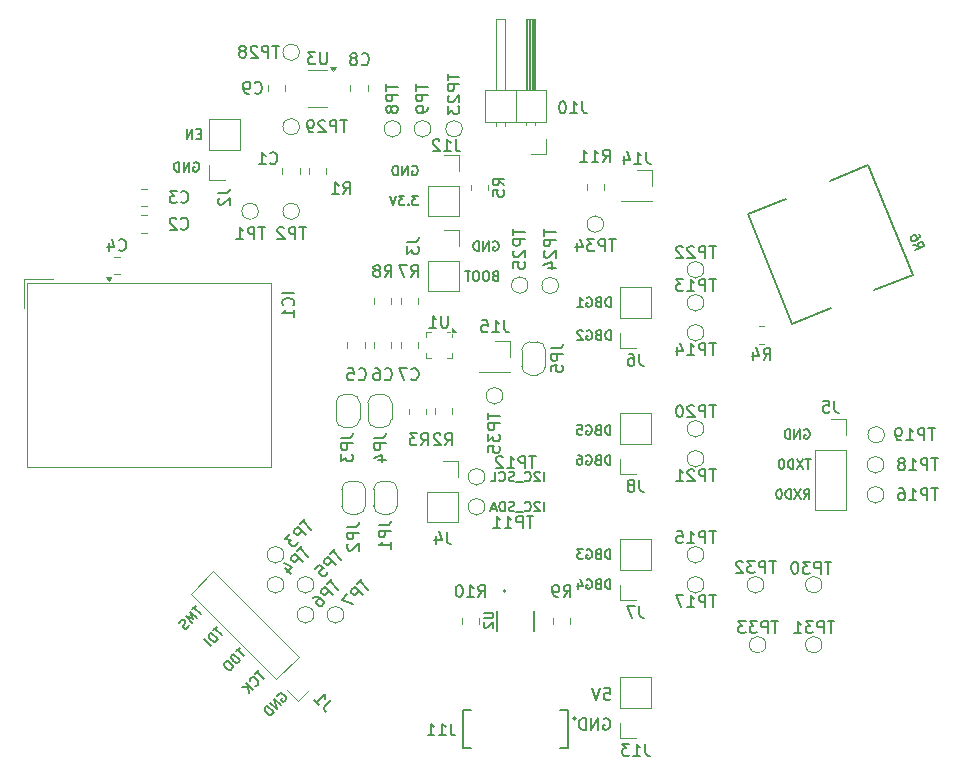
<source format=gbr>
%TF.GenerationSoftware,KiCad,Pcbnew,8.0.2-1*%
%TF.CreationDate,2024-05-17T13:07:53+01:00*%
%TF.ProjectId,Pomodoro_V7,506f6d6f-646f-4726-9f5f-56372e6b6963,rev?*%
%TF.SameCoordinates,Original*%
%TF.FileFunction,Legend,Bot*%
%TF.FilePolarity,Positive*%
%FSLAX46Y46*%
G04 Gerber Fmt 4.6, Leading zero omitted, Abs format (unit mm)*
G04 Created by KiCad (PCBNEW 8.0.2-1) date 2024-05-17 13:07:53*
%MOMM*%
%LPD*%
G01*
G04 APERTURE LIST*
%ADD10C,0.150000*%
%ADD11C,0.120000*%
%ADD12C,0.127000*%
%ADD13C,0.200000*%
%ADD14C,0.152400*%
G04 APERTURE END LIST*
D10*
X126629915Y-123103792D02*
X126306666Y-123427041D01*
X127033976Y-123831102D02*
X126468290Y-123265417D01*
X126683789Y-124181289D02*
X126118104Y-123615603D01*
X126118104Y-123615603D02*
X125983417Y-123750290D01*
X125983417Y-123750290D02*
X125929542Y-123858040D01*
X125929542Y-123858040D02*
X125929542Y-123965789D01*
X125929542Y-123965789D02*
X125956479Y-124046602D01*
X125956479Y-124046602D02*
X126037292Y-124181289D01*
X126037292Y-124181289D02*
X126118104Y-124262101D01*
X126118104Y-124262101D02*
X126252791Y-124342913D01*
X126252791Y-124342913D02*
X126333603Y-124369850D01*
X126333603Y-124369850D02*
X126441353Y-124369850D01*
X126441353Y-124369850D02*
X126549102Y-124315976D01*
X126549102Y-124315976D02*
X126683789Y-124181289D01*
X125444669Y-124289038D02*
X125336919Y-124396788D01*
X125336919Y-124396788D02*
X125309982Y-124477600D01*
X125309982Y-124477600D02*
X125309982Y-124585350D01*
X125309982Y-124585350D02*
X125390794Y-124720037D01*
X125390794Y-124720037D02*
X125579356Y-124908598D01*
X125579356Y-124908598D02*
X125714043Y-124989411D01*
X125714043Y-124989411D02*
X125821792Y-124989411D01*
X125821792Y-124989411D02*
X125902605Y-124962473D01*
X125902605Y-124962473D02*
X126010354Y-124854724D01*
X126010354Y-124854724D02*
X126037292Y-124773911D01*
X126037292Y-124773911D02*
X126037292Y-124666162D01*
X126037292Y-124666162D02*
X125956479Y-124531475D01*
X125956479Y-124531475D02*
X125767918Y-124342913D01*
X125767918Y-124342913D02*
X125633231Y-124262101D01*
X125633231Y-124262101D02*
X125525481Y-124262101D01*
X125525481Y-124262101D02*
X125444669Y-124289038D01*
X157504648Y-126529819D02*
X157980838Y-126529819D01*
X157980838Y-126529819D02*
X158028457Y-127006009D01*
X158028457Y-127006009D02*
X157980838Y-126958390D01*
X157980838Y-126958390D02*
X157885600Y-126910771D01*
X157885600Y-126910771D02*
X157647505Y-126910771D01*
X157647505Y-126910771D02*
X157552267Y-126958390D01*
X157552267Y-126958390D02*
X157504648Y-127006009D01*
X157504648Y-127006009D02*
X157457029Y-127101247D01*
X157457029Y-127101247D02*
X157457029Y-127339342D01*
X157457029Y-127339342D02*
X157504648Y-127434580D01*
X157504648Y-127434580D02*
X157552267Y-127482200D01*
X157552267Y-127482200D02*
X157647505Y-127529819D01*
X157647505Y-127529819D02*
X157885600Y-127529819D01*
X157885600Y-127529819D02*
X157980838Y-127482200D01*
X157980838Y-127482200D02*
X158028457Y-127434580D01*
X157171314Y-126529819D02*
X156837981Y-127529819D01*
X156837981Y-127529819D02*
X156504648Y-126529819D01*
X128280915Y-125008792D02*
X127957666Y-125332041D01*
X128684976Y-125736102D02*
X128119290Y-125170417D01*
X127957666Y-126355663D02*
X128011540Y-126355663D01*
X128011540Y-126355663D02*
X128119290Y-126301788D01*
X128119290Y-126301788D02*
X128173165Y-126247913D01*
X128173165Y-126247913D02*
X128227040Y-126140163D01*
X128227040Y-126140163D02*
X128227040Y-126032414D01*
X128227040Y-126032414D02*
X128200102Y-125951602D01*
X128200102Y-125951602D02*
X128119290Y-125816915D01*
X128119290Y-125816915D02*
X128038478Y-125736102D01*
X128038478Y-125736102D02*
X127903791Y-125655290D01*
X127903791Y-125655290D02*
X127822979Y-125628353D01*
X127822979Y-125628353D02*
X127715229Y-125628353D01*
X127715229Y-125628353D02*
X127607479Y-125682228D01*
X127607479Y-125682228D02*
X127553605Y-125736102D01*
X127553605Y-125736102D02*
X127499730Y-125843852D01*
X127499730Y-125843852D02*
X127499730Y-125897727D01*
X127769104Y-126651974D02*
X127203418Y-126086289D01*
X127445855Y-126975223D02*
X127365043Y-126409537D01*
X126880170Y-126409537D02*
X127526667Y-126409537D01*
X158032743Y-115584295D02*
X158032743Y-114784295D01*
X158032743Y-114784295D02*
X157842267Y-114784295D01*
X157842267Y-114784295D02*
X157727981Y-114822390D01*
X157727981Y-114822390D02*
X157651791Y-114898580D01*
X157651791Y-114898580D02*
X157613696Y-114974771D01*
X157613696Y-114974771D02*
X157575600Y-115127152D01*
X157575600Y-115127152D02*
X157575600Y-115241438D01*
X157575600Y-115241438D02*
X157613696Y-115393819D01*
X157613696Y-115393819D02*
X157651791Y-115470009D01*
X157651791Y-115470009D02*
X157727981Y-115546200D01*
X157727981Y-115546200D02*
X157842267Y-115584295D01*
X157842267Y-115584295D02*
X158032743Y-115584295D01*
X156966077Y-115165247D02*
X156851791Y-115203342D01*
X156851791Y-115203342D02*
X156813696Y-115241438D01*
X156813696Y-115241438D02*
X156775600Y-115317628D01*
X156775600Y-115317628D02*
X156775600Y-115431914D01*
X156775600Y-115431914D02*
X156813696Y-115508104D01*
X156813696Y-115508104D02*
X156851791Y-115546200D01*
X156851791Y-115546200D02*
X156927981Y-115584295D01*
X156927981Y-115584295D02*
X157232743Y-115584295D01*
X157232743Y-115584295D02*
X157232743Y-114784295D01*
X157232743Y-114784295D02*
X156966077Y-114784295D01*
X156966077Y-114784295D02*
X156889886Y-114822390D01*
X156889886Y-114822390D02*
X156851791Y-114860485D01*
X156851791Y-114860485D02*
X156813696Y-114936676D01*
X156813696Y-114936676D02*
X156813696Y-115012866D01*
X156813696Y-115012866D02*
X156851791Y-115089057D01*
X156851791Y-115089057D02*
X156889886Y-115127152D01*
X156889886Y-115127152D02*
X156966077Y-115165247D01*
X156966077Y-115165247D02*
X157232743Y-115165247D01*
X156013696Y-114822390D02*
X156089886Y-114784295D01*
X156089886Y-114784295D02*
X156204172Y-114784295D01*
X156204172Y-114784295D02*
X156318458Y-114822390D01*
X156318458Y-114822390D02*
X156394648Y-114898580D01*
X156394648Y-114898580D02*
X156432743Y-114974771D01*
X156432743Y-114974771D02*
X156470839Y-115127152D01*
X156470839Y-115127152D02*
X156470839Y-115241438D01*
X156470839Y-115241438D02*
X156432743Y-115393819D01*
X156432743Y-115393819D02*
X156394648Y-115470009D01*
X156394648Y-115470009D02*
X156318458Y-115546200D01*
X156318458Y-115546200D02*
X156204172Y-115584295D01*
X156204172Y-115584295D02*
X156127981Y-115584295D01*
X156127981Y-115584295D02*
X156013696Y-115546200D01*
X156013696Y-115546200D02*
X155975600Y-115508104D01*
X155975600Y-115508104D02*
X155975600Y-115241438D01*
X155975600Y-115241438D02*
X156127981Y-115241438D01*
X155708934Y-114784295D02*
X155213696Y-114784295D01*
X155213696Y-114784295D02*
X155480362Y-115089057D01*
X155480362Y-115089057D02*
X155366077Y-115089057D01*
X155366077Y-115089057D02*
X155289886Y-115127152D01*
X155289886Y-115127152D02*
X155251791Y-115165247D01*
X155251791Y-115165247D02*
X155213696Y-115241438D01*
X155213696Y-115241438D02*
X155213696Y-115431914D01*
X155213696Y-115431914D02*
X155251791Y-115508104D01*
X155251791Y-115508104D02*
X155289886Y-115546200D01*
X155289886Y-115546200D02*
X155366077Y-115584295D01*
X155366077Y-115584295D02*
X155594648Y-115584295D01*
X155594648Y-115584295D02*
X155670839Y-115546200D01*
X155670839Y-115546200D02*
X155708934Y-115508104D01*
X158012743Y-105074295D02*
X158012743Y-104274295D01*
X158012743Y-104274295D02*
X157822267Y-104274295D01*
X157822267Y-104274295D02*
X157707981Y-104312390D01*
X157707981Y-104312390D02*
X157631791Y-104388580D01*
X157631791Y-104388580D02*
X157593696Y-104464771D01*
X157593696Y-104464771D02*
X157555600Y-104617152D01*
X157555600Y-104617152D02*
X157555600Y-104731438D01*
X157555600Y-104731438D02*
X157593696Y-104883819D01*
X157593696Y-104883819D02*
X157631791Y-104960009D01*
X157631791Y-104960009D02*
X157707981Y-105036200D01*
X157707981Y-105036200D02*
X157822267Y-105074295D01*
X157822267Y-105074295D02*
X158012743Y-105074295D01*
X156946077Y-104655247D02*
X156831791Y-104693342D01*
X156831791Y-104693342D02*
X156793696Y-104731438D01*
X156793696Y-104731438D02*
X156755600Y-104807628D01*
X156755600Y-104807628D02*
X156755600Y-104921914D01*
X156755600Y-104921914D02*
X156793696Y-104998104D01*
X156793696Y-104998104D02*
X156831791Y-105036200D01*
X156831791Y-105036200D02*
X156907981Y-105074295D01*
X156907981Y-105074295D02*
X157212743Y-105074295D01*
X157212743Y-105074295D02*
X157212743Y-104274295D01*
X157212743Y-104274295D02*
X156946077Y-104274295D01*
X156946077Y-104274295D02*
X156869886Y-104312390D01*
X156869886Y-104312390D02*
X156831791Y-104350485D01*
X156831791Y-104350485D02*
X156793696Y-104426676D01*
X156793696Y-104426676D02*
X156793696Y-104502866D01*
X156793696Y-104502866D02*
X156831791Y-104579057D01*
X156831791Y-104579057D02*
X156869886Y-104617152D01*
X156869886Y-104617152D02*
X156946077Y-104655247D01*
X156946077Y-104655247D02*
X157212743Y-104655247D01*
X155993696Y-104312390D02*
X156069886Y-104274295D01*
X156069886Y-104274295D02*
X156184172Y-104274295D01*
X156184172Y-104274295D02*
X156298458Y-104312390D01*
X156298458Y-104312390D02*
X156374648Y-104388580D01*
X156374648Y-104388580D02*
X156412743Y-104464771D01*
X156412743Y-104464771D02*
X156450839Y-104617152D01*
X156450839Y-104617152D02*
X156450839Y-104731438D01*
X156450839Y-104731438D02*
X156412743Y-104883819D01*
X156412743Y-104883819D02*
X156374648Y-104960009D01*
X156374648Y-104960009D02*
X156298458Y-105036200D01*
X156298458Y-105036200D02*
X156184172Y-105074295D01*
X156184172Y-105074295D02*
X156107981Y-105074295D01*
X156107981Y-105074295D02*
X155993696Y-105036200D01*
X155993696Y-105036200D02*
X155955600Y-104998104D01*
X155955600Y-104998104D02*
X155955600Y-104731438D01*
X155955600Y-104731438D02*
X156107981Y-104731438D01*
X155231791Y-104274295D02*
X155612743Y-104274295D01*
X155612743Y-104274295D02*
X155650839Y-104655247D01*
X155650839Y-104655247D02*
X155612743Y-104617152D01*
X155612743Y-104617152D02*
X155536553Y-104579057D01*
X155536553Y-104579057D02*
X155346077Y-104579057D01*
X155346077Y-104579057D02*
X155269886Y-104617152D01*
X155269886Y-104617152D02*
X155231791Y-104655247D01*
X155231791Y-104655247D02*
X155193696Y-104731438D01*
X155193696Y-104731438D02*
X155193696Y-104921914D01*
X155193696Y-104921914D02*
X155231791Y-104998104D01*
X155231791Y-104998104D02*
X155269886Y-105036200D01*
X155269886Y-105036200D02*
X155346077Y-105074295D01*
X155346077Y-105074295D02*
X155536553Y-105074295D01*
X155536553Y-105074295D02*
X155612743Y-105036200D01*
X155612743Y-105036200D02*
X155650839Y-104998104D01*
X141242268Y-82352390D02*
X141318458Y-82314295D01*
X141318458Y-82314295D02*
X141432744Y-82314295D01*
X141432744Y-82314295D02*
X141547030Y-82352390D01*
X141547030Y-82352390D02*
X141623220Y-82428580D01*
X141623220Y-82428580D02*
X141661315Y-82504771D01*
X141661315Y-82504771D02*
X141699411Y-82657152D01*
X141699411Y-82657152D02*
X141699411Y-82771438D01*
X141699411Y-82771438D02*
X141661315Y-82923819D01*
X141661315Y-82923819D02*
X141623220Y-83000009D01*
X141623220Y-83000009D02*
X141547030Y-83076200D01*
X141547030Y-83076200D02*
X141432744Y-83114295D01*
X141432744Y-83114295D02*
X141356553Y-83114295D01*
X141356553Y-83114295D02*
X141242268Y-83076200D01*
X141242268Y-83076200D02*
X141204172Y-83038104D01*
X141204172Y-83038104D02*
X141204172Y-82771438D01*
X141204172Y-82771438D02*
X141356553Y-82771438D01*
X140861315Y-83114295D02*
X140861315Y-82314295D01*
X140861315Y-82314295D02*
X140404172Y-83114295D01*
X140404172Y-83114295D02*
X140404172Y-82314295D01*
X140023220Y-83114295D02*
X140023220Y-82314295D01*
X140023220Y-82314295D02*
X139832744Y-82314295D01*
X139832744Y-82314295D02*
X139718458Y-82352390D01*
X139718458Y-82352390D02*
X139642268Y-82428580D01*
X139642268Y-82428580D02*
X139604173Y-82504771D01*
X139604173Y-82504771D02*
X139566077Y-82657152D01*
X139566077Y-82657152D02*
X139566077Y-82771438D01*
X139566077Y-82771438D02*
X139604173Y-82923819D01*
X139604173Y-82923819D02*
X139642268Y-83000009D01*
X139642268Y-83000009D02*
X139718458Y-83076200D01*
X139718458Y-83076200D02*
X139832744Y-83114295D01*
X139832744Y-83114295D02*
X140023220Y-83114295D01*
X157457029Y-129117438D02*
X157552267Y-129069819D01*
X157552267Y-129069819D02*
X157695124Y-129069819D01*
X157695124Y-129069819D02*
X157837981Y-129117438D01*
X157837981Y-129117438D02*
X157933219Y-129212676D01*
X157933219Y-129212676D02*
X157980838Y-129307914D01*
X157980838Y-129307914D02*
X158028457Y-129498390D01*
X158028457Y-129498390D02*
X158028457Y-129641247D01*
X158028457Y-129641247D02*
X157980838Y-129831723D01*
X157980838Y-129831723D02*
X157933219Y-129926961D01*
X157933219Y-129926961D02*
X157837981Y-130022200D01*
X157837981Y-130022200D02*
X157695124Y-130069819D01*
X157695124Y-130069819D02*
X157599886Y-130069819D01*
X157599886Y-130069819D02*
X157457029Y-130022200D01*
X157457029Y-130022200D02*
X157409410Y-129974580D01*
X157409410Y-129974580D02*
X157409410Y-129641247D01*
X157409410Y-129641247D02*
X157599886Y-129641247D01*
X156980838Y-130069819D02*
X156980838Y-129069819D01*
X156980838Y-129069819D02*
X156409410Y-130069819D01*
X156409410Y-130069819D02*
X156409410Y-129069819D01*
X155933219Y-130069819D02*
X155933219Y-129069819D01*
X155933219Y-129069819D02*
X155695124Y-129069819D01*
X155695124Y-129069819D02*
X155552267Y-129117438D01*
X155552267Y-129117438D02*
X155457029Y-129212676D01*
X155457029Y-129212676D02*
X155409410Y-129307914D01*
X155409410Y-129307914D02*
X155361791Y-129498390D01*
X155361791Y-129498390D02*
X155361791Y-129641247D01*
X155361791Y-129641247D02*
X155409410Y-129831723D01*
X155409410Y-129831723D02*
X155457029Y-129926961D01*
X155457029Y-129926961D02*
X155552267Y-130022200D01*
X155552267Y-130022200D02*
X155695124Y-130069819D01*
X155695124Y-130069819D02*
X155933219Y-130069819D01*
X123360839Y-79595247D02*
X123094173Y-79595247D01*
X122979887Y-80014295D02*
X123360839Y-80014295D01*
X123360839Y-80014295D02*
X123360839Y-79214295D01*
X123360839Y-79214295D02*
X122979887Y-79214295D01*
X122637029Y-80014295D02*
X122637029Y-79214295D01*
X122637029Y-79214295D02*
X122179886Y-80014295D01*
X122179886Y-80014295D02*
X122179886Y-79214295D01*
X158062743Y-94250295D02*
X158062743Y-93450295D01*
X158062743Y-93450295D02*
X157872267Y-93450295D01*
X157872267Y-93450295D02*
X157757981Y-93488390D01*
X157757981Y-93488390D02*
X157681791Y-93564580D01*
X157681791Y-93564580D02*
X157643696Y-93640771D01*
X157643696Y-93640771D02*
X157605600Y-93793152D01*
X157605600Y-93793152D02*
X157605600Y-93907438D01*
X157605600Y-93907438D02*
X157643696Y-94059819D01*
X157643696Y-94059819D02*
X157681791Y-94136009D01*
X157681791Y-94136009D02*
X157757981Y-94212200D01*
X157757981Y-94212200D02*
X157872267Y-94250295D01*
X157872267Y-94250295D02*
X158062743Y-94250295D01*
X156996077Y-93831247D02*
X156881791Y-93869342D01*
X156881791Y-93869342D02*
X156843696Y-93907438D01*
X156843696Y-93907438D02*
X156805600Y-93983628D01*
X156805600Y-93983628D02*
X156805600Y-94097914D01*
X156805600Y-94097914D02*
X156843696Y-94174104D01*
X156843696Y-94174104D02*
X156881791Y-94212200D01*
X156881791Y-94212200D02*
X156957981Y-94250295D01*
X156957981Y-94250295D02*
X157262743Y-94250295D01*
X157262743Y-94250295D02*
X157262743Y-93450295D01*
X157262743Y-93450295D02*
X156996077Y-93450295D01*
X156996077Y-93450295D02*
X156919886Y-93488390D01*
X156919886Y-93488390D02*
X156881791Y-93526485D01*
X156881791Y-93526485D02*
X156843696Y-93602676D01*
X156843696Y-93602676D02*
X156843696Y-93678866D01*
X156843696Y-93678866D02*
X156881791Y-93755057D01*
X156881791Y-93755057D02*
X156919886Y-93793152D01*
X156919886Y-93793152D02*
X156996077Y-93831247D01*
X156996077Y-93831247D02*
X157262743Y-93831247D01*
X156043696Y-93488390D02*
X156119886Y-93450295D01*
X156119886Y-93450295D02*
X156234172Y-93450295D01*
X156234172Y-93450295D02*
X156348458Y-93488390D01*
X156348458Y-93488390D02*
X156424648Y-93564580D01*
X156424648Y-93564580D02*
X156462743Y-93640771D01*
X156462743Y-93640771D02*
X156500839Y-93793152D01*
X156500839Y-93793152D02*
X156500839Y-93907438D01*
X156500839Y-93907438D02*
X156462743Y-94059819D01*
X156462743Y-94059819D02*
X156424648Y-94136009D01*
X156424648Y-94136009D02*
X156348458Y-94212200D01*
X156348458Y-94212200D02*
X156234172Y-94250295D01*
X156234172Y-94250295D02*
X156157981Y-94250295D01*
X156157981Y-94250295D02*
X156043696Y-94212200D01*
X156043696Y-94212200D02*
X156005600Y-94174104D01*
X156005600Y-94174104D02*
X156005600Y-93907438D01*
X156005600Y-93907438D02*
X156157981Y-93907438D01*
X155243696Y-94250295D02*
X155700839Y-94250295D01*
X155472267Y-94250295D02*
X155472267Y-93450295D01*
X155472267Y-93450295D02*
X155548458Y-93564580D01*
X155548458Y-93564580D02*
X155624648Y-93640771D01*
X155624648Y-93640771D02*
X155700839Y-93678866D01*
X152400839Y-109014295D02*
X152400839Y-108214295D01*
X152057983Y-108290485D02*
X152019887Y-108252390D01*
X152019887Y-108252390D02*
X151943697Y-108214295D01*
X151943697Y-108214295D02*
X151753221Y-108214295D01*
X151753221Y-108214295D02*
X151677030Y-108252390D01*
X151677030Y-108252390D02*
X151638935Y-108290485D01*
X151638935Y-108290485D02*
X151600840Y-108366676D01*
X151600840Y-108366676D02*
X151600840Y-108442866D01*
X151600840Y-108442866D02*
X151638935Y-108557152D01*
X151638935Y-108557152D02*
X152096078Y-109014295D01*
X152096078Y-109014295D02*
X151600840Y-109014295D01*
X150800839Y-108938104D02*
X150838935Y-108976200D01*
X150838935Y-108976200D02*
X150953220Y-109014295D01*
X150953220Y-109014295D02*
X151029411Y-109014295D01*
X151029411Y-109014295D02*
X151143697Y-108976200D01*
X151143697Y-108976200D02*
X151219887Y-108900009D01*
X151219887Y-108900009D02*
X151257982Y-108823819D01*
X151257982Y-108823819D02*
X151296078Y-108671438D01*
X151296078Y-108671438D02*
X151296078Y-108557152D01*
X151296078Y-108557152D02*
X151257982Y-108404771D01*
X151257982Y-108404771D02*
X151219887Y-108328580D01*
X151219887Y-108328580D02*
X151143697Y-108252390D01*
X151143697Y-108252390D02*
X151029411Y-108214295D01*
X151029411Y-108214295D02*
X150953220Y-108214295D01*
X150953220Y-108214295D02*
X150838935Y-108252390D01*
X150838935Y-108252390D02*
X150800839Y-108290485D01*
X150648459Y-109090485D02*
X150038935Y-109090485D01*
X149886554Y-108976200D02*
X149772268Y-109014295D01*
X149772268Y-109014295D02*
X149581792Y-109014295D01*
X149581792Y-109014295D02*
X149505601Y-108976200D01*
X149505601Y-108976200D02*
X149467506Y-108938104D01*
X149467506Y-108938104D02*
X149429411Y-108861914D01*
X149429411Y-108861914D02*
X149429411Y-108785723D01*
X149429411Y-108785723D02*
X149467506Y-108709533D01*
X149467506Y-108709533D02*
X149505601Y-108671438D01*
X149505601Y-108671438D02*
X149581792Y-108633342D01*
X149581792Y-108633342D02*
X149734173Y-108595247D01*
X149734173Y-108595247D02*
X149810363Y-108557152D01*
X149810363Y-108557152D02*
X149848458Y-108519057D01*
X149848458Y-108519057D02*
X149886554Y-108442866D01*
X149886554Y-108442866D02*
X149886554Y-108366676D01*
X149886554Y-108366676D02*
X149848458Y-108290485D01*
X149848458Y-108290485D02*
X149810363Y-108252390D01*
X149810363Y-108252390D02*
X149734173Y-108214295D01*
X149734173Y-108214295D02*
X149543696Y-108214295D01*
X149543696Y-108214295D02*
X149429411Y-108252390D01*
X148629410Y-108938104D02*
X148667506Y-108976200D01*
X148667506Y-108976200D02*
X148781791Y-109014295D01*
X148781791Y-109014295D02*
X148857982Y-109014295D01*
X148857982Y-109014295D02*
X148972268Y-108976200D01*
X148972268Y-108976200D02*
X149048458Y-108900009D01*
X149048458Y-108900009D02*
X149086553Y-108823819D01*
X149086553Y-108823819D02*
X149124649Y-108671438D01*
X149124649Y-108671438D02*
X149124649Y-108557152D01*
X149124649Y-108557152D02*
X149086553Y-108404771D01*
X149086553Y-108404771D02*
X149048458Y-108328580D01*
X149048458Y-108328580D02*
X148972268Y-108252390D01*
X148972268Y-108252390D02*
X148857982Y-108214295D01*
X148857982Y-108214295D02*
X148781791Y-108214295D01*
X148781791Y-108214295D02*
X148667506Y-108252390D01*
X148667506Y-108252390D02*
X148629410Y-108290485D01*
X147905601Y-109014295D02*
X148286553Y-109014295D01*
X148286553Y-109014295D02*
X148286553Y-108214295D01*
X141737506Y-84854295D02*
X141242268Y-84854295D01*
X141242268Y-84854295D02*
X141508934Y-85159057D01*
X141508934Y-85159057D02*
X141394649Y-85159057D01*
X141394649Y-85159057D02*
X141318458Y-85197152D01*
X141318458Y-85197152D02*
X141280363Y-85235247D01*
X141280363Y-85235247D02*
X141242268Y-85311438D01*
X141242268Y-85311438D02*
X141242268Y-85501914D01*
X141242268Y-85501914D02*
X141280363Y-85578104D01*
X141280363Y-85578104D02*
X141318458Y-85616200D01*
X141318458Y-85616200D02*
X141394649Y-85654295D01*
X141394649Y-85654295D02*
X141623220Y-85654295D01*
X141623220Y-85654295D02*
X141699411Y-85616200D01*
X141699411Y-85616200D02*
X141737506Y-85578104D01*
X140899410Y-85578104D02*
X140861315Y-85616200D01*
X140861315Y-85616200D02*
X140899410Y-85654295D01*
X140899410Y-85654295D02*
X140937506Y-85616200D01*
X140937506Y-85616200D02*
X140899410Y-85578104D01*
X140899410Y-85578104D02*
X140899410Y-85654295D01*
X140594649Y-84854295D02*
X140099411Y-84854295D01*
X140099411Y-84854295D02*
X140366077Y-85159057D01*
X140366077Y-85159057D02*
X140251792Y-85159057D01*
X140251792Y-85159057D02*
X140175601Y-85197152D01*
X140175601Y-85197152D02*
X140137506Y-85235247D01*
X140137506Y-85235247D02*
X140099411Y-85311438D01*
X140099411Y-85311438D02*
X140099411Y-85501914D01*
X140099411Y-85501914D02*
X140137506Y-85578104D01*
X140137506Y-85578104D02*
X140175601Y-85616200D01*
X140175601Y-85616200D02*
X140251792Y-85654295D01*
X140251792Y-85654295D02*
X140480363Y-85654295D01*
X140480363Y-85654295D02*
X140556554Y-85616200D01*
X140556554Y-85616200D02*
X140594649Y-85578104D01*
X139870839Y-84854295D02*
X139604172Y-85654295D01*
X139604172Y-85654295D02*
X139337506Y-84854295D01*
X158032743Y-118124295D02*
X158032743Y-117324295D01*
X158032743Y-117324295D02*
X157842267Y-117324295D01*
X157842267Y-117324295D02*
X157727981Y-117362390D01*
X157727981Y-117362390D02*
X157651791Y-117438580D01*
X157651791Y-117438580D02*
X157613696Y-117514771D01*
X157613696Y-117514771D02*
X157575600Y-117667152D01*
X157575600Y-117667152D02*
X157575600Y-117781438D01*
X157575600Y-117781438D02*
X157613696Y-117933819D01*
X157613696Y-117933819D02*
X157651791Y-118010009D01*
X157651791Y-118010009D02*
X157727981Y-118086200D01*
X157727981Y-118086200D02*
X157842267Y-118124295D01*
X157842267Y-118124295D02*
X158032743Y-118124295D01*
X156966077Y-117705247D02*
X156851791Y-117743342D01*
X156851791Y-117743342D02*
X156813696Y-117781438D01*
X156813696Y-117781438D02*
X156775600Y-117857628D01*
X156775600Y-117857628D02*
X156775600Y-117971914D01*
X156775600Y-117971914D02*
X156813696Y-118048104D01*
X156813696Y-118048104D02*
X156851791Y-118086200D01*
X156851791Y-118086200D02*
X156927981Y-118124295D01*
X156927981Y-118124295D02*
X157232743Y-118124295D01*
X157232743Y-118124295D02*
X157232743Y-117324295D01*
X157232743Y-117324295D02*
X156966077Y-117324295D01*
X156966077Y-117324295D02*
X156889886Y-117362390D01*
X156889886Y-117362390D02*
X156851791Y-117400485D01*
X156851791Y-117400485D02*
X156813696Y-117476676D01*
X156813696Y-117476676D02*
X156813696Y-117552866D01*
X156813696Y-117552866D02*
X156851791Y-117629057D01*
X156851791Y-117629057D02*
X156889886Y-117667152D01*
X156889886Y-117667152D02*
X156966077Y-117705247D01*
X156966077Y-117705247D02*
X157232743Y-117705247D01*
X156013696Y-117362390D02*
X156089886Y-117324295D01*
X156089886Y-117324295D02*
X156204172Y-117324295D01*
X156204172Y-117324295D02*
X156318458Y-117362390D01*
X156318458Y-117362390D02*
X156394648Y-117438580D01*
X156394648Y-117438580D02*
X156432743Y-117514771D01*
X156432743Y-117514771D02*
X156470839Y-117667152D01*
X156470839Y-117667152D02*
X156470839Y-117781438D01*
X156470839Y-117781438D02*
X156432743Y-117933819D01*
X156432743Y-117933819D02*
X156394648Y-118010009D01*
X156394648Y-118010009D02*
X156318458Y-118086200D01*
X156318458Y-118086200D02*
X156204172Y-118124295D01*
X156204172Y-118124295D02*
X156127981Y-118124295D01*
X156127981Y-118124295D02*
X156013696Y-118086200D01*
X156013696Y-118086200D02*
X155975600Y-118048104D01*
X155975600Y-118048104D02*
X155975600Y-117781438D01*
X155975600Y-117781438D02*
X156127981Y-117781438D01*
X155289886Y-117590961D02*
X155289886Y-118124295D01*
X155480362Y-117286200D02*
X155670839Y-117857628D01*
X155670839Y-117857628D02*
X155175600Y-117857628D01*
X158012743Y-107614295D02*
X158012743Y-106814295D01*
X158012743Y-106814295D02*
X157822267Y-106814295D01*
X157822267Y-106814295D02*
X157707981Y-106852390D01*
X157707981Y-106852390D02*
X157631791Y-106928580D01*
X157631791Y-106928580D02*
X157593696Y-107004771D01*
X157593696Y-107004771D02*
X157555600Y-107157152D01*
X157555600Y-107157152D02*
X157555600Y-107271438D01*
X157555600Y-107271438D02*
X157593696Y-107423819D01*
X157593696Y-107423819D02*
X157631791Y-107500009D01*
X157631791Y-107500009D02*
X157707981Y-107576200D01*
X157707981Y-107576200D02*
X157822267Y-107614295D01*
X157822267Y-107614295D02*
X158012743Y-107614295D01*
X156946077Y-107195247D02*
X156831791Y-107233342D01*
X156831791Y-107233342D02*
X156793696Y-107271438D01*
X156793696Y-107271438D02*
X156755600Y-107347628D01*
X156755600Y-107347628D02*
X156755600Y-107461914D01*
X156755600Y-107461914D02*
X156793696Y-107538104D01*
X156793696Y-107538104D02*
X156831791Y-107576200D01*
X156831791Y-107576200D02*
X156907981Y-107614295D01*
X156907981Y-107614295D02*
X157212743Y-107614295D01*
X157212743Y-107614295D02*
X157212743Y-106814295D01*
X157212743Y-106814295D02*
X156946077Y-106814295D01*
X156946077Y-106814295D02*
X156869886Y-106852390D01*
X156869886Y-106852390D02*
X156831791Y-106890485D01*
X156831791Y-106890485D02*
X156793696Y-106966676D01*
X156793696Y-106966676D02*
X156793696Y-107042866D01*
X156793696Y-107042866D02*
X156831791Y-107119057D01*
X156831791Y-107119057D02*
X156869886Y-107157152D01*
X156869886Y-107157152D02*
X156946077Y-107195247D01*
X156946077Y-107195247D02*
X157212743Y-107195247D01*
X155993696Y-106852390D02*
X156069886Y-106814295D01*
X156069886Y-106814295D02*
X156184172Y-106814295D01*
X156184172Y-106814295D02*
X156298458Y-106852390D01*
X156298458Y-106852390D02*
X156374648Y-106928580D01*
X156374648Y-106928580D02*
X156412743Y-107004771D01*
X156412743Y-107004771D02*
X156450839Y-107157152D01*
X156450839Y-107157152D02*
X156450839Y-107271438D01*
X156450839Y-107271438D02*
X156412743Y-107423819D01*
X156412743Y-107423819D02*
X156374648Y-107500009D01*
X156374648Y-107500009D02*
X156298458Y-107576200D01*
X156298458Y-107576200D02*
X156184172Y-107614295D01*
X156184172Y-107614295D02*
X156107981Y-107614295D01*
X156107981Y-107614295D02*
X155993696Y-107576200D01*
X155993696Y-107576200D02*
X155955600Y-107538104D01*
X155955600Y-107538104D02*
X155955600Y-107271438D01*
X155955600Y-107271438D02*
X156107981Y-107271438D01*
X155269886Y-106814295D02*
X155422267Y-106814295D01*
X155422267Y-106814295D02*
X155498458Y-106852390D01*
X155498458Y-106852390D02*
X155536553Y-106890485D01*
X155536553Y-106890485D02*
X155612743Y-107004771D01*
X155612743Y-107004771D02*
X155650839Y-107157152D01*
X155650839Y-107157152D02*
X155650839Y-107461914D01*
X155650839Y-107461914D02*
X155612743Y-107538104D01*
X155612743Y-107538104D02*
X155574648Y-107576200D01*
X155574648Y-107576200D02*
X155498458Y-107614295D01*
X155498458Y-107614295D02*
X155346077Y-107614295D01*
X155346077Y-107614295D02*
X155269886Y-107576200D01*
X155269886Y-107576200D02*
X155231791Y-107538104D01*
X155231791Y-107538104D02*
X155193696Y-107461914D01*
X155193696Y-107461914D02*
X155193696Y-107271438D01*
X155193696Y-107271438D02*
X155231791Y-107195247D01*
X155231791Y-107195247D02*
X155269886Y-107157152D01*
X155269886Y-107157152D02*
X155346077Y-107119057D01*
X155346077Y-107119057D02*
X155498458Y-107119057D01*
X155498458Y-107119057D02*
X155574648Y-107157152D01*
X155574648Y-107157152D02*
X155612743Y-107195247D01*
X155612743Y-107195247D02*
X155650839Y-107271438D01*
X124724915Y-121325792D02*
X124401666Y-121649041D01*
X125128976Y-122053102D02*
X124563290Y-121487417D01*
X124778789Y-122403289D02*
X124213104Y-121837603D01*
X124213104Y-121837603D02*
X124078417Y-121972290D01*
X124078417Y-121972290D02*
X124024542Y-122080040D01*
X124024542Y-122080040D02*
X124024542Y-122187789D01*
X124024542Y-122187789D02*
X124051479Y-122268602D01*
X124051479Y-122268602D02*
X124132292Y-122403289D01*
X124132292Y-122403289D02*
X124213104Y-122484101D01*
X124213104Y-122484101D02*
X124347791Y-122564913D01*
X124347791Y-122564913D02*
X124428603Y-122591850D01*
X124428603Y-122591850D02*
X124536353Y-122591850D01*
X124536353Y-122591850D02*
X124644102Y-122537976D01*
X124644102Y-122537976D02*
X124778789Y-122403289D01*
X124213104Y-122968974D02*
X123647418Y-122403289D01*
X148259887Y-91625247D02*
X148145601Y-91663342D01*
X148145601Y-91663342D02*
X148107506Y-91701438D01*
X148107506Y-91701438D02*
X148069410Y-91777628D01*
X148069410Y-91777628D02*
X148069410Y-91891914D01*
X148069410Y-91891914D02*
X148107506Y-91968104D01*
X148107506Y-91968104D02*
X148145601Y-92006200D01*
X148145601Y-92006200D02*
X148221791Y-92044295D01*
X148221791Y-92044295D02*
X148526553Y-92044295D01*
X148526553Y-92044295D02*
X148526553Y-91244295D01*
X148526553Y-91244295D02*
X148259887Y-91244295D01*
X148259887Y-91244295D02*
X148183696Y-91282390D01*
X148183696Y-91282390D02*
X148145601Y-91320485D01*
X148145601Y-91320485D02*
X148107506Y-91396676D01*
X148107506Y-91396676D02*
X148107506Y-91472866D01*
X148107506Y-91472866D02*
X148145601Y-91549057D01*
X148145601Y-91549057D02*
X148183696Y-91587152D01*
X148183696Y-91587152D02*
X148259887Y-91625247D01*
X148259887Y-91625247D02*
X148526553Y-91625247D01*
X147574172Y-91244295D02*
X147421791Y-91244295D01*
X147421791Y-91244295D02*
X147345601Y-91282390D01*
X147345601Y-91282390D02*
X147269410Y-91358580D01*
X147269410Y-91358580D02*
X147231315Y-91510961D01*
X147231315Y-91510961D02*
X147231315Y-91777628D01*
X147231315Y-91777628D02*
X147269410Y-91930009D01*
X147269410Y-91930009D02*
X147345601Y-92006200D01*
X147345601Y-92006200D02*
X147421791Y-92044295D01*
X147421791Y-92044295D02*
X147574172Y-92044295D01*
X147574172Y-92044295D02*
X147650363Y-92006200D01*
X147650363Y-92006200D02*
X147726553Y-91930009D01*
X147726553Y-91930009D02*
X147764649Y-91777628D01*
X147764649Y-91777628D02*
X147764649Y-91510961D01*
X147764649Y-91510961D02*
X147726553Y-91358580D01*
X147726553Y-91358580D02*
X147650363Y-91282390D01*
X147650363Y-91282390D02*
X147574172Y-91244295D01*
X146736077Y-91244295D02*
X146583696Y-91244295D01*
X146583696Y-91244295D02*
X146507506Y-91282390D01*
X146507506Y-91282390D02*
X146431315Y-91358580D01*
X146431315Y-91358580D02*
X146393220Y-91510961D01*
X146393220Y-91510961D02*
X146393220Y-91777628D01*
X146393220Y-91777628D02*
X146431315Y-91930009D01*
X146431315Y-91930009D02*
X146507506Y-92006200D01*
X146507506Y-92006200D02*
X146583696Y-92044295D01*
X146583696Y-92044295D02*
X146736077Y-92044295D01*
X146736077Y-92044295D02*
X146812268Y-92006200D01*
X146812268Y-92006200D02*
X146888458Y-91930009D01*
X146888458Y-91930009D02*
X146926554Y-91777628D01*
X146926554Y-91777628D02*
X146926554Y-91510961D01*
X146926554Y-91510961D02*
X146888458Y-91358580D01*
X146888458Y-91358580D02*
X146812268Y-91282390D01*
X146812268Y-91282390D02*
X146736077Y-91244295D01*
X146164649Y-91244295D02*
X145707506Y-91244295D01*
X145936078Y-92044295D02*
X145936078Y-91244295D01*
X129835728Y-127190853D02*
X129862666Y-127110041D01*
X129862666Y-127110041D02*
X129943478Y-127029229D01*
X129943478Y-127029229D02*
X130051228Y-126975354D01*
X130051228Y-126975354D02*
X130158977Y-126975354D01*
X130158977Y-126975354D02*
X130239789Y-127002292D01*
X130239789Y-127002292D02*
X130374476Y-127083104D01*
X130374476Y-127083104D02*
X130455289Y-127163916D01*
X130455289Y-127163916D02*
X130536101Y-127298603D01*
X130536101Y-127298603D02*
X130563038Y-127379415D01*
X130563038Y-127379415D02*
X130563038Y-127487165D01*
X130563038Y-127487165D02*
X130509163Y-127594914D01*
X130509163Y-127594914D02*
X130455289Y-127648789D01*
X130455289Y-127648789D02*
X130347539Y-127702664D01*
X130347539Y-127702664D02*
X130293664Y-127702664D01*
X130293664Y-127702664D02*
X130105102Y-127514102D01*
X130105102Y-127514102D02*
X130212852Y-127406353D01*
X130105102Y-127998976D02*
X129539417Y-127433290D01*
X129539417Y-127433290D02*
X129781854Y-128322224D01*
X129781854Y-128322224D02*
X129216168Y-127756539D01*
X129512480Y-128591598D02*
X128946794Y-128025913D01*
X128946794Y-128025913D02*
X128812107Y-128160600D01*
X128812107Y-128160600D02*
X128758232Y-128268349D01*
X128758232Y-128268349D02*
X128758232Y-128376099D01*
X128758232Y-128376099D02*
X128785170Y-128456911D01*
X128785170Y-128456911D02*
X128865982Y-128591598D01*
X128865982Y-128591598D02*
X128946794Y-128672410D01*
X128946794Y-128672410D02*
X129081481Y-128753223D01*
X129081481Y-128753223D02*
X129162294Y-128780160D01*
X129162294Y-128780160D02*
X129270043Y-128780160D01*
X129270043Y-128780160D02*
X129377793Y-128726285D01*
X129377793Y-128726285D02*
X129512480Y-128591598D01*
X158062743Y-97044295D02*
X158062743Y-96244295D01*
X158062743Y-96244295D02*
X157872267Y-96244295D01*
X157872267Y-96244295D02*
X157757981Y-96282390D01*
X157757981Y-96282390D02*
X157681791Y-96358580D01*
X157681791Y-96358580D02*
X157643696Y-96434771D01*
X157643696Y-96434771D02*
X157605600Y-96587152D01*
X157605600Y-96587152D02*
X157605600Y-96701438D01*
X157605600Y-96701438D02*
X157643696Y-96853819D01*
X157643696Y-96853819D02*
X157681791Y-96930009D01*
X157681791Y-96930009D02*
X157757981Y-97006200D01*
X157757981Y-97006200D02*
X157872267Y-97044295D01*
X157872267Y-97044295D02*
X158062743Y-97044295D01*
X156996077Y-96625247D02*
X156881791Y-96663342D01*
X156881791Y-96663342D02*
X156843696Y-96701438D01*
X156843696Y-96701438D02*
X156805600Y-96777628D01*
X156805600Y-96777628D02*
X156805600Y-96891914D01*
X156805600Y-96891914D02*
X156843696Y-96968104D01*
X156843696Y-96968104D02*
X156881791Y-97006200D01*
X156881791Y-97006200D02*
X156957981Y-97044295D01*
X156957981Y-97044295D02*
X157262743Y-97044295D01*
X157262743Y-97044295D02*
X157262743Y-96244295D01*
X157262743Y-96244295D02*
X156996077Y-96244295D01*
X156996077Y-96244295D02*
X156919886Y-96282390D01*
X156919886Y-96282390D02*
X156881791Y-96320485D01*
X156881791Y-96320485D02*
X156843696Y-96396676D01*
X156843696Y-96396676D02*
X156843696Y-96472866D01*
X156843696Y-96472866D02*
X156881791Y-96549057D01*
X156881791Y-96549057D02*
X156919886Y-96587152D01*
X156919886Y-96587152D02*
X156996077Y-96625247D01*
X156996077Y-96625247D02*
X157262743Y-96625247D01*
X156043696Y-96282390D02*
X156119886Y-96244295D01*
X156119886Y-96244295D02*
X156234172Y-96244295D01*
X156234172Y-96244295D02*
X156348458Y-96282390D01*
X156348458Y-96282390D02*
X156424648Y-96358580D01*
X156424648Y-96358580D02*
X156462743Y-96434771D01*
X156462743Y-96434771D02*
X156500839Y-96587152D01*
X156500839Y-96587152D02*
X156500839Y-96701438D01*
X156500839Y-96701438D02*
X156462743Y-96853819D01*
X156462743Y-96853819D02*
X156424648Y-96930009D01*
X156424648Y-96930009D02*
X156348458Y-97006200D01*
X156348458Y-97006200D02*
X156234172Y-97044295D01*
X156234172Y-97044295D02*
X156157981Y-97044295D01*
X156157981Y-97044295D02*
X156043696Y-97006200D01*
X156043696Y-97006200D02*
X156005600Y-96968104D01*
X156005600Y-96968104D02*
X156005600Y-96701438D01*
X156005600Y-96701438D02*
X156157981Y-96701438D01*
X155700839Y-96320485D02*
X155662743Y-96282390D01*
X155662743Y-96282390D02*
X155586553Y-96244295D01*
X155586553Y-96244295D02*
X155396077Y-96244295D01*
X155396077Y-96244295D02*
X155319886Y-96282390D01*
X155319886Y-96282390D02*
X155281791Y-96320485D01*
X155281791Y-96320485D02*
X155243696Y-96396676D01*
X155243696Y-96396676D02*
X155243696Y-96472866D01*
X155243696Y-96472866D02*
X155281791Y-96587152D01*
X155281791Y-96587152D02*
X155738934Y-97044295D01*
X155738934Y-97044295D02*
X155243696Y-97044295D01*
X122946915Y-119547792D02*
X122623666Y-119871041D01*
X123350976Y-120275102D02*
X122785290Y-119709417D01*
X123000789Y-120625289D02*
X122435104Y-120059603D01*
X122435104Y-120059603D02*
X122650603Y-120652226D01*
X122650603Y-120652226D02*
X122057980Y-120436727D01*
X122057980Y-120436727D02*
X122623666Y-121002412D01*
X122354291Y-121217912D02*
X122300417Y-121325661D01*
X122300417Y-121325661D02*
X122165730Y-121460348D01*
X122165730Y-121460348D02*
X122084917Y-121487286D01*
X122084917Y-121487286D02*
X122031043Y-121487286D01*
X122031043Y-121487286D02*
X121950230Y-121460348D01*
X121950230Y-121460348D02*
X121896356Y-121406473D01*
X121896356Y-121406473D02*
X121869418Y-121325661D01*
X121869418Y-121325661D02*
X121869418Y-121271786D01*
X121869418Y-121271786D02*
X121896356Y-121190974D01*
X121896356Y-121190974D02*
X121977168Y-121056287D01*
X121977168Y-121056287D02*
X122004105Y-120975475D01*
X122004105Y-120975475D02*
X122004105Y-120921600D01*
X122004105Y-120921600D02*
X121977168Y-120840788D01*
X121977168Y-120840788D02*
X121923293Y-120786913D01*
X121923293Y-120786913D02*
X121842481Y-120759976D01*
X121842481Y-120759976D02*
X121788606Y-120759976D01*
X121788606Y-120759976D02*
X121707794Y-120786913D01*
X121707794Y-120786913D02*
X121573107Y-120921600D01*
X121573107Y-120921600D02*
X121519232Y-121029350D01*
X148107506Y-88742390D02*
X148183696Y-88704295D01*
X148183696Y-88704295D02*
X148297982Y-88704295D01*
X148297982Y-88704295D02*
X148412268Y-88742390D01*
X148412268Y-88742390D02*
X148488458Y-88818580D01*
X148488458Y-88818580D02*
X148526553Y-88894771D01*
X148526553Y-88894771D02*
X148564649Y-89047152D01*
X148564649Y-89047152D02*
X148564649Y-89161438D01*
X148564649Y-89161438D02*
X148526553Y-89313819D01*
X148526553Y-89313819D02*
X148488458Y-89390009D01*
X148488458Y-89390009D02*
X148412268Y-89466200D01*
X148412268Y-89466200D02*
X148297982Y-89504295D01*
X148297982Y-89504295D02*
X148221791Y-89504295D01*
X148221791Y-89504295D02*
X148107506Y-89466200D01*
X148107506Y-89466200D02*
X148069410Y-89428104D01*
X148069410Y-89428104D02*
X148069410Y-89161438D01*
X148069410Y-89161438D02*
X148221791Y-89161438D01*
X147726553Y-89504295D02*
X147726553Y-88704295D01*
X147726553Y-88704295D02*
X147269410Y-89504295D01*
X147269410Y-89504295D02*
X147269410Y-88704295D01*
X146888458Y-89504295D02*
X146888458Y-88704295D01*
X146888458Y-88704295D02*
X146697982Y-88704295D01*
X146697982Y-88704295D02*
X146583696Y-88742390D01*
X146583696Y-88742390D02*
X146507506Y-88818580D01*
X146507506Y-88818580D02*
X146469411Y-88894771D01*
X146469411Y-88894771D02*
X146431315Y-89047152D01*
X146431315Y-89047152D02*
X146431315Y-89161438D01*
X146431315Y-89161438D02*
X146469411Y-89313819D01*
X146469411Y-89313819D02*
X146507506Y-89390009D01*
X146507506Y-89390009D02*
X146583696Y-89466200D01*
X146583696Y-89466200D02*
X146697982Y-89504295D01*
X146697982Y-89504295D02*
X146888458Y-89504295D01*
X174417506Y-110504295D02*
X174684173Y-110123342D01*
X174874649Y-110504295D02*
X174874649Y-109704295D01*
X174874649Y-109704295D02*
X174569887Y-109704295D01*
X174569887Y-109704295D02*
X174493697Y-109742390D01*
X174493697Y-109742390D02*
X174455602Y-109780485D01*
X174455602Y-109780485D02*
X174417506Y-109856676D01*
X174417506Y-109856676D02*
X174417506Y-109970961D01*
X174417506Y-109970961D02*
X174455602Y-110047152D01*
X174455602Y-110047152D02*
X174493697Y-110085247D01*
X174493697Y-110085247D02*
X174569887Y-110123342D01*
X174569887Y-110123342D02*
X174874649Y-110123342D01*
X174150840Y-109704295D02*
X173617506Y-110504295D01*
X173617506Y-109704295D02*
X174150840Y-110504295D01*
X173312744Y-110504295D02*
X173312744Y-109704295D01*
X173312744Y-109704295D02*
X173122268Y-109704295D01*
X173122268Y-109704295D02*
X173007982Y-109742390D01*
X173007982Y-109742390D02*
X172931792Y-109818580D01*
X172931792Y-109818580D02*
X172893697Y-109894771D01*
X172893697Y-109894771D02*
X172855601Y-110047152D01*
X172855601Y-110047152D02*
X172855601Y-110161438D01*
X172855601Y-110161438D02*
X172893697Y-110313819D01*
X172893697Y-110313819D02*
X172931792Y-110390009D01*
X172931792Y-110390009D02*
X173007982Y-110466200D01*
X173007982Y-110466200D02*
X173122268Y-110504295D01*
X173122268Y-110504295D02*
X173312744Y-110504295D01*
X172360363Y-109704295D02*
X172284173Y-109704295D01*
X172284173Y-109704295D02*
X172207982Y-109742390D01*
X172207982Y-109742390D02*
X172169887Y-109780485D01*
X172169887Y-109780485D02*
X172131792Y-109856676D01*
X172131792Y-109856676D02*
X172093697Y-110009057D01*
X172093697Y-110009057D02*
X172093697Y-110199533D01*
X172093697Y-110199533D02*
X172131792Y-110351914D01*
X172131792Y-110351914D02*
X172169887Y-110428104D01*
X172169887Y-110428104D02*
X172207982Y-110466200D01*
X172207982Y-110466200D02*
X172284173Y-110504295D01*
X172284173Y-110504295D02*
X172360363Y-110504295D01*
X172360363Y-110504295D02*
X172436554Y-110466200D01*
X172436554Y-110466200D02*
X172474649Y-110428104D01*
X172474649Y-110428104D02*
X172512744Y-110351914D01*
X172512744Y-110351914D02*
X172550840Y-110199533D01*
X172550840Y-110199533D02*
X172550840Y-110009057D01*
X172550840Y-110009057D02*
X172512744Y-109856676D01*
X172512744Y-109856676D02*
X172474649Y-109780485D01*
X172474649Y-109780485D02*
X172436554Y-109742390D01*
X172436554Y-109742390D02*
X172360363Y-109704295D01*
X174455602Y-104662390D02*
X174531792Y-104624295D01*
X174531792Y-104624295D02*
X174646078Y-104624295D01*
X174646078Y-104624295D02*
X174760364Y-104662390D01*
X174760364Y-104662390D02*
X174836554Y-104738580D01*
X174836554Y-104738580D02*
X174874649Y-104814771D01*
X174874649Y-104814771D02*
X174912745Y-104967152D01*
X174912745Y-104967152D02*
X174912745Y-105081438D01*
X174912745Y-105081438D02*
X174874649Y-105233819D01*
X174874649Y-105233819D02*
X174836554Y-105310009D01*
X174836554Y-105310009D02*
X174760364Y-105386200D01*
X174760364Y-105386200D02*
X174646078Y-105424295D01*
X174646078Y-105424295D02*
X174569887Y-105424295D01*
X174569887Y-105424295D02*
X174455602Y-105386200D01*
X174455602Y-105386200D02*
X174417506Y-105348104D01*
X174417506Y-105348104D02*
X174417506Y-105081438D01*
X174417506Y-105081438D02*
X174569887Y-105081438D01*
X174074649Y-105424295D02*
X174074649Y-104624295D01*
X174074649Y-104624295D02*
X173617506Y-105424295D01*
X173617506Y-105424295D02*
X173617506Y-104624295D01*
X173236554Y-105424295D02*
X173236554Y-104624295D01*
X173236554Y-104624295D02*
X173046078Y-104624295D01*
X173046078Y-104624295D02*
X172931792Y-104662390D01*
X172931792Y-104662390D02*
X172855602Y-104738580D01*
X172855602Y-104738580D02*
X172817507Y-104814771D01*
X172817507Y-104814771D02*
X172779411Y-104967152D01*
X172779411Y-104967152D02*
X172779411Y-105081438D01*
X172779411Y-105081438D02*
X172817507Y-105233819D01*
X172817507Y-105233819D02*
X172855602Y-105310009D01*
X172855602Y-105310009D02*
X172931792Y-105386200D01*
X172931792Y-105386200D02*
X173046078Y-105424295D01*
X173046078Y-105424295D02*
X173236554Y-105424295D01*
X122761792Y-82032390D02*
X122837982Y-81994295D01*
X122837982Y-81994295D02*
X122952268Y-81994295D01*
X122952268Y-81994295D02*
X123066554Y-82032390D01*
X123066554Y-82032390D02*
X123142744Y-82108580D01*
X123142744Y-82108580D02*
X123180839Y-82184771D01*
X123180839Y-82184771D02*
X123218935Y-82337152D01*
X123218935Y-82337152D02*
X123218935Y-82451438D01*
X123218935Y-82451438D02*
X123180839Y-82603819D01*
X123180839Y-82603819D02*
X123142744Y-82680009D01*
X123142744Y-82680009D02*
X123066554Y-82756200D01*
X123066554Y-82756200D02*
X122952268Y-82794295D01*
X122952268Y-82794295D02*
X122876077Y-82794295D01*
X122876077Y-82794295D02*
X122761792Y-82756200D01*
X122761792Y-82756200D02*
X122723696Y-82718104D01*
X122723696Y-82718104D02*
X122723696Y-82451438D01*
X122723696Y-82451438D02*
X122876077Y-82451438D01*
X122380839Y-82794295D02*
X122380839Y-81994295D01*
X122380839Y-81994295D02*
X121923696Y-82794295D01*
X121923696Y-82794295D02*
X121923696Y-81994295D01*
X121542744Y-82794295D02*
X121542744Y-81994295D01*
X121542744Y-81994295D02*
X121352268Y-81994295D01*
X121352268Y-81994295D02*
X121237982Y-82032390D01*
X121237982Y-82032390D02*
X121161792Y-82108580D01*
X121161792Y-82108580D02*
X121123697Y-82184771D01*
X121123697Y-82184771D02*
X121085601Y-82337152D01*
X121085601Y-82337152D02*
X121085601Y-82451438D01*
X121085601Y-82451438D02*
X121123697Y-82603819D01*
X121123697Y-82603819D02*
X121161792Y-82680009D01*
X121161792Y-82680009D02*
X121237982Y-82756200D01*
X121237982Y-82756200D02*
X121352268Y-82794295D01*
X121352268Y-82794295D02*
X121542744Y-82794295D01*
X174988935Y-107164295D02*
X174531792Y-107164295D01*
X174760364Y-107964295D02*
X174760364Y-107164295D01*
X174341316Y-107164295D02*
X173807982Y-107964295D01*
X173807982Y-107164295D02*
X174341316Y-107964295D01*
X173503220Y-107964295D02*
X173503220Y-107164295D01*
X173503220Y-107164295D02*
X173312744Y-107164295D01*
X173312744Y-107164295D02*
X173198458Y-107202390D01*
X173198458Y-107202390D02*
X173122268Y-107278580D01*
X173122268Y-107278580D02*
X173084173Y-107354771D01*
X173084173Y-107354771D02*
X173046077Y-107507152D01*
X173046077Y-107507152D02*
X173046077Y-107621438D01*
X173046077Y-107621438D02*
X173084173Y-107773819D01*
X173084173Y-107773819D02*
X173122268Y-107850009D01*
X173122268Y-107850009D02*
X173198458Y-107926200D01*
X173198458Y-107926200D02*
X173312744Y-107964295D01*
X173312744Y-107964295D02*
X173503220Y-107964295D01*
X172550839Y-107164295D02*
X172474649Y-107164295D01*
X172474649Y-107164295D02*
X172398458Y-107202390D01*
X172398458Y-107202390D02*
X172360363Y-107240485D01*
X172360363Y-107240485D02*
X172322268Y-107316676D01*
X172322268Y-107316676D02*
X172284173Y-107469057D01*
X172284173Y-107469057D02*
X172284173Y-107659533D01*
X172284173Y-107659533D02*
X172322268Y-107811914D01*
X172322268Y-107811914D02*
X172360363Y-107888104D01*
X172360363Y-107888104D02*
X172398458Y-107926200D01*
X172398458Y-107926200D02*
X172474649Y-107964295D01*
X172474649Y-107964295D02*
X172550839Y-107964295D01*
X172550839Y-107964295D02*
X172627030Y-107926200D01*
X172627030Y-107926200D02*
X172665125Y-107888104D01*
X172665125Y-107888104D02*
X172703220Y-107811914D01*
X172703220Y-107811914D02*
X172741316Y-107659533D01*
X172741316Y-107659533D02*
X172741316Y-107469057D01*
X172741316Y-107469057D02*
X172703220Y-107316676D01*
X172703220Y-107316676D02*
X172665125Y-107240485D01*
X172665125Y-107240485D02*
X172627030Y-107202390D01*
X172627030Y-107202390D02*
X172550839Y-107164295D01*
X152400839Y-111554295D02*
X152400839Y-110754295D01*
X152057983Y-110830485D02*
X152019887Y-110792390D01*
X152019887Y-110792390D02*
X151943697Y-110754295D01*
X151943697Y-110754295D02*
X151753221Y-110754295D01*
X151753221Y-110754295D02*
X151677030Y-110792390D01*
X151677030Y-110792390D02*
X151638935Y-110830485D01*
X151638935Y-110830485D02*
X151600840Y-110906676D01*
X151600840Y-110906676D02*
X151600840Y-110982866D01*
X151600840Y-110982866D02*
X151638935Y-111097152D01*
X151638935Y-111097152D02*
X152096078Y-111554295D01*
X152096078Y-111554295D02*
X151600840Y-111554295D01*
X150800839Y-111478104D02*
X150838935Y-111516200D01*
X150838935Y-111516200D02*
X150953220Y-111554295D01*
X150953220Y-111554295D02*
X151029411Y-111554295D01*
X151029411Y-111554295D02*
X151143697Y-111516200D01*
X151143697Y-111516200D02*
X151219887Y-111440009D01*
X151219887Y-111440009D02*
X151257982Y-111363819D01*
X151257982Y-111363819D02*
X151296078Y-111211438D01*
X151296078Y-111211438D02*
X151296078Y-111097152D01*
X151296078Y-111097152D02*
X151257982Y-110944771D01*
X151257982Y-110944771D02*
X151219887Y-110868580D01*
X151219887Y-110868580D02*
X151143697Y-110792390D01*
X151143697Y-110792390D02*
X151029411Y-110754295D01*
X151029411Y-110754295D02*
X150953220Y-110754295D01*
X150953220Y-110754295D02*
X150838935Y-110792390D01*
X150838935Y-110792390D02*
X150800839Y-110830485D01*
X150648459Y-111630485D02*
X150038935Y-111630485D01*
X149886554Y-111516200D02*
X149772268Y-111554295D01*
X149772268Y-111554295D02*
X149581792Y-111554295D01*
X149581792Y-111554295D02*
X149505601Y-111516200D01*
X149505601Y-111516200D02*
X149467506Y-111478104D01*
X149467506Y-111478104D02*
X149429411Y-111401914D01*
X149429411Y-111401914D02*
X149429411Y-111325723D01*
X149429411Y-111325723D02*
X149467506Y-111249533D01*
X149467506Y-111249533D02*
X149505601Y-111211438D01*
X149505601Y-111211438D02*
X149581792Y-111173342D01*
X149581792Y-111173342D02*
X149734173Y-111135247D01*
X149734173Y-111135247D02*
X149810363Y-111097152D01*
X149810363Y-111097152D02*
X149848458Y-111059057D01*
X149848458Y-111059057D02*
X149886554Y-110982866D01*
X149886554Y-110982866D02*
X149886554Y-110906676D01*
X149886554Y-110906676D02*
X149848458Y-110830485D01*
X149848458Y-110830485D02*
X149810363Y-110792390D01*
X149810363Y-110792390D02*
X149734173Y-110754295D01*
X149734173Y-110754295D02*
X149543696Y-110754295D01*
X149543696Y-110754295D02*
X149429411Y-110792390D01*
X149086553Y-111554295D02*
X149086553Y-110754295D01*
X149086553Y-110754295D02*
X148896077Y-110754295D01*
X148896077Y-110754295D02*
X148781791Y-110792390D01*
X148781791Y-110792390D02*
X148705601Y-110868580D01*
X148705601Y-110868580D02*
X148667506Y-110944771D01*
X148667506Y-110944771D02*
X148629410Y-111097152D01*
X148629410Y-111097152D02*
X148629410Y-111211438D01*
X148629410Y-111211438D02*
X148667506Y-111363819D01*
X148667506Y-111363819D02*
X148705601Y-111440009D01*
X148705601Y-111440009D02*
X148781791Y-111516200D01*
X148781791Y-111516200D02*
X148896077Y-111554295D01*
X148896077Y-111554295D02*
X149086553Y-111554295D01*
X148324649Y-111325723D02*
X147943696Y-111325723D01*
X148400839Y-111554295D02*
X148134172Y-110754295D01*
X148134172Y-110754295D02*
X147867506Y-111554295D01*
X144261904Y-95004819D02*
X144261904Y-95814342D01*
X144261904Y-95814342D02*
X144214285Y-95909580D01*
X144214285Y-95909580D02*
X144166666Y-95957200D01*
X144166666Y-95957200D02*
X144071428Y-96004819D01*
X144071428Y-96004819D02*
X143880952Y-96004819D01*
X143880952Y-96004819D02*
X143785714Y-95957200D01*
X143785714Y-95957200D02*
X143738095Y-95909580D01*
X143738095Y-95909580D02*
X143690476Y-95814342D01*
X143690476Y-95814342D02*
X143690476Y-95004819D01*
X142690476Y-96004819D02*
X143261904Y-96004819D01*
X142976190Y-96004819D02*
X142976190Y-95004819D01*
X142976190Y-95004819D02*
X143071428Y-95147676D01*
X143071428Y-95147676D02*
X143166666Y-95242914D01*
X143166666Y-95242914D02*
X143261904Y-95290533D01*
X157392857Y-81954819D02*
X157726190Y-81478628D01*
X157964285Y-81954819D02*
X157964285Y-80954819D01*
X157964285Y-80954819D02*
X157583333Y-80954819D01*
X157583333Y-80954819D02*
X157488095Y-81002438D01*
X157488095Y-81002438D02*
X157440476Y-81050057D01*
X157440476Y-81050057D02*
X157392857Y-81145295D01*
X157392857Y-81145295D02*
X157392857Y-81288152D01*
X157392857Y-81288152D02*
X157440476Y-81383390D01*
X157440476Y-81383390D02*
X157488095Y-81431009D01*
X157488095Y-81431009D02*
X157583333Y-81478628D01*
X157583333Y-81478628D02*
X157964285Y-81478628D01*
X156440476Y-81954819D02*
X157011904Y-81954819D01*
X156726190Y-81954819D02*
X156726190Y-80954819D01*
X156726190Y-80954819D02*
X156821428Y-81097676D01*
X156821428Y-81097676D02*
X156916666Y-81192914D01*
X156916666Y-81192914D02*
X157011904Y-81240533D01*
X155488095Y-81954819D02*
X156059523Y-81954819D01*
X155773809Y-81954819D02*
X155773809Y-80954819D01*
X155773809Y-80954819D02*
X155869047Y-81097676D01*
X155869047Y-81097676D02*
X155964285Y-81192914D01*
X155964285Y-81192914D02*
X156059523Y-81240533D01*
X131254819Y-93073810D02*
X130254819Y-93073810D01*
X131159580Y-94121428D02*
X131207200Y-94073809D01*
X131207200Y-94073809D02*
X131254819Y-93930952D01*
X131254819Y-93930952D02*
X131254819Y-93835714D01*
X131254819Y-93835714D02*
X131207200Y-93692857D01*
X131207200Y-93692857D02*
X131111961Y-93597619D01*
X131111961Y-93597619D02*
X131016723Y-93550000D01*
X131016723Y-93550000D02*
X130826247Y-93502381D01*
X130826247Y-93502381D02*
X130683390Y-93502381D01*
X130683390Y-93502381D02*
X130492914Y-93550000D01*
X130492914Y-93550000D02*
X130397676Y-93597619D01*
X130397676Y-93597619D02*
X130302438Y-93692857D01*
X130302438Y-93692857D02*
X130254819Y-93835714D01*
X130254819Y-93835714D02*
X130254819Y-93930952D01*
X130254819Y-93930952D02*
X130302438Y-94073809D01*
X130302438Y-94073809D02*
X130350057Y-94121428D01*
X131254819Y-95073809D02*
X131254819Y-94502381D01*
X131254819Y-94788095D02*
X130254819Y-94788095D01*
X130254819Y-94788095D02*
X130397676Y-94692857D01*
X130397676Y-94692857D02*
X130492914Y-94597619D01*
X130492914Y-94597619D02*
X130540533Y-94502381D01*
X138024819Y-105340666D02*
X138739104Y-105340666D01*
X138739104Y-105340666D02*
X138881961Y-105293047D01*
X138881961Y-105293047D02*
X138977200Y-105197809D01*
X138977200Y-105197809D02*
X139024819Y-105054952D01*
X139024819Y-105054952D02*
X139024819Y-104959714D01*
X139024819Y-105816857D02*
X138024819Y-105816857D01*
X138024819Y-105816857D02*
X138024819Y-106197809D01*
X138024819Y-106197809D02*
X138072438Y-106293047D01*
X138072438Y-106293047D02*
X138120057Y-106340666D01*
X138120057Y-106340666D02*
X138215295Y-106388285D01*
X138215295Y-106388285D02*
X138358152Y-106388285D01*
X138358152Y-106388285D02*
X138453390Y-106340666D01*
X138453390Y-106340666D02*
X138501009Y-106293047D01*
X138501009Y-106293047D02*
X138548628Y-106197809D01*
X138548628Y-106197809D02*
X138548628Y-105816857D01*
X138358152Y-107245428D02*
X139024819Y-107245428D01*
X137977200Y-107007333D02*
X138691485Y-106769238D01*
X138691485Y-106769238D02*
X138691485Y-107388285D01*
X134476800Y-117292197D02*
X134072739Y-117696258D01*
X134981876Y-118201334D02*
X134274769Y-117494227D01*
X134544143Y-118639067D02*
X133837036Y-117931960D01*
X133837036Y-117931960D02*
X133567662Y-118201334D01*
X133567662Y-118201334D02*
X133533991Y-118302350D01*
X133533991Y-118302350D02*
X133533991Y-118369693D01*
X133533991Y-118369693D02*
X133567662Y-118470708D01*
X133567662Y-118470708D02*
X133668678Y-118571724D01*
X133668678Y-118571724D02*
X133769693Y-118605395D01*
X133769693Y-118605395D02*
X133837036Y-118605395D01*
X133837036Y-118605395D02*
X133938052Y-118571724D01*
X133938052Y-118571724D02*
X134207426Y-118302350D01*
X132826884Y-118942113D02*
X132961571Y-118807426D01*
X132961571Y-118807426D02*
X133062586Y-118773754D01*
X133062586Y-118773754D02*
X133129930Y-118773754D01*
X133129930Y-118773754D02*
X133298288Y-118807426D01*
X133298288Y-118807426D02*
X133466647Y-118908441D01*
X133466647Y-118908441D02*
X133736021Y-119177815D01*
X133736021Y-119177815D02*
X133769693Y-119278830D01*
X133769693Y-119278830D02*
X133769693Y-119346174D01*
X133769693Y-119346174D02*
X133736021Y-119447189D01*
X133736021Y-119447189D02*
X133601334Y-119581876D01*
X133601334Y-119581876D02*
X133500319Y-119615548D01*
X133500319Y-119615548D02*
X133432975Y-119615548D01*
X133432975Y-119615548D02*
X133331960Y-119581876D01*
X133331960Y-119581876D02*
X133163601Y-119413517D01*
X133163601Y-119413517D02*
X133129930Y-119312502D01*
X133129930Y-119312502D02*
X133129930Y-119245159D01*
X133129930Y-119245159D02*
X133163601Y-119144143D01*
X133163601Y-119144143D02*
X133298288Y-119009456D01*
X133298288Y-119009456D02*
X133399304Y-118975785D01*
X133399304Y-118975785D02*
X133466647Y-118975785D01*
X133466647Y-118975785D02*
X133567662Y-119009456D01*
X141580819Y-75370095D02*
X141580819Y-75941523D01*
X142580819Y-75655809D02*
X141580819Y-75655809D01*
X142580819Y-76274857D02*
X141580819Y-76274857D01*
X141580819Y-76274857D02*
X141580819Y-76655809D01*
X141580819Y-76655809D02*
X141628438Y-76751047D01*
X141628438Y-76751047D02*
X141676057Y-76798666D01*
X141676057Y-76798666D02*
X141771295Y-76846285D01*
X141771295Y-76846285D02*
X141914152Y-76846285D01*
X141914152Y-76846285D02*
X142009390Y-76798666D01*
X142009390Y-76798666D02*
X142057009Y-76751047D01*
X142057009Y-76751047D02*
X142104628Y-76655809D01*
X142104628Y-76655809D02*
X142104628Y-76274857D01*
X142580819Y-77322476D02*
X142580819Y-77512952D01*
X142580819Y-77512952D02*
X142533200Y-77608190D01*
X142533200Y-77608190D02*
X142485580Y-77655809D01*
X142485580Y-77655809D02*
X142342723Y-77751047D01*
X142342723Y-77751047D02*
X142152247Y-77798666D01*
X142152247Y-77798666D02*
X141771295Y-77798666D01*
X141771295Y-77798666D02*
X141676057Y-77751047D01*
X141676057Y-77751047D02*
X141628438Y-77703428D01*
X141628438Y-77703428D02*
X141580819Y-77608190D01*
X141580819Y-77608190D02*
X141580819Y-77417714D01*
X141580819Y-77417714D02*
X141628438Y-77322476D01*
X141628438Y-77322476D02*
X141676057Y-77274857D01*
X141676057Y-77274857D02*
X141771295Y-77227238D01*
X141771295Y-77227238D02*
X142009390Y-77227238D01*
X142009390Y-77227238D02*
X142104628Y-77274857D01*
X142104628Y-77274857D02*
X142152247Y-77322476D01*
X142152247Y-77322476D02*
X142199866Y-77417714D01*
X142199866Y-77417714D02*
X142199866Y-77608190D01*
X142199866Y-77608190D02*
X142152247Y-77703428D01*
X142152247Y-77703428D02*
X142104628Y-77751047D01*
X142104628Y-77751047D02*
X142009390Y-77798666D01*
X170994666Y-98729819D02*
X171327999Y-98253628D01*
X171566094Y-98729819D02*
X171566094Y-97729819D01*
X171566094Y-97729819D02*
X171185142Y-97729819D01*
X171185142Y-97729819D02*
X171089904Y-97777438D01*
X171089904Y-97777438D02*
X171042285Y-97825057D01*
X171042285Y-97825057D02*
X170994666Y-97920295D01*
X170994666Y-97920295D02*
X170994666Y-98063152D01*
X170994666Y-98063152D02*
X171042285Y-98158390D01*
X171042285Y-98158390D02*
X171089904Y-98206009D01*
X171089904Y-98206009D02*
X171185142Y-98253628D01*
X171185142Y-98253628D02*
X171566094Y-98253628D01*
X170137523Y-98063152D02*
X170137523Y-98729819D01*
X170375618Y-97682200D02*
X170613713Y-98396485D01*
X170613713Y-98396485D02*
X169994666Y-98396485D01*
X134365203Y-127536201D02*
X133860127Y-128041277D01*
X133860127Y-128041277D02*
X133792783Y-128175964D01*
X133792783Y-128175964D02*
X133792783Y-128310651D01*
X133792783Y-128310651D02*
X133860127Y-128445338D01*
X133860127Y-128445338D02*
X133927470Y-128512682D01*
X132950989Y-127536201D02*
X133355050Y-127940262D01*
X133153020Y-127738231D02*
X133860127Y-127031124D01*
X133860127Y-127031124D02*
X133826455Y-127199483D01*
X133826455Y-127199483D02*
X133826455Y-127334170D01*
X133826455Y-127334170D02*
X133860127Y-127435185D01*
X151508094Y-111974819D02*
X150936666Y-111974819D01*
X151222380Y-112974819D02*
X151222380Y-111974819D01*
X150603332Y-112974819D02*
X150603332Y-111974819D01*
X150603332Y-111974819D02*
X150222380Y-111974819D01*
X150222380Y-111974819D02*
X150127142Y-112022438D01*
X150127142Y-112022438D02*
X150079523Y-112070057D01*
X150079523Y-112070057D02*
X150031904Y-112165295D01*
X150031904Y-112165295D02*
X150031904Y-112308152D01*
X150031904Y-112308152D02*
X150079523Y-112403390D01*
X150079523Y-112403390D02*
X150127142Y-112451009D01*
X150127142Y-112451009D02*
X150222380Y-112498628D01*
X150222380Y-112498628D02*
X150603332Y-112498628D01*
X149079523Y-112974819D02*
X149650951Y-112974819D01*
X149365237Y-112974819D02*
X149365237Y-111974819D01*
X149365237Y-111974819D02*
X149460475Y-112117676D01*
X149460475Y-112117676D02*
X149555713Y-112212914D01*
X149555713Y-112212914D02*
X149650951Y-112260533D01*
X148127142Y-112974819D02*
X148698570Y-112974819D01*
X148412856Y-112974819D02*
X148412856Y-111974819D01*
X148412856Y-111974819D02*
X148508094Y-112117676D01*
X148508094Y-112117676D02*
X148603332Y-112212914D01*
X148603332Y-112212914D02*
X148698570Y-112260533D01*
X160493333Y-119564819D02*
X160493333Y-120279104D01*
X160493333Y-120279104D02*
X160540952Y-120421961D01*
X160540952Y-120421961D02*
X160636190Y-120517200D01*
X160636190Y-120517200D02*
X160779047Y-120564819D01*
X160779047Y-120564819D02*
X160874285Y-120564819D01*
X160112380Y-119564819D02*
X159445714Y-119564819D01*
X159445714Y-119564819D02*
X159874285Y-120564819D01*
X135738094Y-78454819D02*
X135166666Y-78454819D01*
X135452380Y-79454819D02*
X135452380Y-78454819D01*
X134833332Y-79454819D02*
X134833332Y-78454819D01*
X134833332Y-78454819D02*
X134452380Y-78454819D01*
X134452380Y-78454819D02*
X134357142Y-78502438D01*
X134357142Y-78502438D02*
X134309523Y-78550057D01*
X134309523Y-78550057D02*
X134261904Y-78645295D01*
X134261904Y-78645295D02*
X134261904Y-78788152D01*
X134261904Y-78788152D02*
X134309523Y-78883390D01*
X134309523Y-78883390D02*
X134357142Y-78931009D01*
X134357142Y-78931009D02*
X134452380Y-78978628D01*
X134452380Y-78978628D02*
X134833332Y-78978628D01*
X133880951Y-78550057D02*
X133833332Y-78502438D01*
X133833332Y-78502438D02*
X133738094Y-78454819D01*
X133738094Y-78454819D02*
X133499999Y-78454819D01*
X133499999Y-78454819D02*
X133404761Y-78502438D01*
X133404761Y-78502438D02*
X133357142Y-78550057D01*
X133357142Y-78550057D02*
X133309523Y-78645295D01*
X133309523Y-78645295D02*
X133309523Y-78740533D01*
X133309523Y-78740533D02*
X133357142Y-78883390D01*
X133357142Y-78883390D02*
X133928570Y-79454819D01*
X133928570Y-79454819D02*
X133309523Y-79454819D01*
X132833332Y-79454819D02*
X132642856Y-79454819D01*
X132642856Y-79454819D02*
X132547618Y-79407200D01*
X132547618Y-79407200D02*
X132499999Y-79359580D01*
X132499999Y-79359580D02*
X132404761Y-79216723D01*
X132404761Y-79216723D02*
X132357142Y-79026247D01*
X132357142Y-79026247D02*
X132357142Y-78645295D01*
X132357142Y-78645295D02*
X132404761Y-78550057D01*
X132404761Y-78550057D02*
X132452380Y-78502438D01*
X132452380Y-78502438D02*
X132547618Y-78454819D01*
X132547618Y-78454819D02*
X132738094Y-78454819D01*
X132738094Y-78454819D02*
X132833332Y-78502438D01*
X132833332Y-78502438D02*
X132880951Y-78550057D01*
X132880951Y-78550057D02*
X132928570Y-78645295D01*
X132928570Y-78645295D02*
X132928570Y-78883390D01*
X132928570Y-78883390D02*
X132880951Y-78978628D01*
X132880951Y-78978628D02*
X132833332Y-79026247D01*
X132833332Y-79026247D02*
X132738094Y-79073866D01*
X132738094Y-79073866D02*
X132547618Y-79073866D01*
X132547618Y-79073866D02*
X132452380Y-79026247D01*
X132452380Y-79026247D02*
X132404761Y-78978628D01*
X132404761Y-78978628D02*
X132357142Y-78883390D01*
X141980666Y-105964819D02*
X142313999Y-105488628D01*
X142552094Y-105964819D02*
X142552094Y-104964819D01*
X142552094Y-104964819D02*
X142171142Y-104964819D01*
X142171142Y-104964819D02*
X142075904Y-105012438D01*
X142075904Y-105012438D02*
X142028285Y-105060057D01*
X142028285Y-105060057D02*
X141980666Y-105155295D01*
X141980666Y-105155295D02*
X141980666Y-105298152D01*
X141980666Y-105298152D02*
X142028285Y-105393390D01*
X142028285Y-105393390D02*
X142075904Y-105441009D01*
X142075904Y-105441009D02*
X142171142Y-105488628D01*
X142171142Y-105488628D02*
X142552094Y-105488628D01*
X141647332Y-104964819D02*
X141028285Y-104964819D01*
X141028285Y-104964819D02*
X141361618Y-105345771D01*
X141361618Y-105345771D02*
X141218761Y-105345771D01*
X141218761Y-105345771D02*
X141123523Y-105393390D01*
X141123523Y-105393390D02*
X141075904Y-105441009D01*
X141075904Y-105441009D02*
X141028285Y-105536247D01*
X141028285Y-105536247D02*
X141028285Y-105774342D01*
X141028285Y-105774342D02*
X141075904Y-105869580D01*
X141075904Y-105869580D02*
X141123523Y-105917200D01*
X141123523Y-105917200D02*
X141218761Y-105964819D01*
X141218761Y-105964819D02*
X141504475Y-105964819D01*
X141504475Y-105964819D02*
X141599713Y-105917200D01*
X141599713Y-105917200D02*
X141647332Y-105869580D01*
X124816819Y-84611666D02*
X125531104Y-84611666D01*
X125531104Y-84611666D02*
X125673961Y-84564047D01*
X125673961Y-84564047D02*
X125769200Y-84468809D01*
X125769200Y-84468809D02*
X125816819Y-84325952D01*
X125816819Y-84325952D02*
X125816819Y-84230714D01*
X124912057Y-85040238D02*
X124864438Y-85087857D01*
X124864438Y-85087857D02*
X124816819Y-85183095D01*
X124816819Y-85183095D02*
X124816819Y-85421190D01*
X124816819Y-85421190D02*
X124864438Y-85516428D01*
X124864438Y-85516428D02*
X124912057Y-85564047D01*
X124912057Y-85564047D02*
X125007295Y-85611666D01*
X125007295Y-85611666D02*
X125102533Y-85611666D01*
X125102533Y-85611666D02*
X125245390Y-85564047D01*
X125245390Y-85564047D02*
X125816819Y-84992619D01*
X125816819Y-84992619D02*
X125816819Y-85611666D01*
X149056819Y-83958333D02*
X148580628Y-83625000D01*
X149056819Y-83386905D02*
X148056819Y-83386905D01*
X148056819Y-83386905D02*
X148056819Y-83767857D01*
X148056819Y-83767857D02*
X148104438Y-83863095D01*
X148104438Y-83863095D02*
X148152057Y-83910714D01*
X148152057Y-83910714D02*
X148247295Y-83958333D01*
X148247295Y-83958333D02*
X148390152Y-83958333D01*
X148390152Y-83958333D02*
X148485390Y-83910714D01*
X148485390Y-83910714D02*
X148533009Y-83863095D01*
X148533009Y-83863095D02*
X148580628Y-83767857D01*
X148580628Y-83767857D02*
X148580628Y-83386905D01*
X148056819Y-84863095D02*
X148056819Y-84386905D01*
X148056819Y-84386905D02*
X148533009Y-84339286D01*
X148533009Y-84339286D02*
X148485390Y-84386905D01*
X148485390Y-84386905D02*
X148437771Y-84482143D01*
X148437771Y-84482143D02*
X148437771Y-84720238D01*
X148437771Y-84720238D02*
X148485390Y-84815476D01*
X148485390Y-84815476D02*
X148533009Y-84863095D01*
X148533009Y-84863095D02*
X148628247Y-84910714D01*
X148628247Y-84910714D02*
X148866342Y-84910714D01*
X148866342Y-84910714D02*
X148961580Y-84863095D01*
X148961580Y-84863095D02*
X149009200Y-84815476D01*
X149009200Y-84815476D02*
X149056819Y-84720238D01*
X149056819Y-84720238D02*
X149056819Y-84482143D01*
X149056819Y-84482143D02*
X149009200Y-84386905D01*
X149009200Y-84386905D02*
X148961580Y-84339286D01*
X135416666Y-84704819D02*
X135749999Y-84228628D01*
X135988094Y-84704819D02*
X135988094Y-83704819D01*
X135988094Y-83704819D02*
X135607142Y-83704819D01*
X135607142Y-83704819D02*
X135511904Y-83752438D01*
X135511904Y-83752438D02*
X135464285Y-83800057D01*
X135464285Y-83800057D02*
X135416666Y-83895295D01*
X135416666Y-83895295D02*
X135416666Y-84038152D01*
X135416666Y-84038152D02*
X135464285Y-84133390D01*
X135464285Y-84133390D02*
X135511904Y-84181009D01*
X135511904Y-84181009D02*
X135607142Y-84228628D01*
X135607142Y-84228628D02*
X135988094Y-84228628D01*
X134464285Y-84704819D02*
X135035713Y-84704819D01*
X134749999Y-84704819D02*
X134749999Y-83704819D01*
X134749999Y-83704819D02*
X134845237Y-83847676D01*
X134845237Y-83847676D02*
X134940475Y-83942914D01*
X134940475Y-83942914D02*
X135035713Y-83990533D01*
X161059523Y-81124819D02*
X161059523Y-81839104D01*
X161059523Y-81839104D02*
X161107142Y-81981961D01*
X161107142Y-81981961D02*
X161202380Y-82077200D01*
X161202380Y-82077200D02*
X161345237Y-82124819D01*
X161345237Y-82124819D02*
X161440475Y-82124819D01*
X160059523Y-82124819D02*
X160630951Y-82124819D01*
X160345237Y-82124819D02*
X160345237Y-81124819D01*
X160345237Y-81124819D02*
X160440475Y-81267676D01*
X160440475Y-81267676D02*
X160535713Y-81362914D01*
X160535713Y-81362914D02*
X160630951Y-81410533D01*
X159202380Y-81458152D02*
X159202380Y-82124819D01*
X159440475Y-81077200D02*
X159678570Y-81791485D01*
X159678570Y-81791485D02*
X159059523Y-81791485D01*
X134011904Y-72704819D02*
X134011904Y-73514342D01*
X134011904Y-73514342D02*
X133964285Y-73609580D01*
X133964285Y-73609580D02*
X133916666Y-73657200D01*
X133916666Y-73657200D02*
X133821428Y-73704819D01*
X133821428Y-73704819D02*
X133630952Y-73704819D01*
X133630952Y-73704819D02*
X133535714Y-73657200D01*
X133535714Y-73657200D02*
X133488095Y-73609580D01*
X133488095Y-73609580D02*
X133440476Y-73514342D01*
X133440476Y-73514342D02*
X133440476Y-72704819D01*
X133059523Y-72704819D02*
X132440476Y-72704819D01*
X132440476Y-72704819D02*
X132773809Y-73085771D01*
X132773809Y-73085771D02*
X132630952Y-73085771D01*
X132630952Y-73085771D02*
X132535714Y-73133390D01*
X132535714Y-73133390D02*
X132488095Y-73181009D01*
X132488095Y-73181009D02*
X132440476Y-73276247D01*
X132440476Y-73276247D02*
X132440476Y-73514342D01*
X132440476Y-73514342D02*
X132488095Y-73609580D01*
X132488095Y-73609580D02*
X132535714Y-73657200D01*
X132535714Y-73657200D02*
X132630952Y-73704819D01*
X132630952Y-73704819D02*
X132916666Y-73704819D01*
X132916666Y-73704819D02*
X133011904Y-73657200D01*
X133011904Y-73657200D02*
X133059523Y-73609580D01*
X147292295Y-120160476D02*
X147939914Y-120160476D01*
X147939914Y-120160476D02*
X148016104Y-120198571D01*
X148016104Y-120198571D02*
X148054200Y-120236666D01*
X148054200Y-120236666D02*
X148092295Y-120312857D01*
X148092295Y-120312857D02*
X148092295Y-120465238D01*
X148092295Y-120465238D02*
X148054200Y-120541428D01*
X148054200Y-120541428D02*
X148016104Y-120579523D01*
X148016104Y-120579523D02*
X147939914Y-120617619D01*
X147939914Y-120617619D02*
X147292295Y-120617619D01*
X147368485Y-120960475D02*
X147330390Y-120998571D01*
X147330390Y-120998571D02*
X147292295Y-121074761D01*
X147292295Y-121074761D02*
X147292295Y-121265237D01*
X147292295Y-121265237D02*
X147330390Y-121341428D01*
X147330390Y-121341428D02*
X147368485Y-121379523D01*
X147368485Y-121379523D02*
X147444676Y-121417618D01*
X147444676Y-121417618D02*
X147520866Y-121417618D01*
X147520866Y-121417618D02*
X147635152Y-121379523D01*
X147635152Y-121379523D02*
X148092295Y-120922380D01*
X148092295Y-120922380D02*
X148092295Y-121417618D01*
X144247819Y-74512905D02*
X144247819Y-75084333D01*
X145247819Y-74798619D02*
X144247819Y-74798619D01*
X145247819Y-75417667D02*
X144247819Y-75417667D01*
X144247819Y-75417667D02*
X144247819Y-75798619D01*
X144247819Y-75798619D02*
X144295438Y-75893857D01*
X144295438Y-75893857D02*
X144343057Y-75941476D01*
X144343057Y-75941476D02*
X144438295Y-75989095D01*
X144438295Y-75989095D02*
X144581152Y-75989095D01*
X144581152Y-75989095D02*
X144676390Y-75941476D01*
X144676390Y-75941476D02*
X144724009Y-75893857D01*
X144724009Y-75893857D02*
X144771628Y-75798619D01*
X144771628Y-75798619D02*
X144771628Y-75417667D01*
X144343057Y-76370048D02*
X144295438Y-76417667D01*
X144295438Y-76417667D02*
X144247819Y-76512905D01*
X144247819Y-76512905D02*
X144247819Y-76751000D01*
X144247819Y-76751000D02*
X144295438Y-76846238D01*
X144295438Y-76846238D02*
X144343057Y-76893857D01*
X144343057Y-76893857D02*
X144438295Y-76941476D01*
X144438295Y-76941476D02*
X144533533Y-76941476D01*
X144533533Y-76941476D02*
X144676390Y-76893857D01*
X144676390Y-76893857D02*
X145247819Y-76322429D01*
X145247819Y-76322429D02*
X145247819Y-76941476D01*
X144247819Y-77274810D02*
X144247819Y-77893857D01*
X144247819Y-77893857D02*
X144628771Y-77560524D01*
X144628771Y-77560524D02*
X144628771Y-77703381D01*
X144628771Y-77703381D02*
X144676390Y-77798619D01*
X144676390Y-77798619D02*
X144724009Y-77846238D01*
X144724009Y-77846238D02*
X144819247Y-77893857D01*
X144819247Y-77893857D02*
X145057342Y-77893857D01*
X145057342Y-77893857D02*
X145152580Y-77846238D01*
X145152580Y-77846238D02*
X145200200Y-77798619D01*
X145200200Y-77798619D02*
X145247819Y-77703381D01*
X145247819Y-77703381D02*
X145247819Y-77417667D01*
X145247819Y-77417667D02*
X145200200Y-77322429D01*
X145200200Y-77322429D02*
X145152580Y-77274810D01*
X160493333Y-98228819D02*
X160493333Y-98943104D01*
X160493333Y-98943104D02*
X160540952Y-99085961D01*
X160540952Y-99085961D02*
X160636190Y-99181200D01*
X160636190Y-99181200D02*
X160779047Y-99228819D01*
X160779047Y-99228819D02*
X160874285Y-99228819D01*
X159588571Y-98228819D02*
X159779047Y-98228819D01*
X159779047Y-98228819D02*
X159874285Y-98276438D01*
X159874285Y-98276438D02*
X159921904Y-98324057D01*
X159921904Y-98324057D02*
X160017142Y-98466914D01*
X160017142Y-98466914D02*
X160064761Y-98657390D01*
X160064761Y-98657390D02*
X160064761Y-99038342D01*
X160064761Y-99038342D02*
X160017142Y-99133580D01*
X160017142Y-99133580D02*
X159969523Y-99181200D01*
X159969523Y-99181200D02*
X159874285Y-99228819D01*
X159874285Y-99228819D02*
X159683809Y-99228819D01*
X159683809Y-99228819D02*
X159588571Y-99181200D01*
X159588571Y-99181200D02*
X159540952Y-99133580D01*
X159540952Y-99133580D02*
X159493333Y-99038342D01*
X159493333Y-99038342D02*
X159493333Y-98800247D01*
X159493333Y-98800247D02*
X159540952Y-98705009D01*
X159540952Y-98705009D02*
X159588571Y-98657390D01*
X159588571Y-98657390D02*
X159683809Y-98609771D01*
X159683809Y-98609771D02*
X159874285Y-98609771D01*
X159874285Y-98609771D02*
X159969523Y-98657390D01*
X159969523Y-98657390D02*
X160017142Y-98705009D01*
X160017142Y-98705009D02*
X160064761Y-98800247D01*
X141166666Y-100359580D02*
X141214285Y-100407200D01*
X141214285Y-100407200D02*
X141357142Y-100454819D01*
X141357142Y-100454819D02*
X141452380Y-100454819D01*
X141452380Y-100454819D02*
X141595237Y-100407200D01*
X141595237Y-100407200D02*
X141690475Y-100311961D01*
X141690475Y-100311961D02*
X141738094Y-100216723D01*
X141738094Y-100216723D02*
X141785713Y-100026247D01*
X141785713Y-100026247D02*
X141785713Y-99883390D01*
X141785713Y-99883390D02*
X141738094Y-99692914D01*
X141738094Y-99692914D02*
X141690475Y-99597676D01*
X141690475Y-99597676D02*
X141595237Y-99502438D01*
X141595237Y-99502438D02*
X141452380Y-99454819D01*
X141452380Y-99454819D02*
X141357142Y-99454819D01*
X141357142Y-99454819D02*
X141214285Y-99502438D01*
X141214285Y-99502438D02*
X141166666Y-99550057D01*
X140833332Y-99454819D02*
X140166666Y-99454819D01*
X140166666Y-99454819D02*
X140595237Y-100454819D01*
X144171333Y-113297819D02*
X144171333Y-114012104D01*
X144171333Y-114012104D02*
X144218952Y-114154961D01*
X144218952Y-114154961D02*
X144314190Y-114250200D01*
X144314190Y-114250200D02*
X144457047Y-114297819D01*
X144457047Y-114297819D02*
X144552285Y-114297819D01*
X143266571Y-113631152D02*
X143266571Y-114297819D01*
X143504666Y-113250200D02*
X143742761Y-113964485D01*
X143742761Y-113964485D02*
X143123714Y-113964485D01*
X121666666Y-85359580D02*
X121714285Y-85407200D01*
X121714285Y-85407200D02*
X121857142Y-85454819D01*
X121857142Y-85454819D02*
X121952380Y-85454819D01*
X121952380Y-85454819D02*
X122095237Y-85407200D01*
X122095237Y-85407200D02*
X122190475Y-85311961D01*
X122190475Y-85311961D02*
X122238094Y-85216723D01*
X122238094Y-85216723D02*
X122285713Y-85026247D01*
X122285713Y-85026247D02*
X122285713Y-84883390D01*
X122285713Y-84883390D02*
X122238094Y-84692914D01*
X122238094Y-84692914D02*
X122190475Y-84597676D01*
X122190475Y-84597676D02*
X122095237Y-84502438D01*
X122095237Y-84502438D02*
X121952380Y-84454819D01*
X121952380Y-84454819D02*
X121857142Y-84454819D01*
X121857142Y-84454819D02*
X121714285Y-84502438D01*
X121714285Y-84502438D02*
X121666666Y-84550057D01*
X121333332Y-84454819D02*
X120714285Y-84454819D01*
X120714285Y-84454819D02*
X121047618Y-84835771D01*
X121047618Y-84835771D02*
X120904761Y-84835771D01*
X120904761Y-84835771D02*
X120809523Y-84883390D01*
X120809523Y-84883390D02*
X120761904Y-84931009D01*
X120761904Y-84931009D02*
X120714285Y-85026247D01*
X120714285Y-85026247D02*
X120714285Y-85264342D01*
X120714285Y-85264342D02*
X120761904Y-85359580D01*
X120761904Y-85359580D02*
X120809523Y-85407200D01*
X120809523Y-85407200D02*
X120904761Y-85454819D01*
X120904761Y-85454819D02*
X121190475Y-85454819D01*
X121190475Y-85454819D02*
X121285713Y-85407200D01*
X121285713Y-85407200D02*
X121333332Y-85359580D01*
X144509523Y-129529819D02*
X144509523Y-130244104D01*
X144509523Y-130244104D02*
X144557142Y-130386961D01*
X144557142Y-130386961D02*
X144652380Y-130482200D01*
X144652380Y-130482200D02*
X144795237Y-130529819D01*
X144795237Y-130529819D02*
X144890475Y-130529819D01*
X143509523Y-130529819D02*
X144080951Y-130529819D01*
X143795237Y-130529819D02*
X143795237Y-129529819D01*
X143795237Y-129529819D02*
X143890475Y-129672676D01*
X143890475Y-129672676D02*
X143985713Y-129767914D01*
X143985713Y-129767914D02*
X144080951Y-129815533D01*
X142557142Y-130529819D02*
X143128570Y-130529819D01*
X142842856Y-130529819D02*
X142842856Y-129529819D01*
X142842856Y-129529819D02*
X142938094Y-129672676D01*
X142938094Y-129672676D02*
X143033332Y-129767914D01*
X143033332Y-129767914D02*
X143128570Y-129815533D01*
X144012666Y-105964819D02*
X144345999Y-105488628D01*
X144584094Y-105964819D02*
X144584094Y-104964819D01*
X144584094Y-104964819D02*
X144203142Y-104964819D01*
X144203142Y-104964819D02*
X144107904Y-105012438D01*
X144107904Y-105012438D02*
X144060285Y-105060057D01*
X144060285Y-105060057D02*
X144012666Y-105155295D01*
X144012666Y-105155295D02*
X144012666Y-105298152D01*
X144012666Y-105298152D02*
X144060285Y-105393390D01*
X144060285Y-105393390D02*
X144107904Y-105441009D01*
X144107904Y-105441009D02*
X144203142Y-105488628D01*
X144203142Y-105488628D02*
X144584094Y-105488628D01*
X143631713Y-105060057D02*
X143584094Y-105012438D01*
X143584094Y-105012438D02*
X143488856Y-104964819D01*
X143488856Y-104964819D02*
X143250761Y-104964819D01*
X143250761Y-104964819D02*
X143155523Y-105012438D01*
X143155523Y-105012438D02*
X143107904Y-105060057D01*
X143107904Y-105060057D02*
X143060285Y-105155295D01*
X143060285Y-105155295D02*
X143060285Y-105250533D01*
X143060285Y-105250533D02*
X143107904Y-105393390D01*
X143107904Y-105393390D02*
X143679332Y-105964819D01*
X143679332Y-105964819D02*
X143060285Y-105964819D01*
X166978094Y-97346819D02*
X166406666Y-97346819D01*
X166692380Y-98346819D02*
X166692380Y-97346819D01*
X166073332Y-98346819D02*
X166073332Y-97346819D01*
X166073332Y-97346819D02*
X165692380Y-97346819D01*
X165692380Y-97346819D02*
X165597142Y-97394438D01*
X165597142Y-97394438D02*
X165549523Y-97442057D01*
X165549523Y-97442057D02*
X165501904Y-97537295D01*
X165501904Y-97537295D02*
X165501904Y-97680152D01*
X165501904Y-97680152D02*
X165549523Y-97775390D01*
X165549523Y-97775390D02*
X165597142Y-97823009D01*
X165597142Y-97823009D02*
X165692380Y-97870628D01*
X165692380Y-97870628D02*
X166073332Y-97870628D01*
X164549523Y-98346819D02*
X165120951Y-98346819D01*
X164835237Y-98346819D02*
X164835237Y-97346819D01*
X164835237Y-97346819D02*
X164930475Y-97489676D01*
X164930475Y-97489676D02*
X165025713Y-97584914D01*
X165025713Y-97584914D02*
X165120951Y-97632533D01*
X163692380Y-97680152D02*
X163692380Y-98346819D01*
X163930475Y-97299200D02*
X164168570Y-98013485D01*
X164168570Y-98013485D02*
X163549523Y-98013485D01*
X149814819Y-87623905D02*
X149814819Y-88195333D01*
X150814819Y-87909619D02*
X149814819Y-87909619D01*
X150814819Y-88528667D02*
X149814819Y-88528667D01*
X149814819Y-88528667D02*
X149814819Y-88909619D01*
X149814819Y-88909619D02*
X149862438Y-89004857D01*
X149862438Y-89004857D02*
X149910057Y-89052476D01*
X149910057Y-89052476D02*
X150005295Y-89100095D01*
X150005295Y-89100095D02*
X150148152Y-89100095D01*
X150148152Y-89100095D02*
X150243390Y-89052476D01*
X150243390Y-89052476D02*
X150291009Y-89004857D01*
X150291009Y-89004857D02*
X150338628Y-88909619D01*
X150338628Y-88909619D02*
X150338628Y-88528667D01*
X149910057Y-89481048D02*
X149862438Y-89528667D01*
X149862438Y-89528667D02*
X149814819Y-89623905D01*
X149814819Y-89623905D02*
X149814819Y-89862000D01*
X149814819Y-89862000D02*
X149862438Y-89957238D01*
X149862438Y-89957238D02*
X149910057Y-90004857D01*
X149910057Y-90004857D02*
X150005295Y-90052476D01*
X150005295Y-90052476D02*
X150100533Y-90052476D01*
X150100533Y-90052476D02*
X150243390Y-90004857D01*
X150243390Y-90004857D02*
X150814819Y-89433429D01*
X150814819Y-89433429D02*
X150814819Y-90052476D01*
X149814819Y-90957238D02*
X149814819Y-90481048D01*
X149814819Y-90481048D02*
X150291009Y-90433429D01*
X150291009Y-90433429D02*
X150243390Y-90481048D01*
X150243390Y-90481048D02*
X150195771Y-90576286D01*
X150195771Y-90576286D02*
X150195771Y-90814381D01*
X150195771Y-90814381D02*
X150243390Y-90909619D01*
X150243390Y-90909619D02*
X150291009Y-90957238D01*
X150291009Y-90957238D02*
X150386247Y-91004857D01*
X150386247Y-91004857D02*
X150624342Y-91004857D01*
X150624342Y-91004857D02*
X150719580Y-90957238D01*
X150719580Y-90957238D02*
X150767200Y-90909619D01*
X150767200Y-90909619D02*
X150814819Y-90814381D01*
X150814819Y-90814381D02*
X150814819Y-90576286D01*
X150814819Y-90576286D02*
X150767200Y-90481048D01*
X150767200Y-90481048D02*
X150719580Y-90433429D01*
X141166666Y-91704819D02*
X141499999Y-91228628D01*
X141738094Y-91704819D02*
X141738094Y-90704819D01*
X141738094Y-90704819D02*
X141357142Y-90704819D01*
X141357142Y-90704819D02*
X141261904Y-90752438D01*
X141261904Y-90752438D02*
X141214285Y-90800057D01*
X141214285Y-90800057D02*
X141166666Y-90895295D01*
X141166666Y-90895295D02*
X141166666Y-91038152D01*
X141166666Y-91038152D02*
X141214285Y-91133390D01*
X141214285Y-91133390D02*
X141261904Y-91181009D01*
X141261904Y-91181009D02*
X141357142Y-91228628D01*
X141357142Y-91228628D02*
X141738094Y-91228628D01*
X140833332Y-90704819D02*
X140166666Y-90704819D01*
X140166666Y-90704819D02*
X140595237Y-91704819D01*
X160969523Y-131248819D02*
X160969523Y-131963104D01*
X160969523Y-131963104D02*
X161017142Y-132105961D01*
X161017142Y-132105961D02*
X161112380Y-132201200D01*
X161112380Y-132201200D02*
X161255237Y-132248819D01*
X161255237Y-132248819D02*
X161350475Y-132248819D01*
X159969523Y-132248819D02*
X160540951Y-132248819D01*
X160255237Y-132248819D02*
X160255237Y-131248819D01*
X160255237Y-131248819D02*
X160350475Y-131391676D01*
X160350475Y-131391676D02*
X160445713Y-131486914D01*
X160445713Y-131486914D02*
X160540951Y-131534533D01*
X159636189Y-131248819D02*
X159017142Y-131248819D01*
X159017142Y-131248819D02*
X159350475Y-131629771D01*
X159350475Y-131629771D02*
X159207618Y-131629771D01*
X159207618Y-131629771D02*
X159112380Y-131677390D01*
X159112380Y-131677390D02*
X159064761Y-131725009D01*
X159064761Y-131725009D02*
X159017142Y-131820247D01*
X159017142Y-131820247D02*
X159017142Y-132058342D01*
X159017142Y-132058342D02*
X159064761Y-132153580D01*
X159064761Y-132153580D02*
X159112380Y-132201200D01*
X159112380Y-132201200D02*
X159207618Y-132248819D01*
X159207618Y-132248819D02*
X159493332Y-132248819D01*
X159493332Y-132248819D02*
X159588570Y-132201200D01*
X159588570Y-132201200D02*
X159636189Y-132153580D01*
X138916666Y-91704819D02*
X139249999Y-91228628D01*
X139488094Y-91704819D02*
X139488094Y-90704819D01*
X139488094Y-90704819D02*
X139107142Y-90704819D01*
X139107142Y-90704819D02*
X139011904Y-90752438D01*
X139011904Y-90752438D02*
X138964285Y-90800057D01*
X138964285Y-90800057D02*
X138916666Y-90895295D01*
X138916666Y-90895295D02*
X138916666Y-91038152D01*
X138916666Y-91038152D02*
X138964285Y-91133390D01*
X138964285Y-91133390D02*
X139011904Y-91181009D01*
X139011904Y-91181009D02*
X139107142Y-91228628D01*
X139107142Y-91228628D02*
X139488094Y-91228628D01*
X138345237Y-91133390D02*
X138440475Y-91085771D01*
X138440475Y-91085771D02*
X138488094Y-91038152D01*
X138488094Y-91038152D02*
X138535713Y-90942914D01*
X138535713Y-90942914D02*
X138535713Y-90895295D01*
X138535713Y-90895295D02*
X138488094Y-90800057D01*
X138488094Y-90800057D02*
X138440475Y-90752438D01*
X138440475Y-90752438D02*
X138345237Y-90704819D01*
X138345237Y-90704819D02*
X138154761Y-90704819D01*
X138154761Y-90704819D02*
X138059523Y-90752438D01*
X138059523Y-90752438D02*
X138011904Y-90800057D01*
X138011904Y-90800057D02*
X137964285Y-90895295D01*
X137964285Y-90895295D02*
X137964285Y-90942914D01*
X137964285Y-90942914D02*
X138011904Y-91038152D01*
X138011904Y-91038152D02*
X138059523Y-91085771D01*
X138059523Y-91085771D02*
X138154761Y-91133390D01*
X138154761Y-91133390D02*
X138345237Y-91133390D01*
X138345237Y-91133390D02*
X138440475Y-91181009D01*
X138440475Y-91181009D02*
X138488094Y-91228628D01*
X138488094Y-91228628D02*
X138535713Y-91323866D01*
X138535713Y-91323866D02*
X138535713Y-91514342D01*
X138535713Y-91514342D02*
X138488094Y-91609580D01*
X138488094Y-91609580D02*
X138440475Y-91657200D01*
X138440475Y-91657200D02*
X138345237Y-91704819D01*
X138345237Y-91704819D02*
X138154761Y-91704819D01*
X138154761Y-91704819D02*
X138059523Y-91657200D01*
X138059523Y-91657200D02*
X138011904Y-91609580D01*
X138011904Y-91609580D02*
X137964285Y-91514342D01*
X137964285Y-91514342D02*
X137964285Y-91323866D01*
X137964285Y-91323866D02*
X138011904Y-91228628D01*
X138011904Y-91228628D02*
X138059523Y-91181009D01*
X138059523Y-91181009D02*
X138154761Y-91133390D01*
X166978094Y-118682819D02*
X166406666Y-118682819D01*
X166692380Y-119682819D02*
X166692380Y-118682819D01*
X166073332Y-119682819D02*
X166073332Y-118682819D01*
X166073332Y-118682819D02*
X165692380Y-118682819D01*
X165692380Y-118682819D02*
X165597142Y-118730438D01*
X165597142Y-118730438D02*
X165549523Y-118778057D01*
X165549523Y-118778057D02*
X165501904Y-118873295D01*
X165501904Y-118873295D02*
X165501904Y-119016152D01*
X165501904Y-119016152D02*
X165549523Y-119111390D01*
X165549523Y-119111390D02*
X165597142Y-119159009D01*
X165597142Y-119159009D02*
X165692380Y-119206628D01*
X165692380Y-119206628D02*
X166073332Y-119206628D01*
X164549523Y-119682819D02*
X165120951Y-119682819D01*
X164835237Y-119682819D02*
X164835237Y-118682819D01*
X164835237Y-118682819D02*
X164930475Y-118825676D01*
X164930475Y-118825676D02*
X165025713Y-118920914D01*
X165025713Y-118920914D02*
X165120951Y-118968533D01*
X164216189Y-118682819D02*
X163549523Y-118682819D01*
X163549523Y-118682819D02*
X163978094Y-119682819D01*
X166978094Y-102578819D02*
X166406666Y-102578819D01*
X166692380Y-103578819D02*
X166692380Y-102578819D01*
X166073332Y-103578819D02*
X166073332Y-102578819D01*
X166073332Y-102578819D02*
X165692380Y-102578819D01*
X165692380Y-102578819D02*
X165597142Y-102626438D01*
X165597142Y-102626438D02*
X165549523Y-102674057D01*
X165549523Y-102674057D02*
X165501904Y-102769295D01*
X165501904Y-102769295D02*
X165501904Y-102912152D01*
X165501904Y-102912152D02*
X165549523Y-103007390D01*
X165549523Y-103007390D02*
X165597142Y-103055009D01*
X165597142Y-103055009D02*
X165692380Y-103102628D01*
X165692380Y-103102628D02*
X166073332Y-103102628D01*
X165120951Y-102674057D02*
X165073332Y-102626438D01*
X165073332Y-102626438D02*
X164978094Y-102578819D01*
X164978094Y-102578819D02*
X164739999Y-102578819D01*
X164739999Y-102578819D02*
X164644761Y-102626438D01*
X164644761Y-102626438D02*
X164597142Y-102674057D01*
X164597142Y-102674057D02*
X164549523Y-102769295D01*
X164549523Y-102769295D02*
X164549523Y-102864533D01*
X164549523Y-102864533D02*
X164597142Y-103007390D01*
X164597142Y-103007390D02*
X165168570Y-103578819D01*
X165168570Y-103578819D02*
X164549523Y-103578819D01*
X163930475Y-102578819D02*
X163835237Y-102578819D01*
X163835237Y-102578819D02*
X163739999Y-102626438D01*
X163739999Y-102626438D02*
X163692380Y-102674057D01*
X163692380Y-102674057D02*
X163644761Y-102769295D01*
X163644761Y-102769295D02*
X163597142Y-102959771D01*
X163597142Y-102959771D02*
X163597142Y-103197866D01*
X163597142Y-103197866D02*
X163644761Y-103388342D01*
X163644761Y-103388342D02*
X163692380Y-103483580D01*
X163692380Y-103483580D02*
X163739999Y-103531200D01*
X163739999Y-103531200D02*
X163835237Y-103578819D01*
X163835237Y-103578819D02*
X163930475Y-103578819D01*
X163930475Y-103578819D02*
X164025713Y-103531200D01*
X164025713Y-103531200D02*
X164073332Y-103483580D01*
X164073332Y-103483580D02*
X164120951Y-103388342D01*
X164120951Y-103388342D02*
X164168570Y-103197866D01*
X164168570Y-103197866D02*
X164168570Y-102959771D01*
X164168570Y-102959771D02*
X164120951Y-102769295D01*
X164120951Y-102769295D02*
X164073332Y-102674057D01*
X164073332Y-102674057D02*
X164025713Y-102626438D01*
X164025713Y-102626438D02*
X163930475Y-102578819D01*
X128782904Y-87516819D02*
X128211476Y-87516819D01*
X128497190Y-88516819D02*
X128497190Y-87516819D01*
X127878142Y-88516819D02*
X127878142Y-87516819D01*
X127878142Y-87516819D02*
X127497190Y-87516819D01*
X127497190Y-87516819D02*
X127401952Y-87564438D01*
X127401952Y-87564438D02*
X127354333Y-87612057D01*
X127354333Y-87612057D02*
X127306714Y-87707295D01*
X127306714Y-87707295D02*
X127306714Y-87850152D01*
X127306714Y-87850152D02*
X127354333Y-87945390D01*
X127354333Y-87945390D02*
X127401952Y-87993009D01*
X127401952Y-87993009D02*
X127497190Y-88040628D01*
X127497190Y-88040628D02*
X127878142Y-88040628D01*
X126354333Y-88516819D02*
X126925761Y-88516819D01*
X126640047Y-88516819D02*
X126640047Y-87516819D01*
X126640047Y-87516819D02*
X126735285Y-87659676D01*
X126735285Y-87659676D02*
X126830523Y-87754914D01*
X126830523Y-87754914D02*
X126925761Y-87802533D01*
X176738094Y-115844819D02*
X176166666Y-115844819D01*
X176452380Y-116844819D02*
X176452380Y-115844819D01*
X175833332Y-116844819D02*
X175833332Y-115844819D01*
X175833332Y-115844819D02*
X175452380Y-115844819D01*
X175452380Y-115844819D02*
X175357142Y-115892438D01*
X175357142Y-115892438D02*
X175309523Y-115940057D01*
X175309523Y-115940057D02*
X175261904Y-116035295D01*
X175261904Y-116035295D02*
X175261904Y-116178152D01*
X175261904Y-116178152D02*
X175309523Y-116273390D01*
X175309523Y-116273390D02*
X175357142Y-116321009D01*
X175357142Y-116321009D02*
X175452380Y-116368628D01*
X175452380Y-116368628D02*
X175833332Y-116368628D01*
X174928570Y-115844819D02*
X174309523Y-115844819D01*
X174309523Y-115844819D02*
X174642856Y-116225771D01*
X174642856Y-116225771D02*
X174499999Y-116225771D01*
X174499999Y-116225771D02*
X174404761Y-116273390D01*
X174404761Y-116273390D02*
X174357142Y-116321009D01*
X174357142Y-116321009D02*
X174309523Y-116416247D01*
X174309523Y-116416247D02*
X174309523Y-116654342D01*
X174309523Y-116654342D02*
X174357142Y-116749580D01*
X174357142Y-116749580D02*
X174404761Y-116797200D01*
X174404761Y-116797200D02*
X174499999Y-116844819D01*
X174499999Y-116844819D02*
X174785713Y-116844819D01*
X174785713Y-116844819D02*
X174880951Y-116797200D01*
X174880951Y-116797200D02*
X174928570Y-116749580D01*
X173690475Y-115844819D02*
X173595237Y-115844819D01*
X173595237Y-115844819D02*
X173499999Y-115892438D01*
X173499999Y-115892438D02*
X173452380Y-115940057D01*
X173452380Y-115940057D02*
X173404761Y-116035295D01*
X173404761Y-116035295D02*
X173357142Y-116225771D01*
X173357142Y-116225771D02*
X173357142Y-116463866D01*
X173357142Y-116463866D02*
X173404761Y-116654342D01*
X173404761Y-116654342D02*
X173452380Y-116749580D01*
X173452380Y-116749580D02*
X173499999Y-116797200D01*
X173499999Y-116797200D02*
X173595237Y-116844819D01*
X173595237Y-116844819D02*
X173690475Y-116844819D01*
X173690475Y-116844819D02*
X173785713Y-116797200D01*
X173785713Y-116797200D02*
X173833332Y-116749580D01*
X173833332Y-116749580D02*
X173880951Y-116654342D01*
X173880951Y-116654342D02*
X173928570Y-116463866D01*
X173928570Y-116463866D02*
X173928570Y-116225771D01*
X173928570Y-116225771D02*
X173880951Y-116035295D01*
X173880951Y-116035295D02*
X173833332Y-115940057D01*
X173833332Y-115940057D02*
X173785713Y-115892438D01*
X173785713Y-115892438D02*
X173690475Y-115844819D01*
X129211666Y-82071580D02*
X129259285Y-82119200D01*
X129259285Y-82119200D02*
X129402142Y-82166819D01*
X129402142Y-82166819D02*
X129497380Y-82166819D01*
X129497380Y-82166819D02*
X129640237Y-82119200D01*
X129640237Y-82119200D02*
X129735475Y-82023961D01*
X129735475Y-82023961D02*
X129783094Y-81928723D01*
X129783094Y-81928723D02*
X129830713Y-81738247D01*
X129830713Y-81738247D02*
X129830713Y-81595390D01*
X129830713Y-81595390D02*
X129783094Y-81404914D01*
X129783094Y-81404914D02*
X129735475Y-81309676D01*
X129735475Y-81309676D02*
X129640237Y-81214438D01*
X129640237Y-81214438D02*
X129497380Y-81166819D01*
X129497380Y-81166819D02*
X129402142Y-81166819D01*
X129402142Y-81166819D02*
X129259285Y-81214438D01*
X129259285Y-81214438D02*
X129211666Y-81262057D01*
X128259285Y-82166819D02*
X128830713Y-82166819D01*
X128544999Y-82166819D02*
X128544999Y-81166819D01*
X128544999Y-81166819D02*
X128640237Y-81309676D01*
X128640237Y-81309676D02*
X128735475Y-81404914D01*
X128735475Y-81404914D02*
X128830713Y-81452533D01*
X166978094Y-91910819D02*
X166406666Y-91910819D01*
X166692380Y-92910819D02*
X166692380Y-91910819D01*
X166073332Y-92910819D02*
X166073332Y-91910819D01*
X166073332Y-91910819D02*
X165692380Y-91910819D01*
X165692380Y-91910819D02*
X165597142Y-91958438D01*
X165597142Y-91958438D02*
X165549523Y-92006057D01*
X165549523Y-92006057D02*
X165501904Y-92101295D01*
X165501904Y-92101295D02*
X165501904Y-92244152D01*
X165501904Y-92244152D02*
X165549523Y-92339390D01*
X165549523Y-92339390D02*
X165597142Y-92387009D01*
X165597142Y-92387009D02*
X165692380Y-92434628D01*
X165692380Y-92434628D02*
X166073332Y-92434628D01*
X164549523Y-92910819D02*
X165120951Y-92910819D01*
X164835237Y-92910819D02*
X164835237Y-91910819D01*
X164835237Y-91910819D02*
X164930475Y-92053676D01*
X164930475Y-92053676D02*
X165025713Y-92148914D01*
X165025713Y-92148914D02*
X165120951Y-92196533D01*
X164216189Y-91910819D02*
X163597142Y-91910819D01*
X163597142Y-91910819D02*
X163930475Y-92291771D01*
X163930475Y-92291771D02*
X163787618Y-92291771D01*
X163787618Y-92291771D02*
X163692380Y-92339390D01*
X163692380Y-92339390D02*
X163644761Y-92387009D01*
X163644761Y-92387009D02*
X163597142Y-92482247D01*
X163597142Y-92482247D02*
X163597142Y-92720342D01*
X163597142Y-92720342D02*
X163644761Y-92815580D01*
X163644761Y-92815580D02*
X163692380Y-92863200D01*
X163692380Y-92863200D02*
X163787618Y-92910819D01*
X163787618Y-92910819D02*
X164073332Y-92910819D01*
X164073332Y-92910819D02*
X164168570Y-92863200D01*
X164168570Y-92863200D02*
X164216189Y-92815580D01*
X185774094Y-107074819D02*
X185202666Y-107074819D01*
X185488380Y-108074819D02*
X185488380Y-107074819D01*
X184869332Y-108074819D02*
X184869332Y-107074819D01*
X184869332Y-107074819D02*
X184488380Y-107074819D01*
X184488380Y-107074819D02*
X184393142Y-107122438D01*
X184393142Y-107122438D02*
X184345523Y-107170057D01*
X184345523Y-107170057D02*
X184297904Y-107265295D01*
X184297904Y-107265295D02*
X184297904Y-107408152D01*
X184297904Y-107408152D02*
X184345523Y-107503390D01*
X184345523Y-107503390D02*
X184393142Y-107551009D01*
X184393142Y-107551009D02*
X184488380Y-107598628D01*
X184488380Y-107598628D02*
X184869332Y-107598628D01*
X183345523Y-108074819D02*
X183916951Y-108074819D01*
X183631237Y-108074819D02*
X183631237Y-107074819D01*
X183631237Y-107074819D02*
X183726475Y-107217676D01*
X183726475Y-107217676D02*
X183821713Y-107312914D01*
X183821713Y-107312914D02*
X183916951Y-107360533D01*
X182774094Y-107503390D02*
X182869332Y-107455771D01*
X182869332Y-107455771D02*
X182916951Y-107408152D01*
X182916951Y-107408152D02*
X182964570Y-107312914D01*
X182964570Y-107312914D02*
X182964570Y-107265295D01*
X182964570Y-107265295D02*
X182916951Y-107170057D01*
X182916951Y-107170057D02*
X182869332Y-107122438D01*
X182869332Y-107122438D02*
X182774094Y-107074819D01*
X182774094Y-107074819D02*
X182583618Y-107074819D01*
X182583618Y-107074819D02*
X182488380Y-107122438D01*
X182488380Y-107122438D02*
X182440761Y-107170057D01*
X182440761Y-107170057D02*
X182393142Y-107265295D01*
X182393142Y-107265295D02*
X182393142Y-107312914D01*
X182393142Y-107312914D02*
X182440761Y-107408152D01*
X182440761Y-107408152D02*
X182488380Y-107455771D01*
X182488380Y-107455771D02*
X182583618Y-107503390D01*
X182583618Y-107503390D02*
X182774094Y-107503390D01*
X182774094Y-107503390D02*
X182869332Y-107551009D01*
X182869332Y-107551009D02*
X182916951Y-107598628D01*
X182916951Y-107598628D02*
X182964570Y-107693866D01*
X182964570Y-107693866D02*
X182964570Y-107884342D01*
X182964570Y-107884342D02*
X182916951Y-107979580D01*
X182916951Y-107979580D02*
X182869332Y-108027200D01*
X182869332Y-108027200D02*
X182774094Y-108074819D01*
X182774094Y-108074819D02*
X182583618Y-108074819D01*
X182583618Y-108074819D02*
X182488380Y-108027200D01*
X182488380Y-108027200D02*
X182440761Y-107979580D01*
X182440761Y-107979580D02*
X182393142Y-107884342D01*
X182393142Y-107884342D02*
X182393142Y-107693866D01*
X182393142Y-107693866D02*
X182440761Y-107598628D01*
X182440761Y-107598628D02*
X182488380Y-107551009D01*
X182488380Y-107551009D02*
X182583618Y-107503390D01*
X147676819Y-103214905D02*
X147676819Y-103786333D01*
X148676819Y-103500619D02*
X147676819Y-103500619D01*
X148676819Y-104119667D02*
X147676819Y-104119667D01*
X147676819Y-104119667D02*
X147676819Y-104500619D01*
X147676819Y-104500619D02*
X147724438Y-104595857D01*
X147724438Y-104595857D02*
X147772057Y-104643476D01*
X147772057Y-104643476D02*
X147867295Y-104691095D01*
X147867295Y-104691095D02*
X148010152Y-104691095D01*
X148010152Y-104691095D02*
X148105390Y-104643476D01*
X148105390Y-104643476D02*
X148153009Y-104595857D01*
X148153009Y-104595857D02*
X148200628Y-104500619D01*
X148200628Y-104500619D02*
X148200628Y-104119667D01*
X147676819Y-105024429D02*
X147676819Y-105643476D01*
X147676819Y-105643476D02*
X148057771Y-105310143D01*
X148057771Y-105310143D02*
X148057771Y-105453000D01*
X148057771Y-105453000D02*
X148105390Y-105548238D01*
X148105390Y-105548238D02*
X148153009Y-105595857D01*
X148153009Y-105595857D02*
X148248247Y-105643476D01*
X148248247Y-105643476D02*
X148486342Y-105643476D01*
X148486342Y-105643476D02*
X148581580Y-105595857D01*
X148581580Y-105595857D02*
X148629200Y-105548238D01*
X148629200Y-105548238D02*
X148676819Y-105453000D01*
X148676819Y-105453000D02*
X148676819Y-105167286D01*
X148676819Y-105167286D02*
X148629200Y-105072048D01*
X148629200Y-105072048D02*
X148581580Y-105024429D01*
X147676819Y-106548238D02*
X147676819Y-106072048D01*
X147676819Y-106072048D02*
X148153009Y-106024429D01*
X148153009Y-106024429D02*
X148105390Y-106072048D01*
X148105390Y-106072048D02*
X148057771Y-106167286D01*
X148057771Y-106167286D02*
X148057771Y-106405381D01*
X148057771Y-106405381D02*
X148105390Y-106500619D01*
X148105390Y-106500619D02*
X148153009Y-106548238D01*
X148153009Y-106548238D02*
X148248247Y-106595857D01*
X148248247Y-106595857D02*
X148486342Y-106595857D01*
X148486342Y-106595857D02*
X148581580Y-106548238D01*
X148581580Y-106548238D02*
X148629200Y-106500619D01*
X148629200Y-106500619D02*
X148676819Y-106405381D01*
X148676819Y-106405381D02*
X148676819Y-106167286D01*
X148676819Y-106167286D02*
X148629200Y-106072048D01*
X148629200Y-106072048D02*
X148581580Y-106024429D01*
X132186800Y-112212197D02*
X131782739Y-112616258D01*
X132691876Y-113121334D02*
X131984769Y-112414227D01*
X132254143Y-113559067D02*
X131547036Y-112851960D01*
X131547036Y-112851960D02*
X131277662Y-113121334D01*
X131277662Y-113121334D02*
X131243991Y-113222350D01*
X131243991Y-113222350D02*
X131243991Y-113289693D01*
X131243991Y-113289693D02*
X131277662Y-113390708D01*
X131277662Y-113390708D02*
X131378678Y-113491724D01*
X131378678Y-113491724D02*
X131479693Y-113525395D01*
X131479693Y-113525395D02*
X131547036Y-113525395D01*
X131547036Y-113525395D02*
X131648052Y-113491724D01*
X131648052Y-113491724D02*
X131917426Y-113222350D01*
X130907273Y-113491724D02*
X130469540Y-113929456D01*
X130469540Y-113929456D02*
X130974617Y-113963128D01*
X130974617Y-113963128D02*
X130873601Y-114064143D01*
X130873601Y-114064143D02*
X130839930Y-114165159D01*
X130839930Y-114165159D02*
X130839930Y-114232502D01*
X130839930Y-114232502D02*
X130873601Y-114333517D01*
X130873601Y-114333517D02*
X131041960Y-114501876D01*
X131041960Y-114501876D02*
X131142975Y-114535548D01*
X131142975Y-114535548D02*
X131210319Y-114535548D01*
X131210319Y-114535548D02*
X131311334Y-114501876D01*
X131311334Y-114501876D02*
X131513365Y-114299846D01*
X131513365Y-114299846D02*
X131547036Y-114198830D01*
X131547036Y-114198830D02*
X131547036Y-114131487D01*
X158488094Y-88532819D02*
X157916666Y-88532819D01*
X158202380Y-89532819D02*
X158202380Y-88532819D01*
X157583332Y-89532819D02*
X157583332Y-88532819D01*
X157583332Y-88532819D02*
X157202380Y-88532819D01*
X157202380Y-88532819D02*
X157107142Y-88580438D01*
X157107142Y-88580438D02*
X157059523Y-88628057D01*
X157059523Y-88628057D02*
X157011904Y-88723295D01*
X157011904Y-88723295D02*
X157011904Y-88866152D01*
X157011904Y-88866152D02*
X157059523Y-88961390D01*
X157059523Y-88961390D02*
X157107142Y-89009009D01*
X157107142Y-89009009D02*
X157202380Y-89056628D01*
X157202380Y-89056628D02*
X157583332Y-89056628D01*
X156678570Y-88532819D02*
X156059523Y-88532819D01*
X156059523Y-88532819D02*
X156392856Y-88913771D01*
X156392856Y-88913771D02*
X156249999Y-88913771D01*
X156249999Y-88913771D02*
X156154761Y-88961390D01*
X156154761Y-88961390D02*
X156107142Y-89009009D01*
X156107142Y-89009009D02*
X156059523Y-89104247D01*
X156059523Y-89104247D02*
X156059523Y-89342342D01*
X156059523Y-89342342D02*
X156107142Y-89437580D01*
X156107142Y-89437580D02*
X156154761Y-89485200D01*
X156154761Y-89485200D02*
X156249999Y-89532819D01*
X156249999Y-89532819D02*
X156535713Y-89532819D01*
X156535713Y-89532819D02*
X156630951Y-89485200D01*
X156630951Y-89485200D02*
X156678570Y-89437580D01*
X155202380Y-88866152D02*
X155202380Y-89532819D01*
X155440475Y-88485200D02*
X155678570Y-89199485D01*
X155678570Y-89199485D02*
X155059523Y-89199485D01*
X135738819Y-112882666D02*
X136453104Y-112882666D01*
X136453104Y-112882666D02*
X136595961Y-112835047D01*
X136595961Y-112835047D02*
X136691200Y-112739809D01*
X136691200Y-112739809D02*
X136738819Y-112596952D01*
X136738819Y-112596952D02*
X136738819Y-112501714D01*
X136738819Y-113358857D02*
X135738819Y-113358857D01*
X135738819Y-113358857D02*
X135738819Y-113739809D01*
X135738819Y-113739809D02*
X135786438Y-113835047D01*
X135786438Y-113835047D02*
X135834057Y-113882666D01*
X135834057Y-113882666D02*
X135929295Y-113930285D01*
X135929295Y-113930285D02*
X136072152Y-113930285D01*
X136072152Y-113930285D02*
X136167390Y-113882666D01*
X136167390Y-113882666D02*
X136215009Y-113835047D01*
X136215009Y-113835047D02*
X136262628Y-113739809D01*
X136262628Y-113739809D02*
X136262628Y-113358857D01*
X135834057Y-114311238D02*
X135786438Y-114358857D01*
X135786438Y-114358857D02*
X135738819Y-114454095D01*
X135738819Y-114454095D02*
X135738819Y-114692190D01*
X135738819Y-114692190D02*
X135786438Y-114787428D01*
X135786438Y-114787428D02*
X135834057Y-114835047D01*
X135834057Y-114835047D02*
X135929295Y-114882666D01*
X135929295Y-114882666D02*
X136024533Y-114882666D01*
X136024533Y-114882666D02*
X136167390Y-114835047D01*
X136167390Y-114835047D02*
X136738819Y-114263619D01*
X136738819Y-114263619D02*
X136738819Y-114882666D01*
X129988094Y-72149819D02*
X129416666Y-72149819D01*
X129702380Y-73149819D02*
X129702380Y-72149819D01*
X129083332Y-73149819D02*
X129083332Y-72149819D01*
X129083332Y-72149819D02*
X128702380Y-72149819D01*
X128702380Y-72149819D02*
X128607142Y-72197438D01*
X128607142Y-72197438D02*
X128559523Y-72245057D01*
X128559523Y-72245057D02*
X128511904Y-72340295D01*
X128511904Y-72340295D02*
X128511904Y-72483152D01*
X128511904Y-72483152D02*
X128559523Y-72578390D01*
X128559523Y-72578390D02*
X128607142Y-72626009D01*
X128607142Y-72626009D02*
X128702380Y-72673628D01*
X128702380Y-72673628D02*
X129083332Y-72673628D01*
X128130951Y-72245057D02*
X128083332Y-72197438D01*
X128083332Y-72197438D02*
X127988094Y-72149819D01*
X127988094Y-72149819D02*
X127749999Y-72149819D01*
X127749999Y-72149819D02*
X127654761Y-72197438D01*
X127654761Y-72197438D02*
X127607142Y-72245057D01*
X127607142Y-72245057D02*
X127559523Y-72340295D01*
X127559523Y-72340295D02*
X127559523Y-72435533D01*
X127559523Y-72435533D02*
X127607142Y-72578390D01*
X127607142Y-72578390D02*
X128178570Y-73149819D01*
X128178570Y-73149819D02*
X127559523Y-73149819D01*
X126988094Y-72578390D02*
X127083332Y-72530771D01*
X127083332Y-72530771D02*
X127130951Y-72483152D01*
X127130951Y-72483152D02*
X127178570Y-72387914D01*
X127178570Y-72387914D02*
X127178570Y-72340295D01*
X127178570Y-72340295D02*
X127130951Y-72245057D01*
X127130951Y-72245057D02*
X127083332Y-72197438D01*
X127083332Y-72197438D02*
X126988094Y-72149819D01*
X126988094Y-72149819D02*
X126797618Y-72149819D01*
X126797618Y-72149819D02*
X126702380Y-72197438D01*
X126702380Y-72197438D02*
X126654761Y-72245057D01*
X126654761Y-72245057D02*
X126607142Y-72340295D01*
X126607142Y-72340295D02*
X126607142Y-72387914D01*
X126607142Y-72387914D02*
X126654761Y-72483152D01*
X126654761Y-72483152D02*
X126702380Y-72530771D01*
X126702380Y-72530771D02*
X126797618Y-72578390D01*
X126797618Y-72578390D02*
X126988094Y-72578390D01*
X126988094Y-72578390D02*
X127083332Y-72626009D01*
X127083332Y-72626009D02*
X127130951Y-72673628D01*
X127130951Y-72673628D02*
X127178570Y-72768866D01*
X127178570Y-72768866D02*
X127178570Y-72959342D01*
X127178570Y-72959342D02*
X127130951Y-73054580D01*
X127130951Y-73054580D02*
X127083332Y-73102200D01*
X127083332Y-73102200D02*
X126988094Y-73149819D01*
X126988094Y-73149819D02*
X126797618Y-73149819D01*
X126797618Y-73149819D02*
X126702380Y-73102200D01*
X126702380Y-73102200D02*
X126654761Y-73054580D01*
X126654761Y-73054580D02*
X126607142Y-72959342D01*
X126607142Y-72959342D02*
X126607142Y-72768866D01*
X126607142Y-72768866D02*
X126654761Y-72673628D01*
X126654761Y-72673628D02*
X126702380Y-72626009D01*
X126702380Y-72626009D02*
X126797618Y-72578390D01*
X149031523Y-95390819D02*
X149031523Y-96105104D01*
X149031523Y-96105104D02*
X149079142Y-96247961D01*
X149079142Y-96247961D02*
X149174380Y-96343200D01*
X149174380Y-96343200D02*
X149317237Y-96390819D01*
X149317237Y-96390819D02*
X149412475Y-96390819D01*
X148031523Y-96390819D02*
X148602951Y-96390819D01*
X148317237Y-96390819D02*
X148317237Y-95390819D01*
X148317237Y-95390819D02*
X148412475Y-95533676D01*
X148412475Y-95533676D02*
X148507713Y-95628914D01*
X148507713Y-95628914D02*
X148602951Y-95676533D01*
X147126761Y-95390819D02*
X147602951Y-95390819D01*
X147602951Y-95390819D02*
X147650570Y-95867009D01*
X147650570Y-95867009D02*
X147602951Y-95819390D01*
X147602951Y-95819390D02*
X147507713Y-95771771D01*
X147507713Y-95771771D02*
X147269618Y-95771771D01*
X147269618Y-95771771D02*
X147174380Y-95819390D01*
X147174380Y-95819390D02*
X147126761Y-95867009D01*
X147126761Y-95867009D02*
X147079142Y-95962247D01*
X147079142Y-95962247D02*
X147079142Y-96200342D01*
X147079142Y-96200342D02*
X147126761Y-96295580D01*
X147126761Y-96295580D02*
X147174380Y-96343200D01*
X147174380Y-96343200D02*
X147269618Y-96390819D01*
X147269618Y-96390819D02*
X147507713Y-96390819D01*
X147507713Y-96390819D02*
X147602951Y-96343200D01*
X147602951Y-96343200D02*
X147650570Y-96295580D01*
X136704666Y-100359580D02*
X136752285Y-100407200D01*
X136752285Y-100407200D02*
X136895142Y-100454819D01*
X136895142Y-100454819D02*
X136990380Y-100454819D01*
X136990380Y-100454819D02*
X137133237Y-100407200D01*
X137133237Y-100407200D02*
X137228475Y-100311961D01*
X137228475Y-100311961D02*
X137276094Y-100216723D01*
X137276094Y-100216723D02*
X137323713Y-100026247D01*
X137323713Y-100026247D02*
X137323713Y-99883390D01*
X137323713Y-99883390D02*
X137276094Y-99692914D01*
X137276094Y-99692914D02*
X137228475Y-99597676D01*
X137228475Y-99597676D02*
X137133237Y-99502438D01*
X137133237Y-99502438D02*
X136990380Y-99454819D01*
X136990380Y-99454819D02*
X136895142Y-99454819D01*
X136895142Y-99454819D02*
X136752285Y-99502438D01*
X136752285Y-99502438D02*
X136704666Y-99550057D01*
X135799904Y-99454819D02*
X136276094Y-99454819D01*
X136276094Y-99454819D02*
X136323713Y-99931009D01*
X136323713Y-99931009D02*
X136276094Y-99883390D01*
X136276094Y-99883390D02*
X136180856Y-99835771D01*
X136180856Y-99835771D02*
X135942761Y-99835771D01*
X135942761Y-99835771D02*
X135847523Y-99883390D01*
X135847523Y-99883390D02*
X135799904Y-99931009D01*
X135799904Y-99931009D02*
X135752285Y-100026247D01*
X135752285Y-100026247D02*
X135752285Y-100264342D01*
X135752285Y-100264342D02*
X135799904Y-100359580D01*
X135799904Y-100359580D02*
X135847523Y-100407200D01*
X135847523Y-100407200D02*
X135942761Y-100454819D01*
X135942761Y-100454819D02*
X136180856Y-100454819D01*
X136180856Y-100454819D02*
X136276094Y-100407200D01*
X136276094Y-100407200D02*
X136323713Y-100359580D01*
X185774094Y-109614819D02*
X185202666Y-109614819D01*
X185488380Y-110614819D02*
X185488380Y-109614819D01*
X184869332Y-110614819D02*
X184869332Y-109614819D01*
X184869332Y-109614819D02*
X184488380Y-109614819D01*
X184488380Y-109614819D02*
X184393142Y-109662438D01*
X184393142Y-109662438D02*
X184345523Y-109710057D01*
X184345523Y-109710057D02*
X184297904Y-109805295D01*
X184297904Y-109805295D02*
X184297904Y-109948152D01*
X184297904Y-109948152D02*
X184345523Y-110043390D01*
X184345523Y-110043390D02*
X184393142Y-110091009D01*
X184393142Y-110091009D02*
X184488380Y-110138628D01*
X184488380Y-110138628D02*
X184869332Y-110138628D01*
X183345523Y-110614819D02*
X183916951Y-110614819D01*
X183631237Y-110614819D02*
X183631237Y-109614819D01*
X183631237Y-109614819D02*
X183726475Y-109757676D01*
X183726475Y-109757676D02*
X183821713Y-109852914D01*
X183821713Y-109852914D02*
X183916951Y-109900533D01*
X182488380Y-109614819D02*
X182678856Y-109614819D01*
X182678856Y-109614819D02*
X182774094Y-109662438D01*
X182774094Y-109662438D02*
X182821713Y-109710057D01*
X182821713Y-109710057D02*
X182916951Y-109852914D01*
X182916951Y-109852914D02*
X182964570Y-110043390D01*
X182964570Y-110043390D02*
X182964570Y-110424342D01*
X182964570Y-110424342D02*
X182916951Y-110519580D01*
X182916951Y-110519580D02*
X182869332Y-110567200D01*
X182869332Y-110567200D02*
X182774094Y-110614819D01*
X182774094Y-110614819D02*
X182583618Y-110614819D01*
X182583618Y-110614819D02*
X182488380Y-110567200D01*
X182488380Y-110567200D02*
X182440761Y-110519580D01*
X182440761Y-110519580D02*
X182393142Y-110424342D01*
X182393142Y-110424342D02*
X182393142Y-110186247D01*
X182393142Y-110186247D02*
X182440761Y-110091009D01*
X182440761Y-110091009D02*
X182488380Y-110043390D01*
X182488380Y-110043390D02*
X182583618Y-109995771D01*
X182583618Y-109995771D02*
X182774094Y-109995771D01*
X182774094Y-109995771D02*
X182869332Y-110043390D01*
X182869332Y-110043390D02*
X182916951Y-110091009D01*
X182916951Y-110091009D02*
X182964570Y-110186247D01*
X131936800Y-114502197D02*
X131532739Y-114906258D01*
X132441876Y-115411334D02*
X131734769Y-114704227D01*
X132004143Y-115849067D02*
X131297036Y-115141960D01*
X131297036Y-115141960D02*
X131027662Y-115411334D01*
X131027662Y-115411334D02*
X130993991Y-115512350D01*
X130993991Y-115512350D02*
X130993991Y-115579693D01*
X130993991Y-115579693D02*
X131027662Y-115680708D01*
X131027662Y-115680708D02*
X131128678Y-115781724D01*
X131128678Y-115781724D02*
X131229693Y-115815395D01*
X131229693Y-115815395D02*
X131297036Y-115815395D01*
X131297036Y-115815395D02*
X131398052Y-115781724D01*
X131398052Y-115781724D02*
X131667426Y-115512350D01*
X130522586Y-116387815D02*
X130993991Y-116859220D01*
X130421571Y-115950082D02*
X131095006Y-116286800D01*
X131095006Y-116286800D02*
X130657273Y-116724533D01*
X132261904Y-87516819D02*
X131690476Y-87516819D01*
X131976190Y-88516819D02*
X131976190Y-87516819D01*
X131357142Y-88516819D02*
X131357142Y-87516819D01*
X131357142Y-87516819D02*
X130976190Y-87516819D01*
X130976190Y-87516819D02*
X130880952Y-87564438D01*
X130880952Y-87564438D02*
X130833333Y-87612057D01*
X130833333Y-87612057D02*
X130785714Y-87707295D01*
X130785714Y-87707295D02*
X130785714Y-87850152D01*
X130785714Y-87850152D02*
X130833333Y-87945390D01*
X130833333Y-87945390D02*
X130880952Y-87993009D01*
X130880952Y-87993009D02*
X130976190Y-88040628D01*
X130976190Y-88040628D02*
X131357142Y-88040628D01*
X130404761Y-87612057D02*
X130357142Y-87564438D01*
X130357142Y-87564438D02*
X130261904Y-87516819D01*
X130261904Y-87516819D02*
X130023809Y-87516819D01*
X130023809Y-87516819D02*
X129928571Y-87564438D01*
X129928571Y-87564438D02*
X129880952Y-87612057D01*
X129880952Y-87612057D02*
X129833333Y-87707295D01*
X129833333Y-87707295D02*
X129833333Y-87802533D01*
X129833333Y-87802533D02*
X129880952Y-87945390D01*
X129880952Y-87945390D02*
X130452380Y-88516819D01*
X130452380Y-88516819D02*
X129833333Y-88516819D01*
X140818819Y-88744666D02*
X141533104Y-88744666D01*
X141533104Y-88744666D02*
X141675961Y-88697047D01*
X141675961Y-88697047D02*
X141771200Y-88601809D01*
X141771200Y-88601809D02*
X141818819Y-88458952D01*
X141818819Y-88458952D02*
X141818819Y-88363714D01*
X140818819Y-89125619D02*
X140818819Y-89744666D01*
X140818819Y-89744666D02*
X141199771Y-89411333D01*
X141199771Y-89411333D02*
X141199771Y-89554190D01*
X141199771Y-89554190D02*
X141247390Y-89649428D01*
X141247390Y-89649428D02*
X141295009Y-89697047D01*
X141295009Y-89697047D02*
X141390247Y-89744666D01*
X141390247Y-89744666D02*
X141628342Y-89744666D01*
X141628342Y-89744666D02*
X141723580Y-89697047D01*
X141723580Y-89697047D02*
X141771200Y-89649428D01*
X141771200Y-89649428D02*
X141818819Y-89554190D01*
X141818819Y-89554190D02*
X141818819Y-89268476D01*
X141818819Y-89268476D02*
X141771200Y-89173238D01*
X141771200Y-89173238D02*
X141723580Y-89125619D01*
X166978094Y-89116819D02*
X166406666Y-89116819D01*
X166692380Y-90116819D02*
X166692380Y-89116819D01*
X166073332Y-90116819D02*
X166073332Y-89116819D01*
X166073332Y-89116819D02*
X165692380Y-89116819D01*
X165692380Y-89116819D02*
X165597142Y-89164438D01*
X165597142Y-89164438D02*
X165549523Y-89212057D01*
X165549523Y-89212057D02*
X165501904Y-89307295D01*
X165501904Y-89307295D02*
X165501904Y-89450152D01*
X165501904Y-89450152D02*
X165549523Y-89545390D01*
X165549523Y-89545390D02*
X165597142Y-89593009D01*
X165597142Y-89593009D02*
X165692380Y-89640628D01*
X165692380Y-89640628D02*
X166073332Y-89640628D01*
X165120951Y-89212057D02*
X165073332Y-89164438D01*
X165073332Y-89164438D02*
X164978094Y-89116819D01*
X164978094Y-89116819D02*
X164739999Y-89116819D01*
X164739999Y-89116819D02*
X164644761Y-89164438D01*
X164644761Y-89164438D02*
X164597142Y-89212057D01*
X164597142Y-89212057D02*
X164549523Y-89307295D01*
X164549523Y-89307295D02*
X164549523Y-89402533D01*
X164549523Y-89402533D02*
X164597142Y-89545390D01*
X164597142Y-89545390D02*
X165168570Y-90116819D01*
X165168570Y-90116819D02*
X164549523Y-90116819D01*
X164168570Y-89212057D02*
X164120951Y-89164438D01*
X164120951Y-89164438D02*
X164025713Y-89116819D01*
X164025713Y-89116819D02*
X163787618Y-89116819D01*
X163787618Y-89116819D02*
X163692380Y-89164438D01*
X163692380Y-89164438D02*
X163644761Y-89212057D01*
X163644761Y-89212057D02*
X163597142Y-89307295D01*
X163597142Y-89307295D02*
X163597142Y-89402533D01*
X163597142Y-89402533D02*
X163644761Y-89545390D01*
X163644761Y-89545390D02*
X164216189Y-90116819D01*
X164216189Y-90116819D02*
X163597142Y-90116819D01*
X138414819Y-112729666D02*
X139129104Y-112729666D01*
X139129104Y-112729666D02*
X139271961Y-112682047D01*
X139271961Y-112682047D02*
X139367200Y-112586809D01*
X139367200Y-112586809D02*
X139414819Y-112443952D01*
X139414819Y-112443952D02*
X139414819Y-112348714D01*
X139414819Y-113205857D02*
X138414819Y-113205857D01*
X138414819Y-113205857D02*
X138414819Y-113586809D01*
X138414819Y-113586809D02*
X138462438Y-113682047D01*
X138462438Y-113682047D02*
X138510057Y-113729666D01*
X138510057Y-113729666D02*
X138605295Y-113777285D01*
X138605295Y-113777285D02*
X138748152Y-113777285D01*
X138748152Y-113777285D02*
X138843390Y-113729666D01*
X138843390Y-113729666D02*
X138891009Y-113682047D01*
X138891009Y-113682047D02*
X138938628Y-113586809D01*
X138938628Y-113586809D02*
X138938628Y-113205857D01*
X139414819Y-114729666D02*
X139414819Y-114158238D01*
X139414819Y-114443952D02*
X138414819Y-114443952D01*
X138414819Y-114443952D02*
X138557676Y-114348714D01*
X138557676Y-114348714D02*
X138652914Y-114253476D01*
X138652914Y-114253476D02*
X138700533Y-114158238D01*
X137016800Y-117292197D02*
X136612739Y-117696258D01*
X137521876Y-118201334D02*
X136814769Y-117494227D01*
X137084143Y-118639067D02*
X136377036Y-117931960D01*
X136377036Y-117931960D02*
X136107662Y-118201334D01*
X136107662Y-118201334D02*
X136073991Y-118302350D01*
X136073991Y-118302350D02*
X136073991Y-118369693D01*
X136073991Y-118369693D02*
X136107662Y-118470708D01*
X136107662Y-118470708D02*
X136208678Y-118571724D01*
X136208678Y-118571724D02*
X136309693Y-118605395D01*
X136309693Y-118605395D02*
X136377036Y-118605395D01*
X136377036Y-118605395D02*
X136478052Y-118571724D01*
X136478052Y-118571724D02*
X136747426Y-118302350D01*
X135737273Y-118571724D02*
X135265869Y-119043128D01*
X135265869Y-119043128D02*
X136276021Y-119447189D01*
X135230819Y-105340666D02*
X135945104Y-105340666D01*
X135945104Y-105340666D02*
X136087961Y-105293047D01*
X136087961Y-105293047D02*
X136183200Y-105197809D01*
X136183200Y-105197809D02*
X136230819Y-105054952D01*
X136230819Y-105054952D02*
X136230819Y-104959714D01*
X136230819Y-105816857D02*
X135230819Y-105816857D01*
X135230819Y-105816857D02*
X135230819Y-106197809D01*
X135230819Y-106197809D02*
X135278438Y-106293047D01*
X135278438Y-106293047D02*
X135326057Y-106340666D01*
X135326057Y-106340666D02*
X135421295Y-106388285D01*
X135421295Y-106388285D02*
X135564152Y-106388285D01*
X135564152Y-106388285D02*
X135659390Y-106340666D01*
X135659390Y-106340666D02*
X135707009Y-106293047D01*
X135707009Y-106293047D02*
X135754628Y-106197809D01*
X135754628Y-106197809D02*
X135754628Y-105816857D01*
X135230819Y-106721619D02*
X135230819Y-107340666D01*
X135230819Y-107340666D02*
X135611771Y-107007333D01*
X135611771Y-107007333D02*
X135611771Y-107150190D01*
X135611771Y-107150190D02*
X135659390Y-107245428D01*
X135659390Y-107245428D02*
X135707009Y-107293047D01*
X135707009Y-107293047D02*
X135802247Y-107340666D01*
X135802247Y-107340666D02*
X136040342Y-107340666D01*
X136040342Y-107340666D02*
X136135580Y-107293047D01*
X136135580Y-107293047D02*
X136183200Y-107245428D01*
X136183200Y-107245428D02*
X136230819Y-107150190D01*
X136230819Y-107150190D02*
X136230819Y-106864476D01*
X136230819Y-106864476D02*
X136183200Y-106769238D01*
X136183200Y-106769238D02*
X136135580Y-106721619D01*
X185520094Y-104534819D02*
X184948666Y-104534819D01*
X185234380Y-105534819D02*
X185234380Y-104534819D01*
X184615332Y-105534819D02*
X184615332Y-104534819D01*
X184615332Y-104534819D02*
X184234380Y-104534819D01*
X184234380Y-104534819D02*
X184139142Y-104582438D01*
X184139142Y-104582438D02*
X184091523Y-104630057D01*
X184091523Y-104630057D02*
X184043904Y-104725295D01*
X184043904Y-104725295D02*
X184043904Y-104868152D01*
X184043904Y-104868152D02*
X184091523Y-104963390D01*
X184091523Y-104963390D02*
X184139142Y-105011009D01*
X184139142Y-105011009D02*
X184234380Y-105058628D01*
X184234380Y-105058628D02*
X184615332Y-105058628D01*
X183091523Y-105534819D02*
X183662951Y-105534819D01*
X183377237Y-105534819D02*
X183377237Y-104534819D01*
X183377237Y-104534819D02*
X183472475Y-104677676D01*
X183472475Y-104677676D02*
X183567713Y-104772914D01*
X183567713Y-104772914D02*
X183662951Y-104820533D01*
X182615332Y-105534819D02*
X182424856Y-105534819D01*
X182424856Y-105534819D02*
X182329618Y-105487200D01*
X182329618Y-105487200D02*
X182281999Y-105439580D01*
X182281999Y-105439580D02*
X182186761Y-105296723D01*
X182186761Y-105296723D02*
X182139142Y-105106247D01*
X182139142Y-105106247D02*
X182139142Y-104725295D01*
X182139142Y-104725295D02*
X182186761Y-104630057D01*
X182186761Y-104630057D02*
X182234380Y-104582438D01*
X182234380Y-104582438D02*
X182329618Y-104534819D01*
X182329618Y-104534819D02*
X182520094Y-104534819D01*
X182520094Y-104534819D02*
X182615332Y-104582438D01*
X182615332Y-104582438D02*
X182662951Y-104630057D01*
X182662951Y-104630057D02*
X182710570Y-104725295D01*
X182710570Y-104725295D02*
X182710570Y-104963390D01*
X182710570Y-104963390D02*
X182662951Y-105058628D01*
X182662951Y-105058628D02*
X182615332Y-105106247D01*
X182615332Y-105106247D02*
X182520094Y-105153866D01*
X182520094Y-105153866D02*
X182329618Y-105153866D01*
X182329618Y-105153866D02*
X182234380Y-105106247D01*
X182234380Y-105106247D02*
X182186761Y-105058628D01*
X182186761Y-105058628D02*
X182139142Y-104963390D01*
X160493333Y-108896819D02*
X160493333Y-109611104D01*
X160493333Y-109611104D02*
X160540952Y-109753961D01*
X160540952Y-109753961D02*
X160636190Y-109849200D01*
X160636190Y-109849200D02*
X160779047Y-109896819D01*
X160779047Y-109896819D02*
X160874285Y-109896819D01*
X159874285Y-109325390D02*
X159969523Y-109277771D01*
X159969523Y-109277771D02*
X160017142Y-109230152D01*
X160017142Y-109230152D02*
X160064761Y-109134914D01*
X160064761Y-109134914D02*
X160064761Y-109087295D01*
X160064761Y-109087295D02*
X160017142Y-108992057D01*
X160017142Y-108992057D02*
X159969523Y-108944438D01*
X159969523Y-108944438D02*
X159874285Y-108896819D01*
X159874285Y-108896819D02*
X159683809Y-108896819D01*
X159683809Y-108896819D02*
X159588571Y-108944438D01*
X159588571Y-108944438D02*
X159540952Y-108992057D01*
X159540952Y-108992057D02*
X159493333Y-109087295D01*
X159493333Y-109087295D02*
X159493333Y-109134914D01*
X159493333Y-109134914D02*
X159540952Y-109230152D01*
X159540952Y-109230152D02*
X159588571Y-109277771D01*
X159588571Y-109277771D02*
X159683809Y-109325390D01*
X159683809Y-109325390D02*
X159874285Y-109325390D01*
X159874285Y-109325390D02*
X159969523Y-109373009D01*
X159969523Y-109373009D02*
X160017142Y-109420628D01*
X160017142Y-109420628D02*
X160064761Y-109515866D01*
X160064761Y-109515866D02*
X160064761Y-109706342D01*
X160064761Y-109706342D02*
X160017142Y-109801580D01*
X160017142Y-109801580D02*
X159969523Y-109849200D01*
X159969523Y-109849200D02*
X159874285Y-109896819D01*
X159874285Y-109896819D02*
X159683809Y-109896819D01*
X159683809Y-109896819D02*
X159588571Y-109849200D01*
X159588571Y-109849200D02*
X159540952Y-109801580D01*
X159540952Y-109801580D02*
X159493333Y-109706342D01*
X159493333Y-109706342D02*
X159493333Y-109515866D01*
X159493333Y-109515866D02*
X159540952Y-109420628D01*
X159540952Y-109420628D02*
X159588571Y-109373009D01*
X159588571Y-109373009D02*
X159683809Y-109325390D01*
X172058094Y-115786819D02*
X171486666Y-115786819D01*
X171772380Y-116786819D02*
X171772380Y-115786819D01*
X171153332Y-116786819D02*
X171153332Y-115786819D01*
X171153332Y-115786819D02*
X170772380Y-115786819D01*
X170772380Y-115786819D02*
X170677142Y-115834438D01*
X170677142Y-115834438D02*
X170629523Y-115882057D01*
X170629523Y-115882057D02*
X170581904Y-115977295D01*
X170581904Y-115977295D02*
X170581904Y-116120152D01*
X170581904Y-116120152D02*
X170629523Y-116215390D01*
X170629523Y-116215390D02*
X170677142Y-116263009D01*
X170677142Y-116263009D02*
X170772380Y-116310628D01*
X170772380Y-116310628D02*
X171153332Y-116310628D01*
X170248570Y-115786819D02*
X169629523Y-115786819D01*
X169629523Y-115786819D02*
X169962856Y-116167771D01*
X169962856Y-116167771D02*
X169819999Y-116167771D01*
X169819999Y-116167771D02*
X169724761Y-116215390D01*
X169724761Y-116215390D02*
X169677142Y-116263009D01*
X169677142Y-116263009D02*
X169629523Y-116358247D01*
X169629523Y-116358247D02*
X169629523Y-116596342D01*
X169629523Y-116596342D02*
X169677142Y-116691580D01*
X169677142Y-116691580D02*
X169724761Y-116739200D01*
X169724761Y-116739200D02*
X169819999Y-116786819D01*
X169819999Y-116786819D02*
X170105713Y-116786819D01*
X170105713Y-116786819D02*
X170200951Y-116739200D01*
X170200951Y-116739200D02*
X170248570Y-116691580D01*
X169248570Y-115882057D02*
X169200951Y-115834438D01*
X169200951Y-115834438D02*
X169105713Y-115786819D01*
X169105713Y-115786819D02*
X168867618Y-115786819D01*
X168867618Y-115786819D02*
X168772380Y-115834438D01*
X168772380Y-115834438D02*
X168724761Y-115882057D01*
X168724761Y-115882057D02*
X168677142Y-115977295D01*
X168677142Y-115977295D02*
X168677142Y-116072533D01*
X168677142Y-116072533D02*
X168724761Y-116215390D01*
X168724761Y-116215390D02*
X169296189Y-116786819D01*
X169296189Y-116786819D02*
X168677142Y-116786819D01*
X153022819Y-97769666D02*
X153737104Y-97769666D01*
X153737104Y-97769666D02*
X153879961Y-97722047D01*
X153879961Y-97722047D02*
X153975200Y-97626809D01*
X153975200Y-97626809D02*
X154022819Y-97483952D01*
X154022819Y-97483952D02*
X154022819Y-97388714D01*
X154022819Y-98245857D02*
X153022819Y-98245857D01*
X153022819Y-98245857D02*
X153022819Y-98626809D01*
X153022819Y-98626809D02*
X153070438Y-98722047D01*
X153070438Y-98722047D02*
X153118057Y-98769666D01*
X153118057Y-98769666D02*
X153213295Y-98817285D01*
X153213295Y-98817285D02*
X153356152Y-98817285D01*
X153356152Y-98817285D02*
X153451390Y-98769666D01*
X153451390Y-98769666D02*
X153499009Y-98722047D01*
X153499009Y-98722047D02*
X153546628Y-98626809D01*
X153546628Y-98626809D02*
X153546628Y-98245857D01*
X153022819Y-99722047D02*
X153022819Y-99245857D01*
X153022819Y-99245857D02*
X153499009Y-99198238D01*
X153499009Y-99198238D02*
X153451390Y-99245857D01*
X153451390Y-99245857D02*
X153403771Y-99341095D01*
X153403771Y-99341095D02*
X153403771Y-99579190D01*
X153403771Y-99579190D02*
X153451390Y-99674428D01*
X153451390Y-99674428D02*
X153499009Y-99722047D01*
X153499009Y-99722047D02*
X153594247Y-99769666D01*
X153594247Y-99769666D02*
X153832342Y-99769666D01*
X153832342Y-99769666D02*
X153927580Y-99722047D01*
X153927580Y-99722047D02*
X153975200Y-99674428D01*
X153975200Y-99674428D02*
X154022819Y-99579190D01*
X154022819Y-99579190D02*
X154022819Y-99341095D01*
X154022819Y-99341095D02*
X153975200Y-99245857D01*
X153975200Y-99245857D02*
X153927580Y-99198238D01*
X127916666Y-76109580D02*
X127964285Y-76157200D01*
X127964285Y-76157200D02*
X128107142Y-76204819D01*
X128107142Y-76204819D02*
X128202380Y-76204819D01*
X128202380Y-76204819D02*
X128345237Y-76157200D01*
X128345237Y-76157200D02*
X128440475Y-76061961D01*
X128440475Y-76061961D02*
X128488094Y-75966723D01*
X128488094Y-75966723D02*
X128535713Y-75776247D01*
X128535713Y-75776247D02*
X128535713Y-75633390D01*
X128535713Y-75633390D02*
X128488094Y-75442914D01*
X128488094Y-75442914D02*
X128440475Y-75347676D01*
X128440475Y-75347676D02*
X128345237Y-75252438D01*
X128345237Y-75252438D02*
X128202380Y-75204819D01*
X128202380Y-75204819D02*
X128107142Y-75204819D01*
X128107142Y-75204819D02*
X127964285Y-75252438D01*
X127964285Y-75252438D02*
X127916666Y-75300057D01*
X127440475Y-76204819D02*
X127249999Y-76204819D01*
X127249999Y-76204819D02*
X127154761Y-76157200D01*
X127154761Y-76157200D02*
X127107142Y-76109580D01*
X127107142Y-76109580D02*
X127011904Y-75966723D01*
X127011904Y-75966723D02*
X126964285Y-75776247D01*
X126964285Y-75776247D02*
X126964285Y-75395295D01*
X126964285Y-75395295D02*
X127011904Y-75300057D01*
X127011904Y-75300057D02*
X127059523Y-75252438D01*
X127059523Y-75252438D02*
X127154761Y-75204819D01*
X127154761Y-75204819D02*
X127345237Y-75204819D01*
X127345237Y-75204819D02*
X127440475Y-75252438D01*
X127440475Y-75252438D02*
X127488094Y-75300057D01*
X127488094Y-75300057D02*
X127535713Y-75395295D01*
X127535713Y-75395295D02*
X127535713Y-75633390D01*
X127535713Y-75633390D02*
X127488094Y-75728628D01*
X127488094Y-75728628D02*
X127440475Y-75776247D01*
X127440475Y-75776247D02*
X127345237Y-75823866D01*
X127345237Y-75823866D02*
X127154761Y-75823866D01*
X127154761Y-75823866D02*
X127059523Y-75776247D01*
X127059523Y-75776247D02*
X127011904Y-75728628D01*
X127011904Y-75728628D02*
X126964285Y-75633390D01*
X138916666Y-100359580D02*
X138964285Y-100407200D01*
X138964285Y-100407200D02*
X139107142Y-100454819D01*
X139107142Y-100454819D02*
X139202380Y-100454819D01*
X139202380Y-100454819D02*
X139345237Y-100407200D01*
X139345237Y-100407200D02*
X139440475Y-100311961D01*
X139440475Y-100311961D02*
X139488094Y-100216723D01*
X139488094Y-100216723D02*
X139535713Y-100026247D01*
X139535713Y-100026247D02*
X139535713Y-99883390D01*
X139535713Y-99883390D02*
X139488094Y-99692914D01*
X139488094Y-99692914D02*
X139440475Y-99597676D01*
X139440475Y-99597676D02*
X139345237Y-99502438D01*
X139345237Y-99502438D02*
X139202380Y-99454819D01*
X139202380Y-99454819D02*
X139107142Y-99454819D01*
X139107142Y-99454819D02*
X138964285Y-99502438D01*
X138964285Y-99502438D02*
X138916666Y-99550057D01*
X138059523Y-99454819D02*
X138249999Y-99454819D01*
X138249999Y-99454819D02*
X138345237Y-99502438D01*
X138345237Y-99502438D02*
X138392856Y-99550057D01*
X138392856Y-99550057D02*
X138488094Y-99692914D01*
X138488094Y-99692914D02*
X138535713Y-99883390D01*
X138535713Y-99883390D02*
X138535713Y-100264342D01*
X138535713Y-100264342D02*
X138488094Y-100359580D01*
X138488094Y-100359580D02*
X138440475Y-100407200D01*
X138440475Y-100407200D02*
X138345237Y-100454819D01*
X138345237Y-100454819D02*
X138154761Y-100454819D01*
X138154761Y-100454819D02*
X138059523Y-100407200D01*
X138059523Y-100407200D02*
X138011904Y-100359580D01*
X138011904Y-100359580D02*
X137964285Y-100264342D01*
X137964285Y-100264342D02*
X137964285Y-100026247D01*
X137964285Y-100026247D02*
X138011904Y-99931009D01*
X138011904Y-99931009D02*
X138059523Y-99883390D01*
X138059523Y-99883390D02*
X138154761Y-99835771D01*
X138154761Y-99835771D02*
X138345237Y-99835771D01*
X138345237Y-99835771D02*
X138440475Y-99883390D01*
X138440475Y-99883390D02*
X138488094Y-99931009D01*
X138488094Y-99931009D02*
X138535713Y-100026247D01*
X166978094Y-113246819D02*
X166406666Y-113246819D01*
X166692380Y-114246819D02*
X166692380Y-113246819D01*
X166073332Y-114246819D02*
X166073332Y-113246819D01*
X166073332Y-113246819D02*
X165692380Y-113246819D01*
X165692380Y-113246819D02*
X165597142Y-113294438D01*
X165597142Y-113294438D02*
X165549523Y-113342057D01*
X165549523Y-113342057D02*
X165501904Y-113437295D01*
X165501904Y-113437295D02*
X165501904Y-113580152D01*
X165501904Y-113580152D02*
X165549523Y-113675390D01*
X165549523Y-113675390D02*
X165597142Y-113723009D01*
X165597142Y-113723009D02*
X165692380Y-113770628D01*
X165692380Y-113770628D02*
X166073332Y-113770628D01*
X164549523Y-114246819D02*
X165120951Y-114246819D01*
X164835237Y-114246819D02*
X164835237Y-113246819D01*
X164835237Y-113246819D02*
X164930475Y-113389676D01*
X164930475Y-113389676D02*
X165025713Y-113484914D01*
X165025713Y-113484914D02*
X165120951Y-113532533D01*
X163644761Y-113246819D02*
X164120951Y-113246819D01*
X164120951Y-113246819D02*
X164168570Y-113723009D01*
X164168570Y-113723009D02*
X164120951Y-113675390D01*
X164120951Y-113675390D02*
X164025713Y-113627771D01*
X164025713Y-113627771D02*
X163787618Y-113627771D01*
X163787618Y-113627771D02*
X163692380Y-113675390D01*
X163692380Y-113675390D02*
X163644761Y-113723009D01*
X163644761Y-113723009D02*
X163597142Y-113818247D01*
X163597142Y-113818247D02*
X163597142Y-114056342D01*
X163597142Y-114056342D02*
X163644761Y-114151580D01*
X163644761Y-114151580D02*
X163692380Y-114199200D01*
X163692380Y-114199200D02*
X163787618Y-114246819D01*
X163787618Y-114246819D02*
X164025713Y-114246819D01*
X164025713Y-114246819D02*
X164120951Y-114199200D01*
X164120951Y-114199200D02*
X164168570Y-114151580D01*
X139040819Y-75370095D02*
X139040819Y-75941523D01*
X140040819Y-75655809D02*
X139040819Y-75655809D01*
X140040819Y-76274857D02*
X139040819Y-76274857D01*
X139040819Y-76274857D02*
X139040819Y-76655809D01*
X139040819Y-76655809D02*
X139088438Y-76751047D01*
X139088438Y-76751047D02*
X139136057Y-76798666D01*
X139136057Y-76798666D02*
X139231295Y-76846285D01*
X139231295Y-76846285D02*
X139374152Y-76846285D01*
X139374152Y-76846285D02*
X139469390Y-76798666D01*
X139469390Y-76798666D02*
X139517009Y-76751047D01*
X139517009Y-76751047D02*
X139564628Y-76655809D01*
X139564628Y-76655809D02*
X139564628Y-76274857D01*
X139469390Y-77417714D02*
X139421771Y-77322476D01*
X139421771Y-77322476D02*
X139374152Y-77274857D01*
X139374152Y-77274857D02*
X139278914Y-77227238D01*
X139278914Y-77227238D02*
X139231295Y-77227238D01*
X139231295Y-77227238D02*
X139136057Y-77274857D01*
X139136057Y-77274857D02*
X139088438Y-77322476D01*
X139088438Y-77322476D02*
X139040819Y-77417714D01*
X139040819Y-77417714D02*
X139040819Y-77608190D01*
X139040819Y-77608190D02*
X139088438Y-77703428D01*
X139088438Y-77703428D02*
X139136057Y-77751047D01*
X139136057Y-77751047D02*
X139231295Y-77798666D01*
X139231295Y-77798666D02*
X139278914Y-77798666D01*
X139278914Y-77798666D02*
X139374152Y-77751047D01*
X139374152Y-77751047D02*
X139421771Y-77703428D01*
X139421771Y-77703428D02*
X139469390Y-77608190D01*
X139469390Y-77608190D02*
X139469390Y-77417714D01*
X139469390Y-77417714D02*
X139517009Y-77322476D01*
X139517009Y-77322476D02*
X139564628Y-77274857D01*
X139564628Y-77274857D02*
X139659866Y-77227238D01*
X139659866Y-77227238D02*
X139850342Y-77227238D01*
X139850342Y-77227238D02*
X139945580Y-77274857D01*
X139945580Y-77274857D02*
X139993200Y-77322476D01*
X139993200Y-77322476D02*
X140040819Y-77417714D01*
X140040819Y-77417714D02*
X140040819Y-77608190D01*
X140040819Y-77608190D02*
X139993200Y-77703428D01*
X139993200Y-77703428D02*
X139945580Y-77751047D01*
X139945580Y-77751047D02*
X139850342Y-77798666D01*
X139850342Y-77798666D02*
X139659866Y-77798666D01*
X139659866Y-77798666D02*
X139564628Y-77751047D01*
X139564628Y-77751047D02*
X139517009Y-77703428D01*
X139517009Y-77703428D02*
X139469390Y-77608190D01*
X154066666Y-118806319D02*
X154399999Y-118330128D01*
X154638094Y-118806319D02*
X154638094Y-117806319D01*
X154638094Y-117806319D02*
X154257142Y-117806319D01*
X154257142Y-117806319D02*
X154161904Y-117853938D01*
X154161904Y-117853938D02*
X154114285Y-117901557D01*
X154114285Y-117901557D02*
X154066666Y-117996795D01*
X154066666Y-117996795D02*
X154066666Y-118139652D01*
X154066666Y-118139652D02*
X154114285Y-118234890D01*
X154114285Y-118234890D02*
X154161904Y-118282509D01*
X154161904Y-118282509D02*
X154257142Y-118330128D01*
X154257142Y-118330128D02*
X154638094Y-118330128D01*
X153590475Y-118806319D02*
X153399999Y-118806319D01*
X153399999Y-118806319D02*
X153304761Y-118758700D01*
X153304761Y-118758700D02*
X153257142Y-118711080D01*
X153257142Y-118711080D02*
X153161904Y-118568223D01*
X153161904Y-118568223D02*
X153114285Y-118377747D01*
X153114285Y-118377747D02*
X153114285Y-117996795D01*
X153114285Y-117996795D02*
X153161904Y-117901557D01*
X153161904Y-117901557D02*
X153209523Y-117853938D01*
X153209523Y-117853938D02*
X153304761Y-117806319D01*
X153304761Y-117806319D02*
X153495237Y-117806319D01*
X153495237Y-117806319D02*
X153590475Y-117853938D01*
X153590475Y-117853938D02*
X153638094Y-117901557D01*
X153638094Y-117901557D02*
X153685713Y-117996795D01*
X153685713Y-117996795D02*
X153685713Y-118234890D01*
X153685713Y-118234890D02*
X153638094Y-118330128D01*
X153638094Y-118330128D02*
X153590475Y-118377747D01*
X153590475Y-118377747D02*
X153495237Y-118425366D01*
X153495237Y-118425366D02*
X153304761Y-118425366D01*
X153304761Y-118425366D02*
X153209523Y-118377747D01*
X153209523Y-118377747D02*
X153161904Y-118330128D01*
X153161904Y-118330128D02*
X153114285Y-118234890D01*
X151718094Y-106904819D02*
X151146666Y-106904819D01*
X151432380Y-107904819D02*
X151432380Y-106904819D01*
X150813332Y-107904819D02*
X150813332Y-106904819D01*
X150813332Y-106904819D02*
X150432380Y-106904819D01*
X150432380Y-106904819D02*
X150337142Y-106952438D01*
X150337142Y-106952438D02*
X150289523Y-107000057D01*
X150289523Y-107000057D02*
X150241904Y-107095295D01*
X150241904Y-107095295D02*
X150241904Y-107238152D01*
X150241904Y-107238152D02*
X150289523Y-107333390D01*
X150289523Y-107333390D02*
X150337142Y-107381009D01*
X150337142Y-107381009D02*
X150432380Y-107428628D01*
X150432380Y-107428628D02*
X150813332Y-107428628D01*
X149289523Y-107904819D02*
X149860951Y-107904819D01*
X149575237Y-107904819D02*
X149575237Y-106904819D01*
X149575237Y-106904819D02*
X149670475Y-107047676D01*
X149670475Y-107047676D02*
X149765713Y-107142914D01*
X149765713Y-107142914D02*
X149860951Y-107190533D01*
X148908570Y-107000057D02*
X148860951Y-106952438D01*
X148860951Y-106952438D02*
X148765713Y-106904819D01*
X148765713Y-106904819D02*
X148527618Y-106904819D01*
X148527618Y-106904819D02*
X148432380Y-106952438D01*
X148432380Y-106952438D02*
X148384761Y-107000057D01*
X148384761Y-107000057D02*
X148337142Y-107095295D01*
X148337142Y-107095295D02*
X148337142Y-107190533D01*
X148337142Y-107190533D02*
X148384761Y-107333390D01*
X148384761Y-107333390D02*
X148956189Y-107904819D01*
X148956189Y-107904819D02*
X148337142Y-107904819D01*
X146842857Y-118806319D02*
X147176190Y-118330128D01*
X147414285Y-118806319D02*
X147414285Y-117806319D01*
X147414285Y-117806319D02*
X147033333Y-117806319D01*
X147033333Y-117806319D02*
X146938095Y-117853938D01*
X146938095Y-117853938D02*
X146890476Y-117901557D01*
X146890476Y-117901557D02*
X146842857Y-117996795D01*
X146842857Y-117996795D02*
X146842857Y-118139652D01*
X146842857Y-118139652D02*
X146890476Y-118234890D01*
X146890476Y-118234890D02*
X146938095Y-118282509D01*
X146938095Y-118282509D02*
X147033333Y-118330128D01*
X147033333Y-118330128D02*
X147414285Y-118330128D01*
X145890476Y-118806319D02*
X146461904Y-118806319D01*
X146176190Y-118806319D02*
X146176190Y-117806319D01*
X146176190Y-117806319D02*
X146271428Y-117949176D01*
X146271428Y-117949176D02*
X146366666Y-118044414D01*
X146366666Y-118044414D02*
X146461904Y-118092033D01*
X145271428Y-117806319D02*
X145176190Y-117806319D01*
X145176190Y-117806319D02*
X145080952Y-117853938D01*
X145080952Y-117853938D02*
X145033333Y-117901557D01*
X145033333Y-117901557D02*
X144985714Y-117996795D01*
X144985714Y-117996795D02*
X144938095Y-118187271D01*
X144938095Y-118187271D02*
X144938095Y-118425366D01*
X144938095Y-118425366D02*
X144985714Y-118615842D01*
X144985714Y-118615842D02*
X145033333Y-118711080D01*
X145033333Y-118711080D02*
X145080952Y-118758700D01*
X145080952Y-118758700D02*
X145176190Y-118806319D01*
X145176190Y-118806319D02*
X145271428Y-118806319D01*
X145271428Y-118806319D02*
X145366666Y-118758700D01*
X145366666Y-118758700D02*
X145414285Y-118711080D01*
X145414285Y-118711080D02*
X145461904Y-118615842D01*
X145461904Y-118615842D02*
X145509523Y-118425366D01*
X145509523Y-118425366D02*
X145509523Y-118187271D01*
X145509523Y-118187271D02*
X145461904Y-117996795D01*
X145461904Y-117996795D02*
X145414285Y-117901557D01*
X145414285Y-117901557D02*
X145366666Y-117853938D01*
X145366666Y-117853938D02*
X145271428Y-117806319D01*
X152384819Y-87653905D02*
X152384819Y-88225333D01*
X153384819Y-87939619D02*
X152384819Y-87939619D01*
X153384819Y-88558667D02*
X152384819Y-88558667D01*
X152384819Y-88558667D02*
X152384819Y-88939619D01*
X152384819Y-88939619D02*
X152432438Y-89034857D01*
X152432438Y-89034857D02*
X152480057Y-89082476D01*
X152480057Y-89082476D02*
X152575295Y-89130095D01*
X152575295Y-89130095D02*
X152718152Y-89130095D01*
X152718152Y-89130095D02*
X152813390Y-89082476D01*
X152813390Y-89082476D02*
X152861009Y-89034857D01*
X152861009Y-89034857D02*
X152908628Y-88939619D01*
X152908628Y-88939619D02*
X152908628Y-88558667D01*
X152480057Y-89511048D02*
X152432438Y-89558667D01*
X152432438Y-89558667D02*
X152384819Y-89653905D01*
X152384819Y-89653905D02*
X152384819Y-89892000D01*
X152384819Y-89892000D02*
X152432438Y-89987238D01*
X152432438Y-89987238D02*
X152480057Y-90034857D01*
X152480057Y-90034857D02*
X152575295Y-90082476D01*
X152575295Y-90082476D02*
X152670533Y-90082476D01*
X152670533Y-90082476D02*
X152813390Y-90034857D01*
X152813390Y-90034857D02*
X153384819Y-89463429D01*
X153384819Y-89463429D02*
X153384819Y-90082476D01*
X152718152Y-90939619D02*
X153384819Y-90939619D01*
X152337200Y-90701524D02*
X153051485Y-90463429D01*
X153051485Y-90463429D02*
X153051485Y-91082476D01*
X176988094Y-120866819D02*
X176416666Y-120866819D01*
X176702380Y-121866819D02*
X176702380Y-120866819D01*
X176083332Y-121866819D02*
X176083332Y-120866819D01*
X176083332Y-120866819D02*
X175702380Y-120866819D01*
X175702380Y-120866819D02*
X175607142Y-120914438D01*
X175607142Y-120914438D02*
X175559523Y-120962057D01*
X175559523Y-120962057D02*
X175511904Y-121057295D01*
X175511904Y-121057295D02*
X175511904Y-121200152D01*
X175511904Y-121200152D02*
X175559523Y-121295390D01*
X175559523Y-121295390D02*
X175607142Y-121343009D01*
X175607142Y-121343009D02*
X175702380Y-121390628D01*
X175702380Y-121390628D02*
X176083332Y-121390628D01*
X175178570Y-120866819D02*
X174559523Y-120866819D01*
X174559523Y-120866819D02*
X174892856Y-121247771D01*
X174892856Y-121247771D02*
X174749999Y-121247771D01*
X174749999Y-121247771D02*
X174654761Y-121295390D01*
X174654761Y-121295390D02*
X174607142Y-121343009D01*
X174607142Y-121343009D02*
X174559523Y-121438247D01*
X174559523Y-121438247D02*
X174559523Y-121676342D01*
X174559523Y-121676342D02*
X174607142Y-121771580D01*
X174607142Y-121771580D02*
X174654761Y-121819200D01*
X174654761Y-121819200D02*
X174749999Y-121866819D01*
X174749999Y-121866819D02*
X175035713Y-121866819D01*
X175035713Y-121866819D02*
X175130951Y-121819200D01*
X175130951Y-121819200D02*
X175178570Y-121771580D01*
X173607142Y-121866819D02*
X174178570Y-121866819D01*
X173892856Y-121866819D02*
X173892856Y-120866819D01*
X173892856Y-120866819D02*
X173988094Y-121009676D01*
X173988094Y-121009676D02*
X174083332Y-121104914D01*
X174083332Y-121104914D02*
X174178570Y-121152533D01*
X134726800Y-114752197D02*
X134322739Y-115156258D01*
X135231876Y-115661334D02*
X134524769Y-114954227D01*
X134794143Y-116099067D02*
X134087036Y-115391960D01*
X134087036Y-115391960D02*
X133817662Y-115661334D01*
X133817662Y-115661334D02*
X133783991Y-115762350D01*
X133783991Y-115762350D02*
X133783991Y-115829693D01*
X133783991Y-115829693D02*
X133817662Y-115930708D01*
X133817662Y-115930708D02*
X133918678Y-116031724D01*
X133918678Y-116031724D02*
X134019693Y-116065395D01*
X134019693Y-116065395D02*
X134087036Y-116065395D01*
X134087036Y-116065395D02*
X134188052Y-116031724D01*
X134188052Y-116031724D02*
X134457426Y-115762350D01*
X133043212Y-116435785D02*
X133379930Y-116099067D01*
X133379930Y-116099067D02*
X133750319Y-116402113D01*
X133750319Y-116402113D02*
X133682975Y-116402113D01*
X133682975Y-116402113D02*
X133581960Y-116435785D01*
X133581960Y-116435785D02*
X133413601Y-116604143D01*
X133413601Y-116604143D02*
X133379930Y-116705159D01*
X133379930Y-116705159D02*
X133379930Y-116772502D01*
X133379930Y-116772502D02*
X133413601Y-116873517D01*
X133413601Y-116873517D02*
X133581960Y-117041876D01*
X133581960Y-117041876D02*
X133682975Y-117075548D01*
X133682975Y-117075548D02*
X133750319Y-117075548D01*
X133750319Y-117075548D02*
X133851334Y-117041876D01*
X133851334Y-117041876D02*
X134019693Y-116873517D01*
X134019693Y-116873517D02*
X134053365Y-116772502D01*
X134053365Y-116772502D02*
X134053365Y-116705159D01*
X166978094Y-108014819D02*
X166406666Y-108014819D01*
X166692380Y-109014819D02*
X166692380Y-108014819D01*
X166073332Y-109014819D02*
X166073332Y-108014819D01*
X166073332Y-108014819D02*
X165692380Y-108014819D01*
X165692380Y-108014819D02*
X165597142Y-108062438D01*
X165597142Y-108062438D02*
X165549523Y-108110057D01*
X165549523Y-108110057D02*
X165501904Y-108205295D01*
X165501904Y-108205295D02*
X165501904Y-108348152D01*
X165501904Y-108348152D02*
X165549523Y-108443390D01*
X165549523Y-108443390D02*
X165597142Y-108491009D01*
X165597142Y-108491009D02*
X165692380Y-108538628D01*
X165692380Y-108538628D02*
X166073332Y-108538628D01*
X165120951Y-108110057D02*
X165073332Y-108062438D01*
X165073332Y-108062438D02*
X164978094Y-108014819D01*
X164978094Y-108014819D02*
X164739999Y-108014819D01*
X164739999Y-108014819D02*
X164644761Y-108062438D01*
X164644761Y-108062438D02*
X164597142Y-108110057D01*
X164597142Y-108110057D02*
X164549523Y-108205295D01*
X164549523Y-108205295D02*
X164549523Y-108300533D01*
X164549523Y-108300533D02*
X164597142Y-108443390D01*
X164597142Y-108443390D02*
X165168570Y-109014819D01*
X165168570Y-109014819D02*
X164549523Y-109014819D01*
X163597142Y-109014819D02*
X164168570Y-109014819D01*
X163882856Y-109014819D02*
X163882856Y-108014819D01*
X163882856Y-108014819D02*
X163978094Y-108157676D01*
X163978094Y-108157676D02*
X164073332Y-108252914D01*
X164073332Y-108252914D02*
X164168570Y-108300533D01*
X172238094Y-120866819D02*
X171666666Y-120866819D01*
X171952380Y-121866819D02*
X171952380Y-120866819D01*
X171333332Y-121866819D02*
X171333332Y-120866819D01*
X171333332Y-120866819D02*
X170952380Y-120866819D01*
X170952380Y-120866819D02*
X170857142Y-120914438D01*
X170857142Y-120914438D02*
X170809523Y-120962057D01*
X170809523Y-120962057D02*
X170761904Y-121057295D01*
X170761904Y-121057295D02*
X170761904Y-121200152D01*
X170761904Y-121200152D02*
X170809523Y-121295390D01*
X170809523Y-121295390D02*
X170857142Y-121343009D01*
X170857142Y-121343009D02*
X170952380Y-121390628D01*
X170952380Y-121390628D02*
X171333332Y-121390628D01*
X170428570Y-120866819D02*
X169809523Y-120866819D01*
X169809523Y-120866819D02*
X170142856Y-121247771D01*
X170142856Y-121247771D02*
X169999999Y-121247771D01*
X169999999Y-121247771D02*
X169904761Y-121295390D01*
X169904761Y-121295390D02*
X169857142Y-121343009D01*
X169857142Y-121343009D02*
X169809523Y-121438247D01*
X169809523Y-121438247D02*
X169809523Y-121676342D01*
X169809523Y-121676342D02*
X169857142Y-121771580D01*
X169857142Y-121771580D02*
X169904761Y-121819200D01*
X169904761Y-121819200D02*
X169999999Y-121866819D01*
X169999999Y-121866819D02*
X170285713Y-121866819D01*
X170285713Y-121866819D02*
X170380951Y-121819200D01*
X170380951Y-121819200D02*
X170428570Y-121771580D01*
X169476189Y-120866819D02*
X168857142Y-120866819D01*
X168857142Y-120866819D02*
X169190475Y-121247771D01*
X169190475Y-121247771D02*
X169047618Y-121247771D01*
X169047618Y-121247771D02*
X168952380Y-121295390D01*
X168952380Y-121295390D02*
X168904761Y-121343009D01*
X168904761Y-121343009D02*
X168857142Y-121438247D01*
X168857142Y-121438247D02*
X168857142Y-121676342D01*
X168857142Y-121676342D02*
X168904761Y-121771580D01*
X168904761Y-121771580D02*
X168952380Y-121819200D01*
X168952380Y-121819200D02*
X169047618Y-121866819D01*
X169047618Y-121866819D02*
X169333332Y-121866819D01*
X169333332Y-121866819D02*
X169428570Y-121819200D01*
X169428570Y-121819200D02*
X169476189Y-121771580D01*
X183676128Y-89009419D02*
X184129236Y-89113961D01*
X183847376Y-89433274D02*
X184589123Y-89133589D01*
X184589123Y-89133589D02*
X184474958Y-88851019D01*
X184474958Y-88851019D02*
X184411095Y-88794647D01*
X184411095Y-88794647D02*
X184361503Y-88773596D01*
X184361503Y-88773596D02*
X184276590Y-88766816D01*
X184276590Y-88766816D02*
X184170626Y-88809629D01*
X184170626Y-88809629D02*
X184114254Y-88873491D01*
X184114254Y-88873491D02*
X184093203Y-88923083D01*
X184093203Y-88923083D02*
X184086423Y-89007997D01*
X184086423Y-89007997D02*
X184200589Y-89290567D01*
X184161002Y-88073950D02*
X184218085Y-88215236D01*
X184218085Y-88215236D02*
X184211305Y-88300149D01*
X184211305Y-88300149D02*
X184190254Y-88349741D01*
X184190254Y-88349741D02*
X184112832Y-88463196D01*
X184112832Y-88463196D02*
X183985817Y-88555600D01*
X183985817Y-88555600D02*
X183703247Y-88669766D01*
X183703247Y-88669766D02*
X183618334Y-88662986D01*
X183618334Y-88662986D02*
X183568742Y-88641935D01*
X183568742Y-88641935D02*
X183504879Y-88585563D01*
X183504879Y-88585563D02*
X183447796Y-88444278D01*
X183447796Y-88444278D02*
X183454576Y-88359365D01*
X183454576Y-88359365D02*
X183475626Y-88309773D01*
X183475626Y-88309773D02*
X183531998Y-88245910D01*
X183531998Y-88245910D02*
X183708605Y-88174557D01*
X183708605Y-88174557D02*
X183793518Y-88181336D01*
X183793518Y-88181336D02*
X183843110Y-88202387D01*
X183843110Y-88202387D02*
X183906973Y-88258759D01*
X183906973Y-88258759D02*
X183964056Y-88400044D01*
X183964056Y-88400044D02*
X183957276Y-88484957D01*
X183957276Y-88484957D02*
X183936225Y-88534549D01*
X183936225Y-88534549D02*
X183879853Y-88598412D01*
X136958666Y-73689580D02*
X137006285Y-73737200D01*
X137006285Y-73737200D02*
X137149142Y-73784819D01*
X137149142Y-73784819D02*
X137244380Y-73784819D01*
X137244380Y-73784819D02*
X137387237Y-73737200D01*
X137387237Y-73737200D02*
X137482475Y-73641961D01*
X137482475Y-73641961D02*
X137530094Y-73546723D01*
X137530094Y-73546723D02*
X137577713Y-73356247D01*
X137577713Y-73356247D02*
X137577713Y-73213390D01*
X137577713Y-73213390D02*
X137530094Y-73022914D01*
X137530094Y-73022914D02*
X137482475Y-72927676D01*
X137482475Y-72927676D02*
X137387237Y-72832438D01*
X137387237Y-72832438D02*
X137244380Y-72784819D01*
X137244380Y-72784819D02*
X137149142Y-72784819D01*
X137149142Y-72784819D02*
X137006285Y-72832438D01*
X137006285Y-72832438D02*
X136958666Y-72880057D01*
X136387237Y-73213390D02*
X136482475Y-73165771D01*
X136482475Y-73165771D02*
X136530094Y-73118152D01*
X136530094Y-73118152D02*
X136577713Y-73022914D01*
X136577713Y-73022914D02*
X136577713Y-72975295D01*
X136577713Y-72975295D02*
X136530094Y-72880057D01*
X136530094Y-72880057D02*
X136482475Y-72832438D01*
X136482475Y-72832438D02*
X136387237Y-72784819D01*
X136387237Y-72784819D02*
X136196761Y-72784819D01*
X136196761Y-72784819D02*
X136101523Y-72832438D01*
X136101523Y-72832438D02*
X136053904Y-72880057D01*
X136053904Y-72880057D02*
X136006285Y-72975295D01*
X136006285Y-72975295D02*
X136006285Y-73022914D01*
X136006285Y-73022914D02*
X136053904Y-73118152D01*
X136053904Y-73118152D02*
X136101523Y-73165771D01*
X136101523Y-73165771D02*
X136196761Y-73213390D01*
X136196761Y-73213390D02*
X136387237Y-73213390D01*
X136387237Y-73213390D02*
X136482475Y-73261009D01*
X136482475Y-73261009D02*
X136530094Y-73308628D01*
X136530094Y-73308628D02*
X136577713Y-73403866D01*
X136577713Y-73403866D02*
X136577713Y-73594342D01*
X136577713Y-73594342D02*
X136530094Y-73689580D01*
X136530094Y-73689580D02*
X136482475Y-73737200D01*
X136482475Y-73737200D02*
X136387237Y-73784819D01*
X136387237Y-73784819D02*
X136196761Y-73784819D01*
X136196761Y-73784819D02*
X136101523Y-73737200D01*
X136101523Y-73737200D02*
X136053904Y-73689580D01*
X136053904Y-73689580D02*
X136006285Y-73594342D01*
X136006285Y-73594342D02*
X136006285Y-73403866D01*
X136006285Y-73403866D02*
X136053904Y-73308628D01*
X136053904Y-73308628D02*
X136101523Y-73261009D01*
X136101523Y-73261009D02*
X136196761Y-73213390D01*
X144939523Y-80074819D02*
X144939523Y-80789104D01*
X144939523Y-80789104D02*
X144987142Y-80931961D01*
X144987142Y-80931961D02*
X145082380Y-81027200D01*
X145082380Y-81027200D02*
X145225237Y-81074819D01*
X145225237Y-81074819D02*
X145320475Y-81074819D01*
X143939523Y-81074819D02*
X144510951Y-81074819D01*
X144225237Y-81074819D02*
X144225237Y-80074819D01*
X144225237Y-80074819D02*
X144320475Y-80217676D01*
X144320475Y-80217676D02*
X144415713Y-80312914D01*
X144415713Y-80312914D02*
X144510951Y-80360533D01*
X143558570Y-80170057D02*
X143510951Y-80122438D01*
X143510951Y-80122438D02*
X143415713Y-80074819D01*
X143415713Y-80074819D02*
X143177618Y-80074819D01*
X143177618Y-80074819D02*
X143082380Y-80122438D01*
X143082380Y-80122438D02*
X143034761Y-80170057D01*
X143034761Y-80170057D02*
X142987142Y-80265295D01*
X142987142Y-80265295D02*
X142987142Y-80360533D01*
X142987142Y-80360533D02*
X143034761Y-80503390D01*
X143034761Y-80503390D02*
X143606189Y-81074819D01*
X143606189Y-81074819D02*
X142987142Y-81074819D01*
X177003333Y-102204819D02*
X177003333Y-102919104D01*
X177003333Y-102919104D02*
X177050952Y-103061961D01*
X177050952Y-103061961D02*
X177146190Y-103157200D01*
X177146190Y-103157200D02*
X177289047Y-103204819D01*
X177289047Y-103204819D02*
X177384285Y-103204819D01*
X176050952Y-102204819D02*
X176527142Y-102204819D01*
X176527142Y-102204819D02*
X176574761Y-102681009D01*
X176574761Y-102681009D02*
X176527142Y-102633390D01*
X176527142Y-102633390D02*
X176431904Y-102585771D01*
X176431904Y-102585771D02*
X176193809Y-102585771D01*
X176193809Y-102585771D02*
X176098571Y-102633390D01*
X176098571Y-102633390D02*
X176050952Y-102681009D01*
X176050952Y-102681009D02*
X176003333Y-102776247D01*
X176003333Y-102776247D02*
X176003333Y-103014342D01*
X176003333Y-103014342D02*
X176050952Y-103109580D01*
X176050952Y-103109580D02*
X176098571Y-103157200D01*
X176098571Y-103157200D02*
X176193809Y-103204819D01*
X176193809Y-103204819D02*
X176431904Y-103204819D01*
X176431904Y-103204819D02*
X176527142Y-103157200D01*
X176527142Y-103157200D02*
X176574761Y-103109580D01*
X116416666Y-89429580D02*
X116464285Y-89477200D01*
X116464285Y-89477200D02*
X116607142Y-89524819D01*
X116607142Y-89524819D02*
X116702380Y-89524819D01*
X116702380Y-89524819D02*
X116845237Y-89477200D01*
X116845237Y-89477200D02*
X116940475Y-89381961D01*
X116940475Y-89381961D02*
X116988094Y-89286723D01*
X116988094Y-89286723D02*
X117035713Y-89096247D01*
X117035713Y-89096247D02*
X117035713Y-88953390D01*
X117035713Y-88953390D02*
X116988094Y-88762914D01*
X116988094Y-88762914D02*
X116940475Y-88667676D01*
X116940475Y-88667676D02*
X116845237Y-88572438D01*
X116845237Y-88572438D02*
X116702380Y-88524819D01*
X116702380Y-88524819D02*
X116607142Y-88524819D01*
X116607142Y-88524819D02*
X116464285Y-88572438D01*
X116464285Y-88572438D02*
X116416666Y-88620057D01*
X115559523Y-88858152D02*
X115559523Y-89524819D01*
X115797618Y-88477200D02*
X116035713Y-89191485D01*
X116035713Y-89191485D02*
X115416666Y-89191485D01*
X121666666Y-87609580D02*
X121714285Y-87657200D01*
X121714285Y-87657200D02*
X121857142Y-87704819D01*
X121857142Y-87704819D02*
X121952380Y-87704819D01*
X121952380Y-87704819D02*
X122095237Y-87657200D01*
X122095237Y-87657200D02*
X122190475Y-87561961D01*
X122190475Y-87561961D02*
X122238094Y-87466723D01*
X122238094Y-87466723D02*
X122285713Y-87276247D01*
X122285713Y-87276247D02*
X122285713Y-87133390D01*
X122285713Y-87133390D02*
X122238094Y-86942914D01*
X122238094Y-86942914D02*
X122190475Y-86847676D01*
X122190475Y-86847676D02*
X122095237Y-86752438D01*
X122095237Y-86752438D02*
X121952380Y-86704819D01*
X121952380Y-86704819D02*
X121857142Y-86704819D01*
X121857142Y-86704819D02*
X121714285Y-86752438D01*
X121714285Y-86752438D02*
X121666666Y-86800057D01*
X121285713Y-86800057D02*
X121238094Y-86752438D01*
X121238094Y-86752438D02*
X121142856Y-86704819D01*
X121142856Y-86704819D02*
X120904761Y-86704819D01*
X120904761Y-86704819D02*
X120809523Y-86752438D01*
X120809523Y-86752438D02*
X120761904Y-86800057D01*
X120761904Y-86800057D02*
X120714285Y-86895295D01*
X120714285Y-86895295D02*
X120714285Y-86990533D01*
X120714285Y-86990533D02*
X120761904Y-87133390D01*
X120761904Y-87133390D02*
X121333332Y-87704819D01*
X121333332Y-87704819D02*
X120714285Y-87704819D01*
X155635523Y-76848819D02*
X155635523Y-77563104D01*
X155635523Y-77563104D02*
X155683142Y-77705961D01*
X155683142Y-77705961D02*
X155778380Y-77801200D01*
X155778380Y-77801200D02*
X155921237Y-77848819D01*
X155921237Y-77848819D02*
X156016475Y-77848819D01*
X154635523Y-77848819D02*
X155206951Y-77848819D01*
X154921237Y-77848819D02*
X154921237Y-76848819D01*
X154921237Y-76848819D02*
X155016475Y-76991676D01*
X155016475Y-76991676D02*
X155111713Y-77086914D01*
X155111713Y-77086914D02*
X155206951Y-77134533D01*
X154016475Y-76848819D02*
X153921237Y-76848819D01*
X153921237Y-76848819D02*
X153825999Y-76896438D01*
X153825999Y-76896438D02*
X153778380Y-76944057D01*
X153778380Y-76944057D02*
X153730761Y-77039295D01*
X153730761Y-77039295D02*
X153683142Y-77229771D01*
X153683142Y-77229771D02*
X153683142Y-77467866D01*
X153683142Y-77467866D02*
X153730761Y-77658342D01*
X153730761Y-77658342D02*
X153778380Y-77753580D01*
X153778380Y-77753580D02*
X153825999Y-77801200D01*
X153825999Y-77801200D02*
X153921237Y-77848819D01*
X153921237Y-77848819D02*
X154016475Y-77848819D01*
X154016475Y-77848819D02*
X154111713Y-77801200D01*
X154111713Y-77801200D02*
X154159332Y-77753580D01*
X154159332Y-77753580D02*
X154206951Y-77658342D01*
X154206951Y-77658342D02*
X154254570Y-77467866D01*
X154254570Y-77467866D02*
X154254570Y-77229771D01*
X154254570Y-77229771D02*
X154206951Y-77039295D01*
X154206951Y-77039295D02*
X154159332Y-76944057D01*
X154159332Y-76944057D02*
X154111713Y-76896438D01*
X154111713Y-76896438D02*
X154016475Y-76848819D01*
D11*
%TO.C,U1*%
X144610000Y-96590000D02*
X144610000Y-96815000D01*
X144610000Y-98610000D02*
X144610000Y-98185000D01*
X144410000Y-96390000D02*
X144185000Y-96390000D01*
X144610000Y-98610000D02*
X144185000Y-98610000D01*
X142390000Y-96390000D02*
X142815000Y-96390000D01*
X142390000Y-98610000D02*
X142815000Y-98610000D01*
X142390000Y-96390000D02*
X142390000Y-96815000D01*
X142390000Y-98185000D02*
X142390000Y-98610000D01*
X144970000Y-96390000D02*
X144610000Y-96390000D01*
X144610000Y-96030000D01*
X144970000Y-96390000D01*
G36*
X144970000Y-96390000D02*
G01*
X144610000Y-96390000D01*
X144610000Y-96030000D01*
X144970000Y-96390000D01*
G37*
%TO.C,R11*%
X156015000Y-83860436D02*
X156015000Y-84314564D01*
X157485000Y-83860436D02*
X157485000Y-84314564D01*
%TO.C,IC1*%
X108350000Y-94375000D02*
X108350000Y-91925000D01*
X108600000Y-92200000D02*
X129300000Y-92200000D01*
X108600000Y-107800000D02*
X108600000Y-92200000D01*
X110800000Y-91925000D02*
X108350000Y-91925000D01*
X129300000Y-92200000D02*
X129300000Y-107800000D01*
X129300000Y-107800000D02*
X108600000Y-107800000D01*
X115550000Y-92025000D02*
X115310000Y-91689000D01*
X115790000Y-91689000D01*
X115550000Y-92025000D01*
G36*
X115550000Y-92025000D02*
G01*
X115310000Y-91689000D01*
X115790000Y-91689000D01*
X115550000Y-92025000D01*
G37*
%TO.C,JP4*%
X137500000Y-103763000D02*
X137500000Y-102363000D01*
X138200000Y-101663000D02*
X138800000Y-101663000D01*
X138800000Y-104463000D02*
X138200000Y-104463000D01*
X139500000Y-102363000D02*
X139500000Y-103763000D01*
X137500000Y-102363000D02*
G75*
G02*
X138200000Y-101663000I700000J0D01*
G01*
X138200000Y-104463000D02*
G75*
G02*
X137500000Y-103763000I-1J699999D01*
G01*
X138800000Y-101663000D02*
G75*
G02*
X139500000Y-102363000I0J-700000D01*
G01*
X139500000Y-103763000D02*
G75*
G02*
X138800000Y-104463000I-699999J-1D01*
G01*
%TO.C,TP6*%
X132920000Y-120320000D02*
G75*
G02*
X131520000Y-120320000I-700000J0D01*
G01*
X131520000Y-120320000D02*
G75*
G02*
X132920000Y-120320000I700000J0D01*
G01*
%TO.C,TP9*%
X142826000Y-79172000D02*
G75*
G02*
X141426000Y-79172000I-700000J0D01*
G01*
X141426000Y-79172000D02*
G75*
G02*
X142826000Y-79172000I700000J0D01*
G01*
%TO.C,R4*%
X171055064Y-95890000D02*
X170600936Y-95890000D01*
X171055064Y-97360000D02*
X170600936Y-97360000D01*
%TO.C,J1*%
X122523458Y-118523949D02*
X129750089Y-125750580D01*
X124404362Y-116643045D02*
X122523458Y-118523949D01*
X124404362Y-116643045D02*
X131630993Y-123869676D01*
X131588567Y-127589058D02*
X130648115Y-126648606D01*
X131630993Y-123869676D02*
X129750089Y-125750580D01*
X132529019Y-126648606D02*
X131588567Y-127589058D01*
%TO.C,TP11*%
X147398000Y-111176000D02*
G75*
G02*
X145998000Y-111176000I-700000J0D01*
G01*
X145998000Y-111176000D02*
G75*
G02*
X147398000Y-111176000I700000J0D01*
G01*
%TO.C,J7*%
X158830000Y-113910000D02*
X158830000Y-116510000D01*
X158830000Y-119110000D02*
X158830000Y-117780000D01*
X160160000Y-119110000D02*
X158830000Y-119110000D01*
X161490000Y-113910000D02*
X158830000Y-113910000D01*
X161490000Y-113910000D02*
X161490000Y-116510000D01*
X161490000Y-116510000D02*
X158830000Y-116510000D01*
%TO.C,TP29*%
X131700000Y-79000000D02*
G75*
G02*
X130300000Y-79000000I-700000J0D01*
G01*
X130300000Y-79000000D02*
G75*
G02*
X131700000Y-79000000I700000J0D01*
G01*
%TO.C,R3*%
X140969000Y-103311064D02*
X140969000Y-102856936D01*
X142439000Y-103311064D02*
X142439000Y-102856936D01*
%TO.C,J2*%
X124032000Y-78350000D02*
X124032000Y-80950000D01*
X124032000Y-83550000D02*
X124032000Y-82220000D01*
X125362000Y-83550000D02*
X124032000Y-83550000D01*
X126692000Y-78350000D02*
X124032000Y-78350000D01*
X126692000Y-78350000D02*
X126692000Y-80950000D01*
X126692000Y-80950000D02*
X124032000Y-80950000D01*
%TO.C,R5*%
X146217000Y-83897936D02*
X146217000Y-84352064D01*
X147687000Y-83897936D02*
X147687000Y-84352064D01*
%TO.C,R1*%
X132515000Y-82522936D02*
X132515000Y-82977064D01*
X133985000Y-82522936D02*
X133985000Y-82977064D01*
%TO.C,J14*%
X158920000Y-85270000D02*
X161580000Y-85270000D01*
X158920000Y-85330000D02*
X158920000Y-85270000D01*
X158920000Y-85330000D02*
X161580000Y-85330000D01*
X160250000Y-82670000D02*
X161580000Y-82670000D01*
X161580000Y-82670000D02*
X161580000Y-84000000D01*
X161580000Y-85330000D02*
X161580000Y-85270000D01*
%TO.C,U3*%
X132450000Y-74190000D02*
X133250000Y-74190000D01*
X132450000Y-77310000D02*
X133250000Y-77310000D01*
X134050000Y-74190000D02*
X133250000Y-74190000D01*
X134050000Y-77310000D02*
X133250000Y-77310000D01*
X134550000Y-74240000D02*
X134310000Y-73910000D01*
X134790000Y-73910000D01*
X134550000Y-74240000D01*
G36*
X134550000Y-74240000D02*
G01*
X134310000Y-73910000D01*
X134790000Y-73910000D01*
X134550000Y-74240000D01*
G37*
D12*
%TO.C,U2*%
X148435000Y-120039000D02*
X148435000Y-121664000D01*
X151565000Y-120039000D02*
X151565000Y-121664000D01*
D13*
X149155000Y-118296500D02*
G75*
G02*
X148955000Y-118296500I-100000J0D01*
G01*
X148955000Y-118296500D02*
G75*
G02*
X149155000Y-118296500I100000J0D01*
G01*
D11*
%TO.C,TP23*%
X145493000Y-79172000D02*
G75*
G02*
X144093000Y-79172000I-700000J0D01*
G01*
X144093000Y-79172000D02*
G75*
G02*
X145493000Y-79172000I700000J0D01*
G01*
%TO.C,J6*%
X158830000Y-92574000D02*
X158830000Y-95174000D01*
X158830000Y-97774000D02*
X158830000Y-96444000D01*
X160160000Y-97774000D02*
X158830000Y-97774000D01*
X161490000Y-92574000D02*
X158830000Y-92574000D01*
X161490000Y-92574000D02*
X161490000Y-95174000D01*
X161490000Y-95174000D02*
X158830000Y-95174000D01*
%TO.C,C7*%
X140265000Y-97238748D02*
X140265000Y-97761252D01*
X141735000Y-97238748D02*
X141735000Y-97761252D01*
%TO.C,J4*%
X142508000Y-109906000D02*
X145168000Y-109906000D01*
X142508000Y-112506000D02*
X142508000Y-109906000D01*
X142508000Y-112506000D02*
X145168000Y-112506000D01*
X143838000Y-107306000D02*
X145168000Y-107306000D01*
X145168000Y-107306000D02*
X145168000Y-108636000D01*
X145168000Y-112506000D02*
X145168000Y-109906000D01*
%TO.C,C3*%
X118811252Y-84265000D02*
X118288748Y-84265000D01*
X118811252Y-85735000D02*
X118288748Y-85735000D01*
D13*
%TO.C,J11*%
X145530000Y-128420000D02*
X146250000Y-128420000D01*
X145530000Y-131580000D02*
X145530000Y-128420000D01*
X146250000Y-131580000D02*
X145530000Y-131580000D01*
X153750000Y-131580000D02*
X154470000Y-131580000D01*
X154470000Y-128420000D02*
X153750000Y-128420000D01*
X154470000Y-131580000D02*
X154470000Y-128420000D01*
X155100000Y-129100000D02*
G75*
G02*
X154900000Y-129100000I-100000J0D01*
G01*
X154900000Y-129100000D02*
G75*
G02*
X155100000Y-129100000I100000J0D01*
G01*
D11*
%TO.C,R2*%
X143169000Y-103298564D02*
X143169000Y-102844436D01*
X144639000Y-103298564D02*
X144639000Y-102844436D01*
%TO.C,TP14*%
X165940000Y-96444000D02*
G75*
G02*
X164540000Y-96444000I-700000J0D01*
G01*
X164540000Y-96444000D02*
G75*
G02*
X165940000Y-96444000I700000J0D01*
G01*
%TO.C,TP25*%
X151060000Y-92410000D02*
G75*
G02*
X149660000Y-92410000I-700000J0D01*
G01*
X149660000Y-92410000D02*
G75*
G02*
X151060000Y-92410000I700000J0D01*
G01*
%TO.C,R7*%
X140265000Y-93977064D02*
X140265000Y-93522936D01*
X141735000Y-93977064D02*
X141735000Y-93522936D01*
%TO.C,J13*%
X158830000Y-125594000D02*
X158830000Y-128194000D01*
X158830000Y-130794000D02*
X158830000Y-129464000D01*
X160160000Y-130794000D02*
X158830000Y-130794000D01*
X161490000Y-125594000D02*
X158830000Y-125594000D01*
X161490000Y-125594000D02*
X161490000Y-128194000D01*
X161490000Y-128194000D02*
X158830000Y-128194000D01*
%TO.C,R8*%
X138015000Y-93977064D02*
X138015000Y-93522936D01*
X139485000Y-93977064D02*
X139485000Y-93522936D01*
%TO.C,TP17*%
X165940000Y-117780000D02*
G75*
G02*
X164540000Y-117780000I-700000J0D01*
G01*
X164540000Y-117780000D02*
G75*
G02*
X165940000Y-117780000I700000J0D01*
G01*
%TO.C,TP20*%
X165940000Y-104572000D02*
G75*
G02*
X164540000Y-104572000I-700000J0D01*
G01*
X164540000Y-104572000D02*
G75*
G02*
X165940000Y-104572000I700000J0D01*
G01*
%TO.C,TP1*%
X128221000Y-86157000D02*
G75*
G02*
X126821000Y-86157000I-700000J0D01*
G01*
X126821000Y-86157000D02*
G75*
G02*
X128221000Y-86157000I700000J0D01*
G01*
%TO.C,TP30*%
X175950000Y-117780000D02*
G75*
G02*
X174550000Y-117780000I-700000J0D01*
G01*
X174550000Y-117780000D02*
G75*
G02*
X175950000Y-117780000I700000J0D01*
G01*
%TO.C,C1*%
X130265000Y-82488748D02*
X130265000Y-83011252D01*
X131735000Y-82488748D02*
X131735000Y-83011252D01*
%TO.C,TP13*%
X165940000Y-93904000D02*
G75*
G02*
X164540000Y-93904000I-700000J0D01*
G01*
X164540000Y-93904000D02*
G75*
G02*
X165940000Y-93904000I700000J0D01*
G01*
%TO.C,TP18*%
X181180000Y-107620000D02*
G75*
G02*
X179780000Y-107620000I-700000J0D01*
G01*
X179780000Y-107620000D02*
G75*
G02*
X181180000Y-107620000I700000J0D01*
G01*
%TO.C,TP35*%
X148922000Y-101778000D02*
G75*
G02*
X147522000Y-101778000I-700000J0D01*
G01*
X147522000Y-101778000D02*
G75*
G02*
X148922000Y-101778000I700000J0D01*
G01*
%TO.C,TP3*%
X130380000Y-115240000D02*
G75*
G02*
X128980000Y-115240000I-700000J0D01*
G01*
X128980000Y-115240000D02*
G75*
G02*
X130380000Y-115240000I700000J0D01*
G01*
%TO.C,TP34*%
X157450000Y-87250000D02*
G75*
G02*
X156050000Y-87250000I-700000J0D01*
G01*
X156050000Y-87250000D02*
G75*
G02*
X157450000Y-87250000I700000J0D01*
G01*
%TO.C,JP2*%
X135284000Y-111099000D02*
X135284000Y-109699000D01*
X135984000Y-108999000D02*
X136584000Y-108999000D01*
X136584000Y-111799000D02*
X135984000Y-111799000D01*
X137284000Y-109699000D02*
X137284000Y-111099000D01*
X135284000Y-109699000D02*
G75*
G02*
X135984000Y-108999000I700000J0D01*
G01*
X135984000Y-111799000D02*
G75*
G02*
X135284000Y-111099000I-1J699999D01*
G01*
X136584000Y-108999000D02*
G75*
G02*
X137284000Y-109699000I0J-700000D01*
G01*
X137284000Y-111099000D02*
G75*
G02*
X136584000Y-111799000I-699999J-1D01*
G01*
%TO.C,TP28*%
X131700000Y-72695000D02*
G75*
G02*
X130300000Y-72695000I-700000J0D01*
G01*
X130300000Y-72695000D02*
G75*
G02*
X131700000Y-72695000I700000J0D01*
G01*
%TO.C,J15*%
X146892000Y-99746000D02*
X149552000Y-99746000D01*
X146892000Y-99806000D02*
X146892000Y-99746000D01*
X146892000Y-99806000D02*
X149552000Y-99806000D01*
X148222000Y-97146000D02*
X149552000Y-97146000D01*
X149552000Y-97146000D02*
X149552000Y-98476000D01*
X149552000Y-99806000D02*
X149552000Y-99746000D01*
%TO.C,C5*%
X135765000Y-97238748D02*
X135765000Y-97761252D01*
X137235000Y-97238748D02*
X137235000Y-97761252D01*
%TO.C,TP16*%
X181180000Y-110160000D02*
G75*
G02*
X179780000Y-110160000I-700000J0D01*
G01*
X179780000Y-110160000D02*
G75*
G02*
X181180000Y-110160000I700000J0D01*
G01*
%TO.C,TP4*%
X130380000Y-117780000D02*
G75*
G02*
X128980000Y-117780000I-700000J0D01*
G01*
X128980000Y-117780000D02*
G75*
G02*
X130380000Y-117780000I700000J0D01*
G01*
%TO.C,TP2*%
X131700000Y-86157000D02*
G75*
G02*
X130300000Y-86157000I-700000J0D01*
G01*
X130300000Y-86157000D02*
G75*
G02*
X131700000Y-86157000I700000J0D01*
G01*
%TO.C,J3*%
X142574000Y-90343001D02*
X145234000Y-90343001D01*
X142574000Y-92943000D02*
X142574000Y-90343001D01*
X142574000Y-92943000D02*
X145234000Y-92943000D01*
X143904000Y-87743000D02*
X145234000Y-87743000D01*
X145234000Y-87743000D02*
X145234000Y-89073000D01*
X145234000Y-92943000D02*
X145234000Y-90343001D01*
%TO.C,TP22*%
X165940000Y-91110000D02*
G75*
G02*
X164540000Y-91110000I-700000J0D01*
G01*
X164540000Y-91110000D02*
G75*
G02*
X165940000Y-91110000I700000J0D01*
G01*
%TO.C,JP1*%
X137984000Y-111099000D02*
X137984000Y-109699000D01*
X138684000Y-108999000D02*
X139284000Y-108999000D01*
X139284000Y-111799000D02*
X138684000Y-111799000D01*
X139984000Y-109699000D02*
X139984000Y-111099000D01*
X137984000Y-109699000D02*
G75*
G02*
X138684000Y-108999000I699999J1D01*
G01*
X138684000Y-111799000D02*
G75*
G02*
X137984000Y-111099000I0J700000D01*
G01*
X139284000Y-108999000D02*
G75*
G02*
X139984000Y-109699000I1J-699999D01*
G01*
X139984000Y-111099000D02*
G75*
G02*
X139284000Y-111799000I-700000J0D01*
G01*
%TO.C,TP7*%
X135460000Y-120320000D02*
G75*
G02*
X134060000Y-120320000I-700000J0D01*
G01*
X134060000Y-120320000D02*
G75*
G02*
X135460000Y-120320000I700000J0D01*
G01*
%TO.C,JP3*%
X134800000Y-103763000D02*
X134800000Y-102363000D01*
X135500000Y-101663000D02*
X136100000Y-101663000D01*
X136100000Y-104463000D02*
X135500000Y-104463000D01*
X136800000Y-102363000D02*
X136800000Y-103763000D01*
X134800000Y-102363000D02*
G75*
G02*
X135500000Y-101663000I699999J1D01*
G01*
X135500000Y-104463000D02*
G75*
G02*
X134800000Y-103763000I0J700000D01*
G01*
X136100000Y-101663000D02*
G75*
G02*
X136800000Y-102363000I1J-699999D01*
G01*
X136800000Y-103763000D02*
G75*
G02*
X136100000Y-104463000I-700000J0D01*
G01*
%TO.C,TP19*%
X181230000Y-105080000D02*
G75*
G02*
X179830000Y-105080000I-700000J0D01*
G01*
X179830000Y-105080000D02*
G75*
G02*
X181230000Y-105080000I700000J0D01*
G01*
%TO.C,J8*%
X158830000Y-103242000D02*
X158830000Y-105842000D01*
X158830000Y-108442000D02*
X158830000Y-107112000D01*
X160160000Y-108442000D02*
X158830000Y-108442000D01*
X161490000Y-103242000D02*
X158830000Y-103242000D01*
X161490000Y-103242000D02*
X161490000Y-105842000D01*
X161490000Y-105842000D02*
X158830000Y-105842000D01*
%TO.C,TP32*%
X171020000Y-117780000D02*
G75*
G02*
X169620000Y-117780000I-700000J0D01*
G01*
X169620000Y-117780000D02*
G75*
G02*
X171020000Y-117780000I700000J0D01*
G01*
%TO.C,JP5*%
X150524000Y-99303000D02*
X150524000Y-97903000D01*
X151224000Y-97203000D02*
X151824000Y-97203000D01*
X151824000Y-100003000D02*
X151224000Y-100003000D01*
X152524000Y-97903000D02*
X152524000Y-99303000D01*
X150524000Y-97903000D02*
G75*
G02*
X151224000Y-97203000I699999J1D01*
G01*
X151224000Y-100003000D02*
G75*
G02*
X150524000Y-99303000I0J700000D01*
G01*
X151824000Y-97203000D02*
G75*
G02*
X152524000Y-97903000I1J-699999D01*
G01*
X152524000Y-99303000D02*
G75*
G02*
X151824000Y-100003000I-700000J0D01*
G01*
%TO.C,C9*%
X129015000Y-76011252D02*
X129015000Y-75488748D01*
X130485000Y-76011252D02*
X130485000Y-75488748D01*
%TO.C,C6*%
X138015000Y-97238748D02*
X138015000Y-97761252D01*
X139485000Y-97238748D02*
X139485000Y-97761252D01*
%TO.C,TP15*%
X165940000Y-115240000D02*
G75*
G02*
X164540000Y-115240000I-700000J0D01*
G01*
X164540000Y-115240000D02*
G75*
G02*
X165940000Y-115240000I700000J0D01*
G01*
%TO.C,TP8*%
X140286000Y-79172000D02*
G75*
G02*
X138886000Y-79172000I-700000J0D01*
G01*
X138886000Y-79172000D02*
G75*
G02*
X140286000Y-79172000I700000J0D01*
G01*
%TO.C,R9*%
X153165000Y-121078564D02*
X153165000Y-120624436D01*
X154635000Y-121078564D02*
X154635000Y-120624436D01*
%TO.C,TP12*%
X147398000Y-108636000D02*
G75*
G02*
X145998000Y-108636000I-700000J0D01*
G01*
X145998000Y-108636000D02*
G75*
G02*
X147398000Y-108636000I700000J0D01*
G01*
%TO.C,R10*%
X145465000Y-121078564D02*
X145465000Y-120624436D01*
X146935000Y-121078564D02*
X146935000Y-120624436D01*
%TO.C,TP24*%
X153630000Y-92440000D02*
G75*
G02*
X152230000Y-92440000I-700000J0D01*
G01*
X152230000Y-92440000D02*
G75*
G02*
X153630000Y-92440000I700000J0D01*
G01*
%TO.C,TP31*%
X175950000Y-122860000D02*
G75*
G02*
X174550000Y-122860000I-700000J0D01*
G01*
X174550000Y-122860000D02*
G75*
G02*
X175950000Y-122860000I700000J0D01*
G01*
%TO.C,TP5*%
X132920000Y-117780000D02*
G75*
G02*
X131520000Y-117780000I-700000J0D01*
G01*
X131520000Y-117780000D02*
G75*
G02*
X132920000Y-117780000I700000J0D01*
G01*
%TO.C,TP21*%
X165940000Y-107112000D02*
G75*
G02*
X164540000Y-107112000I-700000J0D01*
G01*
X164540000Y-107112000D02*
G75*
G02*
X165940000Y-107112000I700000J0D01*
G01*
%TO.C,TP33*%
X171200000Y-122860000D02*
G75*
G02*
X169800000Y-122860000I-700000J0D01*
G01*
X169800000Y-122860000D02*
G75*
G02*
X171200000Y-122860000I700000J0D01*
G01*
D14*
%TO.C,R6*%
X169679424Y-86388498D02*
X173425489Y-95660337D01*
X172924567Y-85077375D02*
X169679424Y-86388498D01*
X173425489Y-95660337D02*
X176670632Y-94349213D01*
X176633302Y-83578949D02*
X179878445Y-82267825D01*
X179878445Y-82267825D02*
X183624510Y-91539664D01*
X180379367Y-92850787D02*
X183624510Y-91539664D01*
D11*
%TO.C,C8*%
X136015000Y-76011252D02*
X136015000Y-75488748D01*
X137485000Y-76011252D02*
X137485000Y-75488748D01*
%TO.C,J12*%
X142574000Y-83998000D02*
X145234000Y-83998000D01*
X142574000Y-86598000D02*
X142574000Y-83998000D01*
X142574000Y-86598000D02*
X145234000Y-86598000D01*
X143904000Y-81398000D02*
X145234000Y-81398000D01*
X145234000Y-81398000D02*
X145234000Y-82728000D01*
X145234000Y-86598000D02*
X145234000Y-83998000D01*
%TO.C,J5*%
X175340000Y-106350000D02*
X178000000Y-106350000D01*
X175340000Y-111490000D02*
X175340000Y-106350000D01*
X175340000Y-111490000D02*
X178000000Y-111490000D01*
X176670000Y-103750000D02*
X178000000Y-103750000D01*
X178000000Y-103750000D02*
X178000000Y-105080000D01*
X178000000Y-111490000D02*
X178000000Y-106350000D01*
%TO.C,C4*%
X115988748Y-90015000D02*
X116511252Y-90015000D01*
X115988748Y-91485000D02*
X116511252Y-91485000D01*
%TO.C,C2*%
X118811252Y-86515000D02*
X118288748Y-86515000D01*
X118811252Y-87985000D02*
X118288748Y-87985000D01*
%TO.C,J10*%
X147405000Y-75900000D02*
X147405000Y-78560000D01*
X147405000Y-78560000D02*
X152605000Y-78560000D01*
X148355000Y-69900000D02*
X149115000Y-69900000D01*
X148355000Y-75900000D02*
X148355000Y-69900000D01*
X148355000Y-78560000D02*
X148355000Y-78957071D01*
X149115000Y-69900000D02*
X149115000Y-75900000D01*
X149115000Y-78560000D02*
X149115000Y-78957071D01*
X150005000Y-75900000D02*
X150005000Y-78560000D01*
X150895000Y-69900000D02*
X151655000Y-69900000D01*
X150895000Y-75900000D02*
X150895000Y-69900000D01*
X150895000Y-78560000D02*
X150895000Y-78890000D01*
X150995000Y-69900000D02*
X150995000Y-75900000D01*
X151115000Y-69900000D02*
X151115000Y-75900000D01*
X151235000Y-69900000D02*
X151235000Y-75900000D01*
X151355000Y-69900000D02*
X151355000Y-75900000D01*
X151475000Y-69900000D02*
X151475000Y-75900000D01*
X151595000Y-69900000D02*
X151595000Y-75900000D01*
X151655000Y-69900000D02*
X151655000Y-75900000D01*
X151655000Y-78560000D02*
X151655000Y-78890000D01*
X152545000Y-80000000D02*
X152545000Y-81270000D01*
X152545000Y-81270000D02*
X151275000Y-81270000D01*
X152605000Y-75900000D02*
X147405000Y-75900000D01*
X152605000Y-78560000D02*
X152605000Y-75900000D01*
%TD*%
M02*

</source>
